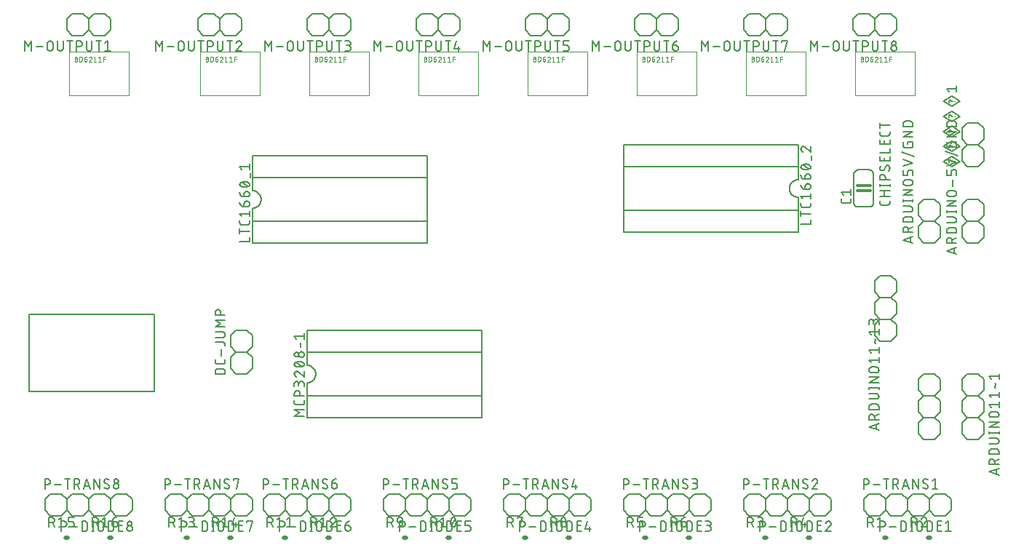
<source format=gbr>
G04 EAGLE Gerber RS-274X export*
G75*
%MOMM*%
%FSLAX34Y34*%
%LPD*%
%INSilkscreen Top*%
%IPPOS*%
%AMOC8*
5,1,8,0,0,1.08239X$1,22.5*%
G01*
%ADD10C,0.152400*%
%ADD11C,0.127000*%
%ADD12C,0.304800*%
%ADD13C,0.508000*%
%ADD14C,0.076200*%
%ADD15C,0.050800*%


D10*
X1117600Y412750D02*
X1117600Y425450D01*
X1123950Y431800D01*
X1136650Y431800D01*
X1143000Y425450D01*
X1136650Y406400D02*
X1123950Y406400D01*
X1117600Y412750D01*
X1136650Y406400D02*
X1143000Y412750D01*
X1143000Y425450D01*
X1123950Y431800D02*
X1117600Y438150D01*
X1117600Y450850D01*
X1123950Y457200D01*
X1136650Y457200D01*
X1143000Y450850D01*
X1143000Y438150D01*
X1136650Y431800D01*
D11*
X1111377Y393573D02*
X1099947Y397383D01*
X1111377Y401193D01*
X1108520Y400241D02*
X1108520Y394526D01*
X1111377Y406102D02*
X1099947Y406102D01*
X1099947Y409277D01*
X1099949Y409388D01*
X1099955Y409498D01*
X1099964Y409609D01*
X1099978Y409719D01*
X1099995Y409828D01*
X1100016Y409937D01*
X1100041Y410045D01*
X1100070Y410152D01*
X1100102Y410258D01*
X1100138Y410363D01*
X1100178Y410466D01*
X1100221Y410568D01*
X1100268Y410669D01*
X1100319Y410768D01*
X1100372Y410865D01*
X1100429Y410959D01*
X1100490Y411052D01*
X1100553Y411143D01*
X1100620Y411232D01*
X1100690Y411318D01*
X1100763Y411401D01*
X1100838Y411483D01*
X1100916Y411561D01*
X1100998Y411636D01*
X1101081Y411709D01*
X1101167Y411779D01*
X1101256Y411846D01*
X1101347Y411909D01*
X1101440Y411970D01*
X1101535Y412027D01*
X1101631Y412080D01*
X1101730Y412131D01*
X1101831Y412178D01*
X1101933Y412221D01*
X1102036Y412261D01*
X1102141Y412297D01*
X1102247Y412329D01*
X1102354Y412358D01*
X1102462Y412383D01*
X1102571Y412404D01*
X1102680Y412421D01*
X1102790Y412435D01*
X1102901Y412444D01*
X1103011Y412450D01*
X1103122Y412452D01*
X1103233Y412450D01*
X1103343Y412444D01*
X1103454Y412435D01*
X1103564Y412421D01*
X1103673Y412404D01*
X1103782Y412383D01*
X1103890Y412358D01*
X1103997Y412329D01*
X1104103Y412297D01*
X1104208Y412261D01*
X1104311Y412221D01*
X1104413Y412178D01*
X1104514Y412131D01*
X1104613Y412080D01*
X1104710Y412027D01*
X1104804Y411970D01*
X1104897Y411909D01*
X1104988Y411846D01*
X1105077Y411779D01*
X1105163Y411709D01*
X1105246Y411636D01*
X1105328Y411561D01*
X1105406Y411483D01*
X1105481Y411401D01*
X1105554Y411318D01*
X1105624Y411232D01*
X1105691Y411143D01*
X1105754Y411052D01*
X1105815Y410959D01*
X1105872Y410865D01*
X1105925Y410768D01*
X1105976Y410669D01*
X1106023Y410568D01*
X1106066Y410466D01*
X1106106Y410363D01*
X1106142Y410258D01*
X1106174Y410152D01*
X1106203Y410045D01*
X1106228Y409937D01*
X1106249Y409828D01*
X1106266Y409719D01*
X1106280Y409609D01*
X1106289Y409498D01*
X1106295Y409388D01*
X1106297Y409277D01*
X1106297Y406102D01*
X1106297Y409912D02*
X1111377Y412452D01*
X1111377Y417830D02*
X1099947Y417830D01*
X1099947Y421005D01*
X1099949Y421116D01*
X1099955Y421226D01*
X1099964Y421337D01*
X1099978Y421447D01*
X1099995Y421556D01*
X1100016Y421665D01*
X1100041Y421773D01*
X1100070Y421880D01*
X1100102Y421986D01*
X1100138Y422091D01*
X1100178Y422194D01*
X1100221Y422296D01*
X1100268Y422397D01*
X1100319Y422496D01*
X1100372Y422593D01*
X1100429Y422687D01*
X1100490Y422780D01*
X1100553Y422871D01*
X1100620Y422960D01*
X1100690Y423046D01*
X1100763Y423129D01*
X1100838Y423211D01*
X1100916Y423289D01*
X1100998Y423364D01*
X1101081Y423437D01*
X1101167Y423507D01*
X1101256Y423574D01*
X1101347Y423637D01*
X1101440Y423698D01*
X1101535Y423755D01*
X1101631Y423808D01*
X1101730Y423859D01*
X1101831Y423906D01*
X1101933Y423949D01*
X1102036Y423989D01*
X1102141Y424025D01*
X1102247Y424057D01*
X1102354Y424086D01*
X1102462Y424111D01*
X1102571Y424132D01*
X1102680Y424149D01*
X1102790Y424163D01*
X1102901Y424172D01*
X1103011Y424178D01*
X1103122Y424180D01*
X1108202Y424180D01*
X1108313Y424178D01*
X1108423Y424172D01*
X1108534Y424163D01*
X1108644Y424149D01*
X1108753Y424132D01*
X1108862Y424111D01*
X1108970Y424086D01*
X1109077Y424057D01*
X1109183Y424025D01*
X1109288Y423989D01*
X1109391Y423949D01*
X1109493Y423906D01*
X1109594Y423859D01*
X1109693Y423808D01*
X1109790Y423755D01*
X1109884Y423698D01*
X1109977Y423637D01*
X1110068Y423574D01*
X1110157Y423507D01*
X1110243Y423437D01*
X1110326Y423364D01*
X1110408Y423289D01*
X1110486Y423211D01*
X1110561Y423129D01*
X1110634Y423046D01*
X1110704Y422960D01*
X1110771Y422871D01*
X1110834Y422780D01*
X1110895Y422687D01*
X1110952Y422593D01*
X1111005Y422496D01*
X1111056Y422397D01*
X1111103Y422296D01*
X1111146Y422194D01*
X1111186Y422091D01*
X1111222Y421986D01*
X1111254Y421880D01*
X1111283Y421773D01*
X1111308Y421665D01*
X1111329Y421556D01*
X1111346Y421447D01*
X1111360Y421337D01*
X1111369Y421226D01*
X1111375Y421116D01*
X1111377Y421005D01*
X1111377Y417830D01*
X1108202Y430022D02*
X1099947Y430022D01*
X1108202Y430022D02*
X1108313Y430024D01*
X1108423Y430030D01*
X1108534Y430039D01*
X1108644Y430053D01*
X1108753Y430070D01*
X1108862Y430091D01*
X1108970Y430116D01*
X1109077Y430145D01*
X1109183Y430177D01*
X1109288Y430213D01*
X1109391Y430253D01*
X1109493Y430296D01*
X1109594Y430343D01*
X1109693Y430394D01*
X1109790Y430447D01*
X1109884Y430504D01*
X1109977Y430565D01*
X1110068Y430628D01*
X1110157Y430695D01*
X1110243Y430765D01*
X1110326Y430838D01*
X1110408Y430913D01*
X1110486Y430991D01*
X1110561Y431073D01*
X1110634Y431156D01*
X1110704Y431242D01*
X1110771Y431331D01*
X1110834Y431422D01*
X1110895Y431515D01*
X1110952Y431609D01*
X1111005Y431706D01*
X1111056Y431805D01*
X1111103Y431906D01*
X1111146Y432008D01*
X1111186Y432111D01*
X1111222Y432216D01*
X1111254Y432322D01*
X1111283Y432429D01*
X1111308Y432537D01*
X1111329Y432646D01*
X1111346Y432755D01*
X1111360Y432865D01*
X1111369Y432976D01*
X1111375Y433086D01*
X1111377Y433197D01*
X1111375Y433308D01*
X1111369Y433418D01*
X1111360Y433529D01*
X1111346Y433639D01*
X1111329Y433748D01*
X1111308Y433857D01*
X1111283Y433965D01*
X1111254Y434072D01*
X1111222Y434178D01*
X1111186Y434283D01*
X1111146Y434386D01*
X1111103Y434488D01*
X1111056Y434589D01*
X1111005Y434688D01*
X1110952Y434784D01*
X1110895Y434879D01*
X1110834Y434972D01*
X1110771Y435063D01*
X1110704Y435152D01*
X1110634Y435238D01*
X1110561Y435321D01*
X1110486Y435403D01*
X1110408Y435481D01*
X1110326Y435556D01*
X1110243Y435629D01*
X1110157Y435699D01*
X1110068Y435766D01*
X1109977Y435829D01*
X1109884Y435890D01*
X1109790Y435947D01*
X1109693Y436000D01*
X1109594Y436051D01*
X1109493Y436098D01*
X1109391Y436141D01*
X1109288Y436181D01*
X1109183Y436217D01*
X1109077Y436249D01*
X1108970Y436278D01*
X1108862Y436303D01*
X1108753Y436324D01*
X1108644Y436341D01*
X1108534Y436355D01*
X1108423Y436364D01*
X1108313Y436370D01*
X1108202Y436372D01*
X1099947Y436372D01*
X1099947Y442722D02*
X1111377Y442722D01*
X1111377Y441452D02*
X1111377Y443992D01*
X1099947Y443992D02*
X1099947Y441452D01*
X1099947Y449072D02*
X1111377Y449072D01*
X1111377Y455422D02*
X1099947Y449072D01*
X1099947Y455422D02*
X1111377Y455422D01*
X1108202Y460883D02*
X1103122Y460883D01*
X1103011Y460885D01*
X1102901Y460891D01*
X1102790Y460900D01*
X1102680Y460914D01*
X1102571Y460931D01*
X1102462Y460952D01*
X1102354Y460977D01*
X1102247Y461006D01*
X1102141Y461038D01*
X1102036Y461074D01*
X1101933Y461114D01*
X1101831Y461157D01*
X1101730Y461204D01*
X1101631Y461255D01*
X1101535Y461308D01*
X1101440Y461365D01*
X1101347Y461426D01*
X1101256Y461489D01*
X1101167Y461556D01*
X1101081Y461626D01*
X1100998Y461699D01*
X1100916Y461774D01*
X1100838Y461852D01*
X1100763Y461934D01*
X1100690Y462017D01*
X1100620Y462103D01*
X1100553Y462192D01*
X1100490Y462283D01*
X1100429Y462376D01*
X1100372Y462471D01*
X1100319Y462567D01*
X1100268Y462666D01*
X1100221Y462767D01*
X1100178Y462869D01*
X1100138Y462972D01*
X1100102Y463077D01*
X1100070Y463183D01*
X1100041Y463290D01*
X1100016Y463398D01*
X1099995Y463507D01*
X1099978Y463616D01*
X1099964Y463726D01*
X1099955Y463837D01*
X1099949Y463947D01*
X1099947Y464058D01*
X1099949Y464169D01*
X1099955Y464279D01*
X1099964Y464390D01*
X1099978Y464500D01*
X1099995Y464609D01*
X1100016Y464718D01*
X1100041Y464826D01*
X1100070Y464933D01*
X1100102Y465039D01*
X1100138Y465144D01*
X1100178Y465247D01*
X1100221Y465349D01*
X1100268Y465450D01*
X1100319Y465549D01*
X1100372Y465646D01*
X1100429Y465740D01*
X1100490Y465833D01*
X1100553Y465924D01*
X1100620Y466013D01*
X1100690Y466099D01*
X1100763Y466182D01*
X1100838Y466264D01*
X1100916Y466342D01*
X1100998Y466417D01*
X1101081Y466490D01*
X1101167Y466560D01*
X1101256Y466627D01*
X1101347Y466690D01*
X1101440Y466751D01*
X1101535Y466808D01*
X1101631Y466861D01*
X1101730Y466912D01*
X1101831Y466959D01*
X1101933Y467002D01*
X1102036Y467042D01*
X1102141Y467078D01*
X1102247Y467110D01*
X1102354Y467139D01*
X1102462Y467164D01*
X1102571Y467185D01*
X1102680Y467202D01*
X1102790Y467216D01*
X1102901Y467225D01*
X1103011Y467231D01*
X1103122Y467233D01*
X1108202Y467233D01*
X1108313Y467231D01*
X1108423Y467225D01*
X1108534Y467216D01*
X1108644Y467202D01*
X1108753Y467185D01*
X1108862Y467164D01*
X1108970Y467139D01*
X1109077Y467110D01*
X1109183Y467078D01*
X1109288Y467042D01*
X1109391Y467002D01*
X1109493Y466959D01*
X1109594Y466912D01*
X1109693Y466861D01*
X1109790Y466808D01*
X1109884Y466751D01*
X1109977Y466690D01*
X1110068Y466627D01*
X1110157Y466560D01*
X1110243Y466490D01*
X1110326Y466417D01*
X1110408Y466342D01*
X1110486Y466264D01*
X1110561Y466182D01*
X1110634Y466099D01*
X1110704Y466013D01*
X1110771Y465924D01*
X1110834Y465833D01*
X1110895Y465740D01*
X1110952Y465645D01*
X1111005Y465549D01*
X1111056Y465450D01*
X1111103Y465349D01*
X1111146Y465247D01*
X1111186Y465144D01*
X1111222Y465039D01*
X1111254Y464933D01*
X1111283Y464826D01*
X1111308Y464718D01*
X1111329Y464609D01*
X1111346Y464500D01*
X1111360Y464390D01*
X1111369Y464279D01*
X1111375Y464169D01*
X1111377Y464058D01*
X1111375Y463947D01*
X1111369Y463837D01*
X1111360Y463726D01*
X1111346Y463616D01*
X1111329Y463507D01*
X1111308Y463398D01*
X1111283Y463290D01*
X1111254Y463183D01*
X1111222Y463077D01*
X1111186Y462972D01*
X1111146Y462869D01*
X1111103Y462767D01*
X1111056Y462666D01*
X1111005Y462567D01*
X1110952Y462470D01*
X1110895Y462376D01*
X1110834Y462283D01*
X1110771Y462192D01*
X1110704Y462103D01*
X1110634Y462017D01*
X1110561Y461934D01*
X1110486Y461852D01*
X1110408Y461774D01*
X1110326Y461699D01*
X1110243Y461626D01*
X1110157Y461556D01*
X1110068Y461489D01*
X1109977Y461426D01*
X1109884Y461365D01*
X1109790Y461308D01*
X1109693Y461255D01*
X1109594Y461204D01*
X1109493Y461157D01*
X1109391Y461114D01*
X1109288Y461074D01*
X1109183Y461038D01*
X1109077Y461006D01*
X1108970Y460977D01*
X1108862Y460952D01*
X1108753Y460931D01*
X1108644Y460914D01*
X1108534Y460900D01*
X1108423Y460891D01*
X1108313Y460885D01*
X1108202Y460883D01*
X1106932Y472440D02*
X1106932Y480060D01*
X1111377Y485267D02*
X1111377Y489077D01*
X1111375Y489177D01*
X1111369Y489276D01*
X1111359Y489376D01*
X1111346Y489474D01*
X1111328Y489573D01*
X1111307Y489670D01*
X1111282Y489766D01*
X1111253Y489862D01*
X1111220Y489956D01*
X1111184Y490049D01*
X1111144Y490140D01*
X1111100Y490230D01*
X1111053Y490318D01*
X1111003Y490404D01*
X1110949Y490488D01*
X1110892Y490570D01*
X1110832Y490649D01*
X1110768Y490727D01*
X1110702Y490801D01*
X1110633Y490873D01*
X1110561Y490942D01*
X1110487Y491008D01*
X1110409Y491072D01*
X1110330Y491132D01*
X1110248Y491189D01*
X1110164Y491243D01*
X1110078Y491293D01*
X1109990Y491340D01*
X1109900Y491384D01*
X1109809Y491424D01*
X1109716Y491460D01*
X1109622Y491493D01*
X1109526Y491522D01*
X1109430Y491547D01*
X1109333Y491568D01*
X1109234Y491586D01*
X1109136Y491599D01*
X1109036Y491609D01*
X1108937Y491615D01*
X1108837Y491617D01*
X1107567Y491617D01*
X1107467Y491615D01*
X1107368Y491609D01*
X1107268Y491599D01*
X1107170Y491586D01*
X1107071Y491568D01*
X1106974Y491547D01*
X1106878Y491522D01*
X1106782Y491493D01*
X1106688Y491460D01*
X1106595Y491424D01*
X1106504Y491384D01*
X1106414Y491340D01*
X1106326Y491293D01*
X1106240Y491243D01*
X1106156Y491189D01*
X1106074Y491132D01*
X1105995Y491072D01*
X1105917Y491008D01*
X1105843Y490942D01*
X1105771Y490873D01*
X1105702Y490801D01*
X1105636Y490727D01*
X1105572Y490649D01*
X1105512Y490570D01*
X1105455Y490488D01*
X1105401Y490404D01*
X1105351Y490318D01*
X1105304Y490230D01*
X1105260Y490140D01*
X1105220Y490049D01*
X1105184Y489956D01*
X1105151Y489862D01*
X1105122Y489766D01*
X1105097Y489670D01*
X1105076Y489573D01*
X1105058Y489474D01*
X1105045Y489376D01*
X1105035Y489276D01*
X1105029Y489177D01*
X1105027Y489077D01*
X1105027Y485267D01*
X1099947Y485267D01*
X1099947Y491617D01*
X1099947Y496062D02*
X1111377Y499872D01*
X1099947Y503682D01*
X1098677Y512699D02*
X1112647Y507619D01*
X1105027Y522097D02*
X1105027Y524002D01*
X1111377Y524002D01*
X1111377Y520192D01*
X1111375Y520092D01*
X1111369Y519993D01*
X1111359Y519893D01*
X1111346Y519795D01*
X1111328Y519696D01*
X1111307Y519599D01*
X1111282Y519503D01*
X1111253Y519407D01*
X1111220Y519313D01*
X1111184Y519220D01*
X1111144Y519129D01*
X1111100Y519039D01*
X1111053Y518951D01*
X1111003Y518865D01*
X1110949Y518781D01*
X1110892Y518699D01*
X1110832Y518620D01*
X1110768Y518542D01*
X1110702Y518468D01*
X1110633Y518396D01*
X1110561Y518327D01*
X1110487Y518261D01*
X1110409Y518197D01*
X1110330Y518137D01*
X1110248Y518080D01*
X1110164Y518026D01*
X1110078Y517976D01*
X1109990Y517929D01*
X1109900Y517885D01*
X1109809Y517845D01*
X1109716Y517809D01*
X1109622Y517776D01*
X1109526Y517747D01*
X1109430Y517722D01*
X1109333Y517701D01*
X1109234Y517683D01*
X1109136Y517670D01*
X1109036Y517660D01*
X1108937Y517654D01*
X1108837Y517652D01*
X1102487Y517652D01*
X1102387Y517654D01*
X1102288Y517660D01*
X1102188Y517670D01*
X1102090Y517683D01*
X1101991Y517701D01*
X1101894Y517722D01*
X1101798Y517747D01*
X1101702Y517776D01*
X1101608Y517809D01*
X1101515Y517845D01*
X1101424Y517885D01*
X1101334Y517929D01*
X1101246Y517976D01*
X1101160Y518026D01*
X1101076Y518080D01*
X1100994Y518137D01*
X1100915Y518197D01*
X1100837Y518261D01*
X1100763Y518327D01*
X1100691Y518396D01*
X1100622Y518468D01*
X1100556Y518542D01*
X1100492Y518620D01*
X1100432Y518699D01*
X1100375Y518781D01*
X1100321Y518865D01*
X1100271Y518951D01*
X1100224Y519039D01*
X1100180Y519129D01*
X1100140Y519220D01*
X1100104Y519313D01*
X1100071Y519407D01*
X1100042Y519503D01*
X1100017Y519599D01*
X1099996Y519696D01*
X1099978Y519795D01*
X1099965Y519893D01*
X1099955Y519993D01*
X1099949Y520092D01*
X1099947Y520192D01*
X1099947Y524002D01*
X1099947Y529844D02*
X1111377Y529844D01*
X1111377Y536194D02*
X1099947Y529844D01*
X1099947Y536194D02*
X1111377Y536194D01*
X1111377Y542036D02*
X1099947Y542036D01*
X1099947Y545211D01*
X1099949Y545322D01*
X1099955Y545432D01*
X1099964Y545543D01*
X1099978Y545653D01*
X1099995Y545762D01*
X1100016Y545871D01*
X1100041Y545979D01*
X1100070Y546086D01*
X1100102Y546192D01*
X1100138Y546297D01*
X1100178Y546400D01*
X1100221Y546502D01*
X1100268Y546603D01*
X1100319Y546702D01*
X1100372Y546799D01*
X1100429Y546893D01*
X1100490Y546986D01*
X1100553Y547077D01*
X1100620Y547166D01*
X1100690Y547252D01*
X1100763Y547335D01*
X1100838Y547417D01*
X1100916Y547495D01*
X1100998Y547570D01*
X1101081Y547643D01*
X1101167Y547713D01*
X1101256Y547780D01*
X1101347Y547843D01*
X1101440Y547904D01*
X1101535Y547961D01*
X1101631Y548014D01*
X1101730Y548065D01*
X1101831Y548112D01*
X1101933Y548155D01*
X1102036Y548195D01*
X1102141Y548231D01*
X1102247Y548263D01*
X1102354Y548292D01*
X1102462Y548317D01*
X1102571Y548338D01*
X1102680Y548355D01*
X1102790Y548369D01*
X1102901Y548378D01*
X1103011Y548384D01*
X1103122Y548386D01*
X1108202Y548386D01*
X1108313Y548384D01*
X1108423Y548378D01*
X1108534Y548369D01*
X1108644Y548355D01*
X1108753Y548338D01*
X1108862Y548317D01*
X1108970Y548292D01*
X1109077Y548263D01*
X1109183Y548231D01*
X1109288Y548195D01*
X1109391Y548155D01*
X1109493Y548112D01*
X1109594Y548065D01*
X1109693Y548014D01*
X1109790Y547961D01*
X1109884Y547904D01*
X1109977Y547843D01*
X1110068Y547780D01*
X1110157Y547713D01*
X1110243Y547643D01*
X1110326Y547570D01*
X1110408Y547495D01*
X1110486Y547417D01*
X1110561Y547335D01*
X1110634Y547252D01*
X1110704Y547166D01*
X1110771Y547077D01*
X1110834Y546986D01*
X1110895Y546893D01*
X1110952Y546799D01*
X1111005Y546702D01*
X1111056Y546603D01*
X1111103Y546502D01*
X1111146Y546400D01*
X1111186Y546297D01*
X1111222Y546192D01*
X1111254Y546086D01*
X1111283Y545979D01*
X1111308Y545871D01*
X1111329Y545762D01*
X1111346Y545653D01*
X1111360Y545543D01*
X1111369Y545432D01*
X1111375Y545322D01*
X1111377Y545211D01*
X1111377Y542036D01*
D10*
X1143000Y247650D02*
X1143000Y234950D01*
X1136650Y228600D01*
X1123950Y228600D01*
X1117600Y234950D01*
X1136650Y228600D02*
X1143000Y222250D01*
X1143000Y209550D01*
X1136650Y203200D01*
X1123950Y203200D01*
X1117600Y209550D01*
X1117600Y222250D01*
X1123950Y228600D01*
X1123950Y254000D02*
X1136650Y254000D01*
X1143000Y247650D01*
X1123950Y254000D02*
X1117600Y247650D01*
X1117600Y234950D01*
X1136650Y203200D02*
X1143000Y196850D01*
X1143000Y184150D01*
X1136650Y177800D01*
X1123950Y177800D01*
X1117600Y184150D01*
X1117600Y196850D01*
X1123950Y203200D01*
D11*
X1149223Y140081D02*
X1160653Y136271D01*
X1160653Y143891D02*
X1149223Y140081D01*
X1157796Y142939D02*
X1157796Y137224D01*
X1160653Y148800D02*
X1149223Y148800D01*
X1149223Y151975D01*
X1149225Y152086D01*
X1149231Y152196D01*
X1149240Y152307D01*
X1149254Y152417D01*
X1149271Y152526D01*
X1149292Y152635D01*
X1149317Y152743D01*
X1149346Y152850D01*
X1149378Y152956D01*
X1149414Y153061D01*
X1149454Y153164D01*
X1149497Y153266D01*
X1149544Y153367D01*
X1149595Y153466D01*
X1149648Y153563D01*
X1149705Y153657D01*
X1149766Y153750D01*
X1149829Y153841D01*
X1149896Y153930D01*
X1149966Y154016D01*
X1150039Y154099D01*
X1150114Y154181D01*
X1150192Y154259D01*
X1150274Y154334D01*
X1150357Y154407D01*
X1150443Y154477D01*
X1150532Y154544D01*
X1150623Y154607D01*
X1150716Y154668D01*
X1150811Y154725D01*
X1150907Y154778D01*
X1151006Y154829D01*
X1151107Y154876D01*
X1151209Y154919D01*
X1151312Y154959D01*
X1151417Y154995D01*
X1151523Y155027D01*
X1151630Y155056D01*
X1151738Y155081D01*
X1151847Y155102D01*
X1151956Y155119D01*
X1152066Y155133D01*
X1152177Y155142D01*
X1152287Y155148D01*
X1152398Y155150D01*
X1152509Y155148D01*
X1152619Y155142D01*
X1152730Y155133D01*
X1152840Y155119D01*
X1152949Y155102D01*
X1153058Y155081D01*
X1153166Y155056D01*
X1153273Y155027D01*
X1153379Y154995D01*
X1153484Y154959D01*
X1153587Y154919D01*
X1153689Y154876D01*
X1153790Y154829D01*
X1153889Y154778D01*
X1153986Y154725D01*
X1154080Y154668D01*
X1154173Y154607D01*
X1154264Y154544D01*
X1154353Y154477D01*
X1154439Y154407D01*
X1154522Y154334D01*
X1154604Y154259D01*
X1154682Y154181D01*
X1154757Y154099D01*
X1154830Y154016D01*
X1154900Y153930D01*
X1154967Y153841D01*
X1155030Y153750D01*
X1155091Y153657D01*
X1155148Y153563D01*
X1155201Y153466D01*
X1155252Y153367D01*
X1155299Y153266D01*
X1155342Y153164D01*
X1155382Y153061D01*
X1155418Y152956D01*
X1155450Y152850D01*
X1155479Y152743D01*
X1155504Y152635D01*
X1155525Y152526D01*
X1155542Y152417D01*
X1155556Y152307D01*
X1155565Y152196D01*
X1155571Y152086D01*
X1155573Y151975D01*
X1155573Y148800D01*
X1155573Y152610D02*
X1160653Y155150D01*
X1160653Y160528D02*
X1149223Y160528D01*
X1149223Y163703D01*
X1149225Y163814D01*
X1149231Y163924D01*
X1149240Y164035D01*
X1149254Y164145D01*
X1149271Y164254D01*
X1149292Y164363D01*
X1149317Y164471D01*
X1149346Y164578D01*
X1149378Y164684D01*
X1149414Y164789D01*
X1149454Y164892D01*
X1149497Y164994D01*
X1149544Y165095D01*
X1149595Y165194D01*
X1149648Y165291D01*
X1149705Y165385D01*
X1149766Y165478D01*
X1149829Y165569D01*
X1149896Y165658D01*
X1149966Y165744D01*
X1150039Y165827D01*
X1150114Y165909D01*
X1150192Y165987D01*
X1150274Y166062D01*
X1150357Y166135D01*
X1150443Y166205D01*
X1150532Y166272D01*
X1150623Y166335D01*
X1150716Y166396D01*
X1150811Y166453D01*
X1150907Y166506D01*
X1151006Y166557D01*
X1151107Y166604D01*
X1151209Y166647D01*
X1151312Y166687D01*
X1151417Y166723D01*
X1151523Y166755D01*
X1151630Y166784D01*
X1151738Y166809D01*
X1151847Y166830D01*
X1151956Y166847D01*
X1152066Y166861D01*
X1152177Y166870D01*
X1152287Y166876D01*
X1152398Y166878D01*
X1157478Y166878D01*
X1157589Y166876D01*
X1157699Y166870D01*
X1157810Y166861D01*
X1157920Y166847D01*
X1158029Y166830D01*
X1158138Y166809D01*
X1158246Y166784D01*
X1158353Y166755D01*
X1158459Y166723D01*
X1158564Y166687D01*
X1158667Y166647D01*
X1158769Y166604D01*
X1158870Y166557D01*
X1158969Y166506D01*
X1159066Y166453D01*
X1159160Y166396D01*
X1159253Y166335D01*
X1159344Y166272D01*
X1159433Y166205D01*
X1159519Y166135D01*
X1159602Y166062D01*
X1159684Y165987D01*
X1159762Y165909D01*
X1159837Y165827D01*
X1159910Y165744D01*
X1159980Y165658D01*
X1160047Y165569D01*
X1160110Y165478D01*
X1160171Y165385D01*
X1160228Y165291D01*
X1160281Y165194D01*
X1160332Y165095D01*
X1160379Y164994D01*
X1160422Y164892D01*
X1160462Y164789D01*
X1160498Y164684D01*
X1160530Y164578D01*
X1160559Y164471D01*
X1160584Y164363D01*
X1160605Y164254D01*
X1160622Y164145D01*
X1160636Y164035D01*
X1160645Y163924D01*
X1160651Y163814D01*
X1160653Y163703D01*
X1160653Y160528D01*
X1157478Y172720D02*
X1149223Y172720D01*
X1157478Y172720D02*
X1157589Y172722D01*
X1157699Y172728D01*
X1157810Y172737D01*
X1157920Y172751D01*
X1158029Y172768D01*
X1158138Y172789D01*
X1158246Y172814D01*
X1158353Y172843D01*
X1158459Y172875D01*
X1158564Y172911D01*
X1158667Y172951D01*
X1158769Y172994D01*
X1158870Y173041D01*
X1158969Y173092D01*
X1159066Y173145D01*
X1159160Y173202D01*
X1159253Y173263D01*
X1159344Y173326D01*
X1159433Y173393D01*
X1159519Y173463D01*
X1159602Y173536D01*
X1159684Y173611D01*
X1159762Y173689D01*
X1159837Y173771D01*
X1159910Y173854D01*
X1159980Y173940D01*
X1160047Y174029D01*
X1160110Y174120D01*
X1160171Y174213D01*
X1160228Y174307D01*
X1160281Y174404D01*
X1160332Y174503D01*
X1160379Y174604D01*
X1160422Y174706D01*
X1160462Y174809D01*
X1160498Y174914D01*
X1160530Y175020D01*
X1160559Y175127D01*
X1160584Y175235D01*
X1160605Y175344D01*
X1160622Y175453D01*
X1160636Y175563D01*
X1160645Y175674D01*
X1160651Y175784D01*
X1160653Y175895D01*
X1160651Y176006D01*
X1160645Y176116D01*
X1160636Y176227D01*
X1160622Y176337D01*
X1160605Y176446D01*
X1160584Y176555D01*
X1160559Y176663D01*
X1160530Y176770D01*
X1160498Y176876D01*
X1160462Y176981D01*
X1160422Y177084D01*
X1160379Y177186D01*
X1160332Y177287D01*
X1160281Y177386D01*
X1160228Y177482D01*
X1160171Y177577D01*
X1160110Y177670D01*
X1160047Y177761D01*
X1159980Y177850D01*
X1159910Y177936D01*
X1159837Y178019D01*
X1159762Y178101D01*
X1159684Y178179D01*
X1159602Y178254D01*
X1159519Y178327D01*
X1159433Y178397D01*
X1159344Y178464D01*
X1159253Y178527D01*
X1159160Y178588D01*
X1159066Y178645D01*
X1158969Y178698D01*
X1158870Y178749D01*
X1158769Y178796D01*
X1158667Y178839D01*
X1158564Y178879D01*
X1158459Y178915D01*
X1158353Y178947D01*
X1158246Y178976D01*
X1158138Y179001D01*
X1158029Y179022D01*
X1157920Y179039D01*
X1157810Y179053D01*
X1157699Y179062D01*
X1157589Y179068D01*
X1157478Y179070D01*
X1149223Y179070D01*
X1149223Y185420D02*
X1160653Y185420D01*
X1160653Y184150D02*
X1160653Y186690D01*
X1149223Y186690D02*
X1149223Y184150D01*
X1149223Y191770D02*
X1160653Y191770D01*
X1160653Y198120D02*
X1149223Y191770D01*
X1149223Y198120D02*
X1160653Y198120D01*
X1157478Y203581D02*
X1152398Y203581D01*
X1152287Y203583D01*
X1152177Y203589D01*
X1152066Y203598D01*
X1151956Y203612D01*
X1151847Y203629D01*
X1151738Y203650D01*
X1151630Y203675D01*
X1151523Y203704D01*
X1151417Y203736D01*
X1151312Y203772D01*
X1151209Y203812D01*
X1151107Y203855D01*
X1151006Y203902D01*
X1150907Y203953D01*
X1150811Y204006D01*
X1150716Y204063D01*
X1150623Y204124D01*
X1150532Y204187D01*
X1150443Y204254D01*
X1150357Y204324D01*
X1150274Y204397D01*
X1150192Y204472D01*
X1150114Y204550D01*
X1150039Y204632D01*
X1149966Y204715D01*
X1149896Y204801D01*
X1149829Y204890D01*
X1149766Y204981D01*
X1149705Y205074D01*
X1149648Y205169D01*
X1149595Y205265D01*
X1149544Y205364D01*
X1149497Y205465D01*
X1149454Y205567D01*
X1149414Y205670D01*
X1149378Y205775D01*
X1149346Y205881D01*
X1149317Y205988D01*
X1149292Y206096D01*
X1149271Y206205D01*
X1149254Y206314D01*
X1149240Y206424D01*
X1149231Y206535D01*
X1149225Y206645D01*
X1149223Y206756D01*
X1149225Y206867D01*
X1149231Y206977D01*
X1149240Y207088D01*
X1149254Y207198D01*
X1149271Y207307D01*
X1149292Y207416D01*
X1149317Y207524D01*
X1149346Y207631D01*
X1149378Y207737D01*
X1149414Y207842D01*
X1149454Y207945D01*
X1149497Y208047D01*
X1149544Y208148D01*
X1149595Y208247D01*
X1149648Y208344D01*
X1149705Y208438D01*
X1149766Y208531D01*
X1149829Y208622D01*
X1149896Y208711D01*
X1149966Y208797D01*
X1150039Y208880D01*
X1150114Y208962D01*
X1150192Y209040D01*
X1150274Y209115D01*
X1150357Y209188D01*
X1150443Y209258D01*
X1150532Y209325D01*
X1150623Y209388D01*
X1150716Y209449D01*
X1150811Y209506D01*
X1150907Y209559D01*
X1151006Y209610D01*
X1151107Y209657D01*
X1151209Y209700D01*
X1151312Y209740D01*
X1151417Y209776D01*
X1151523Y209808D01*
X1151630Y209837D01*
X1151738Y209862D01*
X1151847Y209883D01*
X1151956Y209900D01*
X1152066Y209914D01*
X1152177Y209923D01*
X1152287Y209929D01*
X1152398Y209931D01*
X1157478Y209931D01*
X1157589Y209929D01*
X1157699Y209923D01*
X1157810Y209914D01*
X1157920Y209900D01*
X1158029Y209883D01*
X1158138Y209862D01*
X1158246Y209837D01*
X1158353Y209808D01*
X1158459Y209776D01*
X1158564Y209740D01*
X1158667Y209700D01*
X1158769Y209657D01*
X1158870Y209610D01*
X1158969Y209559D01*
X1159066Y209506D01*
X1159160Y209449D01*
X1159253Y209388D01*
X1159344Y209325D01*
X1159433Y209258D01*
X1159519Y209188D01*
X1159602Y209115D01*
X1159684Y209040D01*
X1159762Y208962D01*
X1159837Y208880D01*
X1159910Y208797D01*
X1159980Y208711D01*
X1160047Y208622D01*
X1160110Y208531D01*
X1160171Y208438D01*
X1160228Y208343D01*
X1160281Y208247D01*
X1160332Y208148D01*
X1160379Y208047D01*
X1160422Y207945D01*
X1160462Y207842D01*
X1160498Y207737D01*
X1160530Y207631D01*
X1160559Y207524D01*
X1160584Y207416D01*
X1160605Y207307D01*
X1160622Y207198D01*
X1160636Y207088D01*
X1160645Y206977D01*
X1160651Y206867D01*
X1160653Y206756D01*
X1160651Y206645D01*
X1160645Y206535D01*
X1160636Y206424D01*
X1160622Y206314D01*
X1160605Y206205D01*
X1160584Y206096D01*
X1160559Y205988D01*
X1160530Y205881D01*
X1160498Y205775D01*
X1160462Y205670D01*
X1160422Y205567D01*
X1160379Y205465D01*
X1160332Y205364D01*
X1160281Y205265D01*
X1160228Y205168D01*
X1160171Y205074D01*
X1160110Y204981D01*
X1160047Y204890D01*
X1159980Y204801D01*
X1159910Y204715D01*
X1159837Y204632D01*
X1159762Y204550D01*
X1159684Y204472D01*
X1159602Y204397D01*
X1159519Y204324D01*
X1159433Y204254D01*
X1159344Y204187D01*
X1159253Y204124D01*
X1159160Y204063D01*
X1159066Y204006D01*
X1158969Y203953D01*
X1158870Y203902D01*
X1158769Y203855D01*
X1158667Y203812D01*
X1158564Y203772D01*
X1158459Y203736D01*
X1158353Y203704D01*
X1158246Y203675D01*
X1158138Y203650D01*
X1158029Y203629D01*
X1157920Y203612D01*
X1157810Y203598D01*
X1157699Y203589D01*
X1157589Y203583D01*
X1157478Y203581D01*
X1151763Y215011D02*
X1149223Y218186D01*
X1160653Y218186D01*
X1160653Y215011D02*
X1160653Y221361D01*
X1151763Y226441D02*
X1149223Y229616D01*
X1160653Y229616D01*
X1160653Y226441D02*
X1160653Y232791D01*
X1156843Y237744D02*
X1156774Y237746D01*
X1156706Y237751D01*
X1156638Y237761D01*
X1156570Y237774D01*
X1156503Y237790D01*
X1156437Y237810D01*
X1156373Y237834D01*
X1156310Y237861D01*
X1156248Y237892D01*
X1156188Y237926D01*
X1156130Y237963D01*
X1156074Y238003D01*
X1156021Y238046D01*
X1155970Y238092D01*
X1155921Y238141D01*
X1155875Y238192D01*
X1155832Y238245D01*
X1155792Y238301D01*
X1155755Y238359D01*
X1155721Y238419D01*
X1155690Y238481D01*
X1155663Y238544D01*
X1155639Y238608D01*
X1155619Y238674D01*
X1155603Y238741D01*
X1155590Y238809D01*
X1155580Y238877D01*
X1155575Y238945D01*
X1155573Y239014D01*
X1155575Y239091D01*
X1155581Y239169D01*
X1155590Y239246D01*
X1155603Y239322D01*
X1155620Y239398D01*
X1155641Y239472D01*
X1155665Y239546D01*
X1155693Y239618D01*
X1155724Y239689D01*
X1155758Y239759D01*
X1155796Y239826D01*
X1155838Y239892D01*
X1155882Y239955D01*
X1155929Y240017D01*
X1155980Y240075D01*
X1156033Y240132D01*
X1156089Y240185D01*
X1156147Y240236D01*
X1156208Y240284D01*
X1156209Y240284D02*
X1156270Y240332D01*
X1156328Y240383D01*
X1156384Y240436D01*
X1156437Y240493D01*
X1156488Y240551D01*
X1156535Y240613D01*
X1156579Y240676D01*
X1156621Y240742D01*
X1156659Y240809D01*
X1156693Y240879D01*
X1156724Y240950D01*
X1156752Y241022D01*
X1156776Y241096D01*
X1156797Y241170D01*
X1156814Y241246D01*
X1156827Y241322D01*
X1156836Y241399D01*
X1156842Y241477D01*
X1156844Y241554D01*
X1156843Y241554D02*
X1156841Y241623D01*
X1156836Y241691D01*
X1156826Y241759D01*
X1156813Y241827D01*
X1156797Y241894D01*
X1156777Y241960D01*
X1156753Y242024D01*
X1156726Y242087D01*
X1156695Y242149D01*
X1156661Y242209D01*
X1156624Y242267D01*
X1156584Y242323D01*
X1156541Y242376D01*
X1156495Y242427D01*
X1156446Y242476D01*
X1156395Y242522D01*
X1156342Y242565D01*
X1156286Y242605D01*
X1156228Y242642D01*
X1156168Y242676D01*
X1156106Y242707D01*
X1156043Y242734D01*
X1155979Y242758D01*
X1155913Y242778D01*
X1155846Y242794D01*
X1155778Y242807D01*
X1155710Y242817D01*
X1155642Y242822D01*
X1155573Y242824D01*
X1151763Y247777D02*
X1149223Y250952D01*
X1160653Y250952D01*
X1160653Y247777D02*
X1160653Y254127D01*
D10*
X1092200Y247650D02*
X1092200Y234950D01*
X1085850Y228600D01*
X1073150Y228600D01*
X1066800Y234950D01*
X1085850Y228600D02*
X1092200Y222250D01*
X1092200Y209550D01*
X1085850Y203200D01*
X1073150Y203200D01*
X1066800Y209550D01*
X1066800Y222250D01*
X1073150Y228600D01*
X1073150Y254000D02*
X1085850Y254000D01*
X1092200Y247650D01*
X1073150Y254000D02*
X1066800Y247650D01*
X1066800Y234950D01*
X1085850Y203200D02*
X1092200Y196850D01*
X1092200Y184150D01*
X1085850Y177800D01*
X1073150Y177800D01*
X1066800Y184150D01*
X1066800Y196850D01*
X1073150Y203200D01*
D11*
X1020953Y188341D02*
X1009523Y192151D01*
X1020953Y195961D01*
X1018096Y195009D02*
X1018096Y189294D01*
X1020953Y200870D02*
X1009523Y200870D01*
X1009523Y204045D01*
X1009525Y204156D01*
X1009531Y204266D01*
X1009540Y204377D01*
X1009554Y204487D01*
X1009571Y204596D01*
X1009592Y204705D01*
X1009617Y204813D01*
X1009646Y204920D01*
X1009678Y205026D01*
X1009714Y205131D01*
X1009754Y205234D01*
X1009797Y205336D01*
X1009844Y205437D01*
X1009895Y205536D01*
X1009948Y205633D01*
X1010005Y205727D01*
X1010066Y205820D01*
X1010129Y205911D01*
X1010196Y206000D01*
X1010266Y206086D01*
X1010339Y206169D01*
X1010414Y206251D01*
X1010492Y206329D01*
X1010574Y206404D01*
X1010657Y206477D01*
X1010743Y206547D01*
X1010832Y206614D01*
X1010923Y206677D01*
X1011016Y206738D01*
X1011111Y206795D01*
X1011207Y206848D01*
X1011306Y206899D01*
X1011407Y206946D01*
X1011509Y206989D01*
X1011612Y207029D01*
X1011717Y207065D01*
X1011823Y207097D01*
X1011930Y207126D01*
X1012038Y207151D01*
X1012147Y207172D01*
X1012256Y207189D01*
X1012366Y207203D01*
X1012477Y207212D01*
X1012587Y207218D01*
X1012698Y207220D01*
X1012809Y207218D01*
X1012919Y207212D01*
X1013030Y207203D01*
X1013140Y207189D01*
X1013249Y207172D01*
X1013358Y207151D01*
X1013466Y207126D01*
X1013573Y207097D01*
X1013679Y207065D01*
X1013784Y207029D01*
X1013887Y206989D01*
X1013989Y206946D01*
X1014090Y206899D01*
X1014189Y206848D01*
X1014286Y206795D01*
X1014380Y206738D01*
X1014473Y206677D01*
X1014564Y206614D01*
X1014653Y206547D01*
X1014739Y206477D01*
X1014822Y206404D01*
X1014904Y206329D01*
X1014982Y206251D01*
X1015057Y206169D01*
X1015130Y206086D01*
X1015200Y206000D01*
X1015267Y205911D01*
X1015330Y205820D01*
X1015391Y205727D01*
X1015448Y205633D01*
X1015501Y205536D01*
X1015552Y205437D01*
X1015599Y205336D01*
X1015642Y205234D01*
X1015682Y205131D01*
X1015718Y205026D01*
X1015750Y204920D01*
X1015779Y204813D01*
X1015804Y204705D01*
X1015825Y204596D01*
X1015842Y204487D01*
X1015856Y204377D01*
X1015865Y204266D01*
X1015871Y204156D01*
X1015873Y204045D01*
X1015873Y200870D01*
X1015873Y204680D02*
X1020953Y207220D01*
X1020953Y212598D02*
X1009523Y212598D01*
X1009523Y215773D01*
X1009525Y215884D01*
X1009531Y215994D01*
X1009540Y216105D01*
X1009554Y216215D01*
X1009571Y216324D01*
X1009592Y216433D01*
X1009617Y216541D01*
X1009646Y216648D01*
X1009678Y216754D01*
X1009714Y216859D01*
X1009754Y216962D01*
X1009797Y217064D01*
X1009844Y217165D01*
X1009895Y217264D01*
X1009948Y217361D01*
X1010005Y217455D01*
X1010066Y217548D01*
X1010129Y217639D01*
X1010196Y217728D01*
X1010266Y217814D01*
X1010339Y217897D01*
X1010414Y217979D01*
X1010492Y218057D01*
X1010574Y218132D01*
X1010657Y218205D01*
X1010743Y218275D01*
X1010832Y218342D01*
X1010923Y218405D01*
X1011016Y218466D01*
X1011111Y218523D01*
X1011207Y218576D01*
X1011306Y218627D01*
X1011407Y218674D01*
X1011509Y218717D01*
X1011612Y218757D01*
X1011717Y218793D01*
X1011823Y218825D01*
X1011930Y218854D01*
X1012038Y218879D01*
X1012147Y218900D01*
X1012256Y218917D01*
X1012366Y218931D01*
X1012477Y218940D01*
X1012587Y218946D01*
X1012698Y218948D01*
X1017778Y218948D01*
X1017889Y218946D01*
X1017999Y218940D01*
X1018110Y218931D01*
X1018220Y218917D01*
X1018329Y218900D01*
X1018438Y218879D01*
X1018546Y218854D01*
X1018653Y218825D01*
X1018759Y218793D01*
X1018864Y218757D01*
X1018967Y218717D01*
X1019069Y218674D01*
X1019170Y218627D01*
X1019269Y218576D01*
X1019366Y218523D01*
X1019460Y218466D01*
X1019553Y218405D01*
X1019644Y218342D01*
X1019733Y218275D01*
X1019819Y218205D01*
X1019902Y218132D01*
X1019984Y218057D01*
X1020062Y217979D01*
X1020137Y217897D01*
X1020210Y217814D01*
X1020280Y217728D01*
X1020347Y217639D01*
X1020410Y217548D01*
X1020471Y217455D01*
X1020528Y217361D01*
X1020581Y217264D01*
X1020632Y217165D01*
X1020679Y217064D01*
X1020722Y216962D01*
X1020762Y216859D01*
X1020798Y216754D01*
X1020830Y216648D01*
X1020859Y216541D01*
X1020884Y216433D01*
X1020905Y216324D01*
X1020922Y216215D01*
X1020936Y216105D01*
X1020945Y215994D01*
X1020951Y215884D01*
X1020953Y215773D01*
X1020953Y212598D01*
X1017778Y224790D02*
X1009523Y224790D01*
X1017778Y224790D02*
X1017889Y224792D01*
X1017999Y224798D01*
X1018110Y224807D01*
X1018220Y224821D01*
X1018329Y224838D01*
X1018438Y224859D01*
X1018546Y224884D01*
X1018653Y224913D01*
X1018759Y224945D01*
X1018864Y224981D01*
X1018967Y225021D01*
X1019069Y225064D01*
X1019170Y225111D01*
X1019269Y225162D01*
X1019366Y225215D01*
X1019460Y225272D01*
X1019553Y225333D01*
X1019644Y225396D01*
X1019733Y225463D01*
X1019819Y225533D01*
X1019902Y225606D01*
X1019984Y225681D01*
X1020062Y225759D01*
X1020137Y225841D01*
X1020210Y225924D01*
X1020280Y226010D01*
X1020347Y226099D01*
X1020410Y226190D01*
X1020471Y226283D01*
X1020528Y226377D01*
X1020581Y226474D01*
X1020632Y226573D01*
X1020679Y226674D01*
X1020722Y226776D01*
X1020762Y226879D01*
X1020798Y226984D01*
X1020830Y227090D01*
X1020859Y227197D01*
X1020884Y227305D01*
X1020905Y227414D01*
X1020922Y227523D01*
X1020936Y227633D01*
X1020945Y227744D01*
X1020951Y227854D01*
X1020953Y227965D01*
X1020951Y228076D01*
X1020945Y228186D01*
X1020936Y228297D01*
X1020922Y228407D01*
X1020905Y228516D01*
X1020884Y228625D01*
X1020859Y228733D01*
X1020830Y228840D01*
X1020798Y228946D01*
X1020762Y229051D01*
X1020722Y229154D01*
X1020679Y229256D01*
X1020632Y229357D01*
X1020581Y229456D01*
X1020528Y229552D01*
X1020471Y229647D01*
X1020410Y229740D01*
X1020347Y229831D01*
X1020280Y229920D01*
X1020210Y230006D01*
X1020137Y230089D01*
X1020062Y230171D01*
X1019984Y230249D01*
X1019902Y230324D01*
X1019819Y230397D01*
X1019733Y230467D01*
X1019644Y230534D01*
X1019553Y230597D01*
X1019460Y230658D01*
X1019366Y230715D01*
X1019269Y230768D01*
X1019170Y230819D01*
X1019069Y230866D01*
X1018967Y230909D01*
X1018864Y230949D01*
X1018759Y230985D01*
X1018653Y231017D01*
X1018546Y231046D01*
X1018438Y231071D01*
X1018329Y231092D01*
X1018220Y231109D01*
X1018110Y231123D01*
X1017999Y231132D01*
X1017889Y231138D01*
X1017778Y231140D01*
X1009523Y231140D01*
X1009523Y237490D02*
X1020953Y237490D01*
X1020953Y236220D02*
X1020953Y238760D01*
X1009523Y238760D02*
X1009523Y236220D01*
X1009523Y243840D02*
X1020953Y243840D01*
X1020953Y250190D02*
X1009523Y243840D01*
X1009523Y250190D02*
X1020953Y250190D01*
X1017778Y255651D02*
X1012698Y255651D01*
X1012587Y255653D01*
X1012477Y255659D01*
X1012366Y255668D01*
X1012256Y255682D01*
X1012147Y255699D01*
X1012038Y255720D01*
X1011930Y255745D01*
X1011823Y255774D01*
X1011717Y255806D01*
X1011612Y255842D01*
X1011509Y255882D01*
X1011407Y255925D01*
X1011306Y255972D01*
X1011207Y256023D01*
X1011111Y256076D01*
X1011016Y256133D01*
X1010923Y256194D01*
X1010832Y256257D01*
X1010743Y256324D01*
X1010657Y256394D01*
X1010574Y256467D01*
X1010492Y256542D01*
X1010414Y256620D01*
X1010339Y256702D01*
X1010266Y256785D01*
X1010196Y256871D01*
X1010129Y256960D01*
X1010066Y257051D01*
X1010005Y257144D01*
X1009948Y257239D01*
X1009895Y257335D01*
X1009844Y257434D01*
X1009797Y257535D01*
X1009754Y257637D01*
X1009714Y257740D01*
X1009678Y257845D01*
X1009646Y257951D01*
X1009617Y258058D01*
X1009592Y258166D01*
X1009571Y258275D01*
X1009554Y258384D01*
X1009540Y258494D01*
X1009531Y258605D01*
X1009525Y258715D01*
X1009523Y258826D01*
X1009525Y258937D01*
X1009531Y259047D01*
X1009540Y259158D01*
X1009554Y259268D01*
X1009571Y259377D01*
X1009592Y259486D01*
X1009617Y259594D01*
X1009646Y259701D01*
X1009678Y259807D01*
X1009714Y259912D01*
X1009754Y260015D01*
X1009797Y260117D01*
X1009844Y260218D01*
X1009895Y260317D01*
X1009948Y260414D01*
X1010005Y260508D01*
X1010066Y260601D01*
X1010129Y260692D01*
X1010196Y260781D01*
X1010266Y260867D01*
X1010339Y260950D01*
X1010414Y261032D01*
X1010492Y261110D01*
X1010574Y261185D01*
X1010657Y261258D01*
X1010743Y261328D01*
X1010832Y261395D01*
X1010923Y261458D01*
X1011016Y261519D01*
X1011111Y261576D01*
X1011207Y261629D01*
X1011306Y261680D01*
X1011407Y261727D01*
X1011509Y261770D01*
X1011612Y261810D01*
X1011717Y261846D01*
X1011823Y261878D01*
X1011930Y261907D01*
X1012038Y261932D01*
X1012147Y261953D01*
X1012256Y261970D01*
X1012366Y261984D01*
X1012477Y261993D01*
X1012587Y261999D01*
X1012698Y262001D01*
X1017778Y262001D01*
X1017889Y261999D01*
X1017999Y261993D01*
X1018110Y261984D01*
X1018220Y261970D01*
X1018329Y261953D01*
X1018438Y261932D01*
X1018546Y261907D01*
X1018653Y261878D01*
X1018759Y261846D01*
X1018864Y261810D01*
X1018967Y261770D01*
X1019069Y261727D01*
X1019170Y261680D01*
X1019269Y261629D01*
X1019366Y261576D01*
X1019460Y261519D01*
X1019553Y261458D01*
X1019644Y261395D01*
X1019733Y261328D01*
X1019819Y261258D01*
X1019902Y261185D01*
X1019984Y261110D01*
X1020062Y261032D01*
X1020137Y260950D01*
X1020210Y260867D01*
X1020280Y260781D01*
X1020347Y260692D01*
X1020410Y260601D01*
X1020471Y260508D01*
X1020528Y260413D01*
X1020581Y260317D01*
X1020632Y260218D01*
X1020679Y260117D01*
X1020722Y260015D01*
X1020762Y259912D01*
X1020798Y259807D01*
X1020830Y259701D01*
X1020859Y259594D01*
X1020884Y259486D01*
X1020905Y259377D01*
X1020922Y259268D01*
X1020936Y259158D01*
X1020945Y259047D01*
X1020951Y258937D01*
X1020953Y258826D01*
X1020951Y258715D01*
X1020945Y258605D01*
X1020936Y258494D01*
X1020922Y258384D01*
X1020905Y258275D01*
X1020884Y258166D01*
X1020859Y258058D01*
X1020830Y257951D01*
X1020798Y257845D01*
X1020762Y257740D01*
X1020722Y257637D01*
X1020679Y257535D01*
X1020632Y257434D01*
X1020581Y257335D01*
X1020528Y257238D01*
X1020471Y257144D01*
X1020410Y257051D01*
X1020347Y256960D01*
X1020280Y256871D01*
X1020210Y256785D01*
X1020137Y256702D01*
X1020062Y256620D01*
X1019984Y256542D01*
X1019902Y256467D01*
X1019819Y256394D01*
X1019733Y256324D01*
X1019644Y256257D01*
X1019553Y256194D01*
X1019460Y256133D01*
X1019366Y256076D01*
X1019269Y256023D01*
X1019170Y255972D01*
X1019069Y255925D01*
X1018967Y255882D01*
X1018864Y255842D01*
X1018759Y255806D01*
X1018653Y255774D01*
X1018546Y255745D01*
X1018438Y255720D01*
X1018329Y255699D01*
X1018220Y255682D01*
X1018110Y255668D01*
X1017999Y255659D01*
X1017889Y255653D01*
X1017778Y255651D01*
X1012063Y267081D02*
X1009523Y270256D01*
X1020953Y270256D01*
X1020953Y267081D02*
X1020953Y273431D01*
X1012063Y278511D02*
X1009523Y281686D01*
X1020953Y281686D01*
X1020953Y278511D02*
X1020953Y284861D01*
X1017143Y289814D02*
X1017074Y289816D01*
X1017006Y289821D01*
X1016938Y289831D01*
X1016870Y289844D01*
X1016803Y289860D01*
X1016737Y289880D01*
X1016673Y289904D01*
X1016610Y289931D01*
X1016548Y289962D01*
X1016488Y289996D01*
X1016430Y290033D01*
X1016374Y290073D01*
X1016321Y290116D01*
X1016270Y290162D01*
X1016221Y290211D01*
X1016175Y290262D01*
X1016132Y290315D01*
X1016092Y290371D01*
X1016055Y290429D01*
X1016021Y290489D01*
X1015990Y290551D01*
X1015963Y290614D01*
X1015939Y290678D01*
X1015919Y290744D01*
X1015903Y290811D01*
X1015890Y290879D01*
X1015880Y290947D01*
X1015875Y291015D01*
X1015873Y291084D01*
X1015875Y291161D01*
X1015881Y291239D01*
X1015890Y291316D01*
X1015903Y291392D01*
X1015920Y291468D01*
X1015941Y291542D01*
X1015965Y291616D01*
X1015993Y291688D01*
X1016024Y291759D01*
X1016058Y291829D01*
X1016096Y291896D01*
X1016138Y291962D01*
X1016182Y292025D01*
X1016229Y292087D01*
X1016280Y292145D01*
X1016333Y292202D01*
X1016389Y292255D01*
X1016447Y292306D01*
X1016508Y292354D01*
X1016509Y292354D02*
X1016570Y292402D01*
X1016628Y292453D01*
X1016684Y292506D01*
X1016737Y292563D01*
X1016788Y292621D01*
X1016835Y292683D01*
X1016879Y292746D01*
X1016921Y292812D01*
X1016959Y292879D01*
X1016993Y292949D01*
X1017024Y293020D01*
X1017052Y293092D01*
X1017076Y293166D01*
X1017097Y293240D01*
X1017114Y293316D01*
X1017127Y293392D01*
X1017136Y293469D01*
X1017142Y293547D01*
X1017144Y293624D01*
X1017143Y293624D02*
X1017141Y293693D01*
X1017136Y293761D01*
X1017126Y293829D01*
X1017113Y293897D01*
X1017097Y293964D01*
X1017077Y294030D01*
X1017053Y294094D01*
X1017026Y294157D01*
X1016995Y294219D01*
X1016961Y294279D01*
X1016924Y294337D01*
X1016884Y294393D01*
X1016841Y294446D01*
X1016795Y294497D01*
X1016746Y294546D01*
X1016695Y294592D01*
X1016642Y294635D01*
X1016586Y294675D01*
X1016528Y294712D01*
X1016468Y294746D01*
X1016406Y294777D01*
X1016343Y294804D01*
X1016279Y294828D01*
X1016213Y294848D01*
X1016146Y294864D01*
X1016078Y294877D01*
X1016010Y294887D01*
X1015942Y294892D01*
X1015873Y294894D01*
X1012063Y299847D02*
X1009523Y303022D01*
X1020953Y303022D01*
X1020953Y299847D02*
X1020953Y306197D01*
X1020953Y311277D02*
X1020953Y314452D01*
X1020951Y314563D01*
X1020945Y314673D01*
X1020936Y314784D01*
X1020922Y314894D01*
X1020905Y315003D01*
X1020884Y315112D01*
X1020859Y315220D01*
X1020830Y315327D01*
X1020798Y315433D01*
X1020762Y315538D01*
X1020722Y315641D01*
X1020679Y315743D01*
X1020632Y315844D01*
X1020581Y315943D01*
X1020528Y316040D01*
X1020471Y316134D01*
X1020410Y316227D01*
X1020347Y316318D01*
X1020280Y316407D01*
X1020210Y316493D01*
X1020137Y316576D01*
X1020062Y316658D01*
X1019984Y316736D01*
X1019902Y316811D01*
X1019819Y316884D01*
X1019733Y316954D01*
X1019644Y317021D01*
X1019553Y317084D01*
X1019460Y317145D01*
X1019366Y317202D01*
X1019269Y317255D01*
X1019170Y317306D01*
X1019069Y317353D01*
X1018967Y317396D01*
X1018864Y317436D01*
X1018759Y317472D01*
X1018653Y317504D01*
X1018546Y317533D01*
X1018438Y317558D01*
X1018329Y317579D01*
X1018220Y317596D01*
X1018110Y317610D01*
X1017999Y317619D01*
X1017889Y317625D01*
X1017778Y317627D01*
X1017667Y317625D01*
X1017557Y317619D01*
X1017446Y317610D01*
X1017336Y317596D01*
X1017227Y317579D01*
X1017118Y317558D01*
X1017010Y317533D01*
X1016903Y317504D01*
X1016797Y317472D01*
X1016692Y317436D01*
X1016589Y317396D01*
X1016487Y317353D01*
X1016386Y317306D01*
X1016287Y317255D01*
X1016191Y317202D01*
X1016096Y317145D01*
X1016003Y317084D01*
X1015912Y317021D01*
X1015823Y316954D01*
X1015737Y316884D01*
X1015654Y316811D01*
X1015572Y316736D01*
X1015494Y316658D01*
X1015419Y316576D01*
X1015346Y316493D01*
X1015276Y316407D01*
X1015209Y316318D01*
X1015146Y316227D01*
X1015085Y316134D01*
X1015028Y316040D01*
X1014975Y315943D01*
X1014924Y315844D01*
X1014877Y315743D01*
X1014834Y315641D01*
X1014794Y315538D01*
X1014758Y315433D01*
X1014726Y315327D01*
X1014697Y315220D01*
X1014672Y315112D01*
X1014651Y315003D01*
X1014634Y314894D01*
X1014620Y314784D01*
X1014611Y314673D01*
X1014605Y314563D01*
X1014603Y314452D01*
X1009523Y315087D02*
X1009523Y311277D01*
X1009523Y315087D02*
X1009525Y315187D01*
X1009531Y315286D01*
X1009541Y315386D01*
X1009554Y315484D01*
X1009572Y315583D01*
X1009593Y315680D01*
X1009618Y315776D01*
X1009647Y315872D01*
X1009680Y315966D01*
X1009716Y316059D01*
X1009756Y316150D01*
X1009800Y316240D01*
X1009847Y316328D01*
X1009897Y316414D01*
X1009951Y316498D01*
X1010008Y316580D01*
X1010068Y316659D01*
X1010132Y316737D01*
X1010198Y316811D01*
X1010267Y316883D01*
X1010339Y316952D01*
X1010413Y317018D01*
X1010491Y317082D01*
X1010570Y317142D01*
X1010652Y317199D01*
X1010736Y317253D01*
X1010822Y317303D01*
X1010910Y317350D01*
X1011000Y317394D01*
X1011091Y317434D01*
X1011184Y317470D01*
X1011278Y317503D01*
X1011374Y317532D01*
X1011470Y317557D01*
X1011567Y317578D01*
X1011666Y317596D01*
X1011764Y317609D01*
X1011864Y317619D01*
X1011963Y317625D01*
X1012063Y317627D01*
X1012163Y317625D01*
X1012262Y317619D01*
X1012362Y317609D01*
X1012460Y317596D01*
X1012559Y317578D01*
X1012656Y317557D01*
X1012752Y317532D01*
X1012848Y317503D01*
X1012942Y317470D01*
X1013035Y317434D01*
X1013126Y317394D01*
X1013216Y317350D01*
X1013304Y317303D01*
X1013390Y317253D01*
X1013474Y317199D01*
X1013556Y317142D01*
X1013635Y317082D01*
X1013713Y317018D01*
X1013787Y316952D01*
X1013859Y316883D01*
X1013928Y316811D01*
X1013994Y316737D01*
X1014058Y316659D01*
X1014118Y316580D01*
X1014175Y316498D01*
X1014229Y316414D01*
X1014279Y316328D01*
X1014326Y316240D01*
X1014370Y316150D01*
X1014410Y316059D01*
X1014446Y315966D01*
X1014479Y315872D01*
X1014508Y315776D01*
X1014533Y315680D01*
X1014554Y315583D01*
X1014572Y315484D01*
X1014585Y315386D01*
X1014595Y315286D01*
X1014601Y315187D01*
X1014603Y315087D01*
X1014603Y312547D01*
D10*
X1009650Y448310D02*
X996950Y448310D01*
X996810Y448312D01*
X996670Y448318D01*
X996530Y448327D01*
X996391Y448341D01*
X996252Y448358D01*
X996114Y448379D01*
X995976Y448404D01*
X995839Y448433D01*
X995703Y448465D01*
X995568Y448502D01*
X995434Y448542D01*
X995301Y448585D01*
X995169Y448633D01*
X995038Y448683D01*
X994909Y448738D01*
X994782Y448796D01*
X994656Y448857D01*
X994532Y448922D01*
X994410Y448991D01*
X994290Y449062D01*
X994172Y449137D01*
X994055Y449215D01*
X993941Y449297D01*
X993830Y449381D01*
X993721Y449469D01*
X993614Y449559D01*
X993509Y449653D01*
X993408Y449749D01*
X993309Y449848D01*
X993213Y449949D01*
X993119Y450054D01*
X993029Y450161D01*
X992941Y450270D01*
X992857Y450381D01*
X992775Y450495D01*
X992697Y450612D01*
X992622Y450730D01*
X992551Y450850D01*
X992482Y450972D01*
X992417Y451096D01*
X992356Y451222D01*
X992298Y451349D01*
X992243Y451478D01*
X992193Y451609D01*
X992145Y451741D01*
X992102Y451874D01*
X992062Y452008D01*
X992025Y452143D01*
X991993Y452279D01*
X991964Y452416D01*
X991939Y452554D01*
X991918Y452692D01*
X991901Y452831D01*
X991887Y452970D01*
X991878Y453110D01*
X991872Y453250D01*
X991870Y453390D01*
X1009650Y448310D02*
X1009790Y448312D01*
X1009930Y448318D01*
X1010070Y448327D01*
X1010209Y448341D01*
X1010348Y448358D01*
X1010486Y448379D01*
X1010624Y448404D01*
X1010761Y448433D01*
X1010897Y448465D01*
X1011032Y448502D01*
X1011166Y448542D01*
X1011299Y448585D01*
X1011431Y448633D01*
X1011562Y448683D01*
X1011691Y448738D01*
X1011818Y448796D01*
X1011944Y448857D01*
X1012068Y448922D01*
X1012190Y448991D01*
X1012310Y449062D01*
X1012428Y449137D01*
X1012545Y449215D01*
X1012659Y449297D01*
X1012770Y449381D01*
X1012879Y449469D01*
X1012986Y449559D01*
X1013091Y449653D01*
X1013192Y449749D01*
X1013291Y449848D01*
X1013387Y449949D01*
X1013481Y450054D01*
X1013571Y450161D01*
X1013659Y450270D01*
X1013743Y450381D01*
X1013825Y450495D01*
X1013903Y450612D01*
X1013978Y450730D01*
X1014049Y450850D01*
X1014118Y450972D01*
X1014183Y451096D01*
X1014244Y451222D01*
X1014302Y451349D01*
X1014357Y451478D01*
X1014407Y451609D01*
X1014455Y451741D01*
X1014498Y451874D01*
X1014538Y452008D01*
X1014575Y452143D01*
X1014607Y452279D01*
X1014636Y452416D01*
X1014661Y452554D01*
X1014682Y452692D01*
X1014699Y452831D01*
X1014713Y452970D01*
X1014722Y453110D01*
X1014728Y453250D01*
X1014730Y453390D01*
X991870Y453390D02*
X991870Y486410D01*
X996950Y491490D02*
X1009650Y491490D01*
X1014730Y486410D02*
X1014730Y453390D01*
X991870Y486410D02*
X991872Y486550D01*
X991878Y486690D01*
X991887Y486830D01*
X991901Y486969D01*
X991918Y487108D01*
X991939Y487246D01*
X991964Y487384D01*
X991993Y487521D01*
X992025Y487657D01*
X992062Y487792D01*
X992102Y487926D01*
X992145Y488059D01*
X992193Y488191D01*
X992243Y488322D01*
X992298Y488451D01*
X992356Y488578D01*
X992417Y488704D01*
X992482Y488828D01*
X992551Y488950D01*
X992622Y489070D01*
X992697Y489188D01*
X992775Y489305D01*
X992857Y489419D01*
X992941Y489530D01*
X993029Y489639D01*
X993119Y489746D01*
X993213Y489851D01*
X993309Y489952D01*
X993408Y490051D01*
X993509Y490147D01*
X993614Y490241D01*
X993721Y490331D01*
X993830Y490419D01*
X993941Y490503D01*
X994055Y490585D01*
X994172Y490663D01*
X994290Y490738D01*
X994410Y490809D01*
X994532Y490878D01*
X994656Y490943D01*
X994782Y491004D01*
X994909Y491062D01*
X995038Y491117D01*
X995169Y491167D01*
X995301Y491215D01*
X995434Y491258D01*
X995568Y491298D01*
X995703Y491335D01*
X995839Y491367D01*
X995976Y491396D01*
X996114Y491421D01*
X996252Y491442D01*
X996391Y491459D01*
X996530Y491473D01*
X996670Y491482D01*
X996810Y491488D01*
X996950Y491490D01*
X1009650Y491490D02*
X1009790Y491488D01*
X1009930Y491482D01*
X1010070Y491473D01*
X1010209Y491459D01*
X1010348Y491442D01*
X1010486Y491421D01*
X1010624Y491396D01*
X1010761Y491367D01*
X1010897Y491335D01*
X1011032Y491298D01*
X1011166Y491258D01*
X1011299Y491215D01*
X1011431Y491167D01*
X1011562Y491117D01*
X1011691Y491062D01*
X1011818Y491004D01*
X1011944Y490943D01*
X1012068Y490878D01*
X1012190Y490809D01*
X1012310Y490738D01*
X1012428Y490663D01*
X1012545Y490585D01*
X1012659Y490503D01*
X1012770Y490419D01*
X1012879Y490331D01*
X1012986Y490241D01*
X1013091Y490147D01*
X1013192Y490051D01*
X1013291Y489952D01*
X1013387Y489851D01*
X1013481Y489746D01*
X1013571Y489639D01*
X1013659Y489530D01*
X1013743Y489419D01*
X1013825Y489305D01*
X1013903Y489188D01*
X1013978Y489070D01*
X1014049Y488950D01*
X1014118Y488828D01*
X1014183Y488704D01*
X1014244Y488578D01*
X1014302Y488451D01*
X1014357Y488322D01*
X1014407Y488191D01*
X1014455Y488059D01*
X1014498Y487926D01*
X1014538Y487792D01*
X1014575Y487657D01*
X1014607Y487521D01*
X1014636Y487384D01*
X1014661Y487246D01*
X1014682Y487108D01*
X1014699Y486969D01*
X1014713Y486830D01*
X1014722Y486690D01*
X1014728Y486550D01*
X1014730Y486410D01*
D12*
X1010920Y466852D02*
X995680Y466852D01*
X995680Y473202D02*
X1010920Y473202D01*
D11*
X988695Y457835D02*
X988695Y455295D01*
X988693Y455195D01*
X988687Y455096D01*
X988677Y454996D01*
X988664Y454898D01*
X988646Y454799D01*
X988625Y454702D01*
X988600Y454606D01*
X988571Y454510D01*
X988538Y454416D01*
X988502Y454323D01*
X988462Y454232D01*
X988418Y454142D01*
X988371Y454054D01*
X988321Y453968D01*
X988267Y453884D01*
X988210Y453802D01*
X988150Y453723D01*
X988086Y453645D01*
X988020Y453571D01*
X987951Y453499D01*
X987879Y453430D01*
X987805Y453364D01*
X987727Y453300D01*
X987648Y453240D01*
X987566Y453183D01*
X987482Y453129D01*
X987396Y453079D01*
X987308Y453032D01*
X987218Y452988D01*
X987127Y452948D01*
X987034Y452912D01*
X986940Y452879D01*
X986844Y452850D01*
X986748Y452825D01*
X986651Y452804D01*
X986552Y452786D01*
X986454Y452773D01*
X986354Y452763D01*
X986255Y452757D01*
X986155Y452755D01*
X979805Y452755D01*
X979705Y452757D01*
X979606Y452763D01*
X979506Y452773D01*
X979408Y452786D01*
X979309Y452804D01*
X979212Y452825D01*
X979116Y452850D01*
X979020Y452879D01*
X978926Y452912D01*
X978833Y452948D01*
X978742Y452988D01*
X978652Y453032D01*
X978564Y453079D01*
X978478Y453129D01*
X978394Y453183D01*
X978312Y453240D01*
X978233Y453300D01*
X978155Y453364D01*
X978081Y453430D01*
X978009Y453499D01*
X977940Y453571D01*
X977874Y453645D01*
X977810Y453723D01*
X977750Y453802D01*
X977693Y453884D01*
X977639Y453968D01*
X977589Y454054D01*
X977542Y454142D01*
X977498Y454232D01*
X977458Y454323D01*
X977422Y454416D01*
X977389Y454510D01*
X977360Y454606D01*
X977335Y454702D01*
X977314Y454799D01*
X977296Y454898D01*
X977283Y454996D01*
X977273Y455096D01*
X977267Y455195D01*
X977265Y455295D01*
X977265Y457835D01*
X979805Y462317D02*
X977265Y465492D01*
X988695Y465492D01*
X988695Y462317D02*
X988695Y468667D01*
D10*
X1041400Y361950D02*
X1041400Y349250D01*
X1035050Y342900D01*
X1022350Y342900D01*
X1016000Y349250D01*
X1035050Y342900D02*
X1041400Y336550D01*
X1041400Y323850D01*
X1035050Y317500D01*
X1022350Y317500D01*
X1016000Y323850D01*
X1016000Y336550D01*
X1022350Y342900D01*
X1022350Y368300D02*
X1035050Y368300D01*
X1041400Y361950D01*
X1022350Y368300D02*
X1016000Y361950D01*
X1016000Y349250D01*
X1035050Y317500D02*
X1041400Y311150D01*
X1041400Y298450D01*
X1035050Y292100D01*
X1022350Y292100D01*
X1016000Y298450D01*
X1016000Y311150D01*
X1022350Y317500D01*
D11*
X1033653Y453226D02*
X1033653Y455766D01*
X1033653Y453226D02*
X1033651Y453126D01*
X1033645Y453027D01*
X1033635Y452927D01*
X1033622Y452829D01*
X1033604Y452730D01*
X1033583Y452633D01*
X1033558Y452537D01*
X1033529Y452441D01*
X1033496Y452347D01*
X1033460Y452254D01*
X1033420Y452163D01*
X1033376Y452073D01*
X1033329Y451985D01*
X1033279Y451899D01*
X1033225Y451815D01*
X1033168Y451733D01*
X1033108Y451654D01*
X1033044Y451576D01*
X1032978Y451502D01*
X1032909Y451430D01*
X1032837Y451361D01*
X1032763Y451295D01*
X1032685Y451231D01*
X1032606Y451171D01*
X1032524Y451114D01*
X1032440Y451060D01*
X1032354Y451010D01*
X1032266Y450963D01*
X1032176Y450919D01*
X1032085Y450879D01*
X1031992Y450843D01*
X1031898Y450810D01*
X1031802Y450781D01*
X1031706Y450756D01*
X1031609Y450735D01*
X1031510Y450717D01*
X1031412Y450704D01*
X1031312Y450694D01*
X1031213Y450688D01*
X1031113Y450686D01*
X1024763Y450686D01*
X1024663Y450688D01*
X1024564Y450694D01*
X1024464Y450704D01*
X1024366Y450717D01*
X1024267Y450735D01*
X1024170Y450756D01*
X1024074Y450781D01*
X1023978Y450810D01*
X1023884Y450843D01*
X1023791Y450879D01*
X1023700Y450919D01*
X1023610Y450963D01*
X1023522Y451010D01*
X1023436Y451060D01*
X1023352Y451114D01*
X1023270Y451171D01*
X1023191Y451231D01*
X1023113Y451295D01*
X1023039Y451361D01*
X1022967Y451430D01*
X1022898Y451502D01*
X1022832Y451576D01*
X1022768Y451654D01*
X1022708Y451733D01*
X1022651Y451815D01*
X1022597Y451899D01*
X1022547Y451985D01*
X1022500Y452073D01*
X1022456Y452163D01*
X1022416Y452254D01*
X1022380Y452347D01*
X1022347Y452441D01*
X1022318Y452537D01*
X1022293Y452633D01*
X1022272Y452730D01*
X1022254Y452829D01*
X1022241Y452927D01*
X1022231Y453027D01*
X1022225Y453126D01*
X1022223Y453226D01*
X1022223Y455766D01*
X1022223Y460629D02*
X1033653Y460629D01*
X1027303Y460629D02*
X1027303Y466979D01*
X1022223Y466979D02*
X1033653Y466979D01*
X1033653Y473329D02*
X1022223Y473329D01*
X1033653Y472059D02*
X1033653Y474599D01*
X1022223Y474599D02*
X1022223Y472059D01*
X1022223Y479870D02*
X1033653Y479870D01*
X1022223Y479870D02*
X1022223Y483045D01*
X1022225Y483156D01*
X1022231Y483266D01*
X1022240Y483377D01*
X1022254Y483487D01*
X1022271Y483596D01*
X1022292Y483705D01*
X1022317Y483813D01*
X1022346Y483920D01*
X1022378Y484026D01*
X1022414Y484131D01*
X1022454Y484234D01*
X1022497Y484336D01*
X1022544Y484437D01*
X1022595Y484536D01*
X1022648Y484633D01*
X1022705Y484727D01*
X1022766Y484820D01*
X1022829Y484911D01*
X1022896Y485000D01*
X1022966Y485086D01*
X1023039Y485169D01*
X1023114Y485251D01*
X1023192Y485329D01*
X1023274Y485404D01*
X1023357Y485477D01*
X1023443Y485547D01*
X1023532Y485614D01*
X1023623Y485677D01*
X1023716Y485738D01*
X1023811Y485795D01*
X1023907Y485848D01*
X1024006Y485899D01*
X1024107Y485946D01*
X1024209Y485989D01*
X1024312Y486029D01*
X1024417Y486065D01*
X1024523Y486097D01*
X1024630Y486126D01*
X1024738Y486151D01*
X1024847Y486172D01*
X1024956Y486189D01*
X1025066Y486203D01*
X1025177Y486212D01*
X1025287Y486218D01*
X1025398Y486220D01*
X1025509Y486218D01*
X1025619Y486212D01*
X1025730Y486203D01*
X1025840Y486189D01*
X1025949Y486172D01*
X1026058Y486151D01*
X1026166Y486126D01*
X1026273Y486097D01*
X1026379Y486065D01*
X1026484Y486029D01*
X1026587Y485989D01*
X1026689Y485946D01*
X1026790Y485899D01*
X1026889Y485848D01*
X1026986Y485795D01*
X1027080Y485738D01*
X1027173Y485677D01*
X1027264Y485614D01*
X1027353Y485547D01*
X1027439Y485477D01*
X1027522Y485404D01*
X1027604Y485329D01*
X1027682Y485251D01*
X1027757Y485169D01*
X1027830Y485086D01*
X1027900Y485000D01*
X1027967Y484911D01*
X1028030Y484820D01*
X1028091Y484727D01*
X1028148Y484633D01*
X1028201Y484536D01*
X1028252Y484437D01*
X1028299Y484336D01*
X1028342Y484234D01*
X1028382Y484131D01*
X1028418Y484026D01*
X1028450Y483920D01*
X1028479Y483813D01*
X1028504Y483705D01*
X1028525Y483596D01*
X1028542Y483487D01*
X1028556Y483377D01*
X1028565Y483266D01*
X1028571Y483156D01*
X1028573Y483045D01*
X1028573Y479870D01*
X1033653Y494157D02*
X1033651Y494257D01*
X1033645Y494356D01*
X1033635Y494456D01*
X1033622Y494554D01*
X1033604Y494653D01*
X1033583Y494750D01*
X1033558Y494846D01*
X1033529Y494942D01*
X1033496Y495036D01*
X1033460Y495129D01*
X1033420Y495220D01*
X1033376Y495310D01*
X1033329Y495398D01*
X1033279Y495484D01*
X1033225Y495568D01*
X1033168Y495650D01*
X1033108Y495729D01*
X1033044Y495807D01*
X1032978Y495881D01*
X1032909Y495953D01*
X1032837Y496022D01*
X1032763Y496088D01*
X1032685Y496152D01*
X1032606Y496212D01*
X1032524Y496269D01*
X1032440Y496323D01*
X1032354Y496373D01*
X1032266Y496420D01*
X1032176Y496464D01*
X1032085Y496504D01*
X1031992Y496540D01*
X1031898Y496573D01*
X1031802Y496602D01*
X1031706Y496627D01*
X1031609Y496648D01*
X1031510Y496666D01*
X1031412Y496679D01*
X1031312Y496689D01*
X1031213Y496695D01*
X1031113Y496697D01*
X1033653Y494157D02*
X1033651Y494016D01*
X1033646Y493875D01*
X1033636Y493734D01*
X1033623Y493593D01*
X1033607Y493453D01*
X1033586Y493313D01*
X1033562Y493174D01*
X1033534Y493035D01*
X1033503Y492898D01*
X1033468Y492761D01*
X1033430Y492625D01*
X1033388Y492490D01*
X1033342Y492357D01*
X1033293Y492224D01*
X1033240Y492093D01*
X1033184Y491964D01*
X1033125Y491835D01*
X1033062Y491709D01*
X1032996Y491584D01*
X1032927Y491461D01*
X1032854Y491340D01*
X1032778Y491221D01*
X1032699Y491103D01*
X1032618Y490988D01*
X1032533Y490876D01*
X1032445Y490765D01*
X1032354Y490657D01*
X1032261Y490551D01*
X1032164Y490448D01*
X1032065Y490347D01*
X1024763Y490665D02*
X1024663Y490667D01*
X1024564Y490673D01*
X1024464Y490683D01*
X1024366Y490696D01*
X1024267Y490714D01*
X1024170Y490735D01*
X1024074Y490760D01*
X1023978Y490789D01*
X1023884Y490822D01*
X1023791Y490858D01*
X1023700Y490898D01*
X1023610Y490942D01*
X1023522Y490989D01*
X1023436Y491039D01*
X1023352Y491093D01*
X1023270Y491150D01*
X1023191Y491210D01*
X1023113Y491274D01*
X1023039Y491340D01*
X1022967Y491409D01*
X1022898Y491481D01*
X1022832Y491555D01*
X1022768Y491633D01*
X1022708Y491712D01*
X1022651Y491794D01*
X1022597Y491878D01*
X1022547Y491964D01*
X1022500Y492052D01*
X1022456Y492142D01*
X1022416Y492233D01*
X1022380Y492326D01*
X1022347Y492420D01*
X1022318Y492516D01*
X1022293Y492612D01*
X1022272Y492709D01*
X1022254Y492808D01*
X1022241Y492906D01*
X1022231Y493006D01*
X1022225Y493105D01*
X1022223Y493205D01*
X1022225Y493338D01*
X1022230Y493471D01*
X1022240Y493604D01*
X1022253Y493737D01*
X1022270Y493869D01*
X1022290Y494001D01*
X1022314Y494132D01*
X1022342Y494262D01*
X1022373Y494392D01*
X1022408Y494520D01*
X1022447Y494648D01*
X1022489Y494774D01*
X1022535Y494899D01*
X1022584Y495023D01*
X1022636Y495146D01*
X1022692Y495267D01*
X1022752Y495386D01*
X1022814Y495504D01*
X1022880Y495619D01*
X1022949Y495733D01*
X1023022Y495845D01*
X1023097Y495955D01*
X1023176Y496063D01*
X1026986Y491934D02*
X1026934Y491850D01*
X1026879Y491767D01*
X1026820Y491687D01*
X1026759Y491609D01*
X1026695Y491534D01*
X1026627Y491461D01*
X1026557Y491390D01*
X1026485Y491323D01*
X1026410Y491258D01*
X1026332Y491196D01*
X1026252Y491137D01*
X1026170Y491081D01*
X1026086Y491029D01*
X1026000Y490980D01*
X1025912Y490934D01*
X1025822Y490891D01*
X1025731Y490852D01*
X1025638Y490817D01*
X1025544Y490785D01*
X1025449Y490757D01*
X1025353Y490732D01*
X1025256Y490712D01*
X1025158Y490694D01*
X1025060Y490681D01*
X1024961Y490672D01*
X1024862Y490666D01*
X1024763Y490664D01*
X1028890Y495427D02*
X1028942Y495511D01*
X1028997Y495594D01*
X1029056Y495674D01*
X1029117Y495752D01*
X1029181Y495827D01*
X1029249Y495900D01*
X1029319Y495971D01*
X1029391Y496038D01*
X1029466Y496103D01*
X1029544Y496165D01*
X1029624Y496224D01*
X1029706Y496280D01*
X1029790Y496332D01*
X1029876Y496381D01*
X1029964Y496427D01*
X1030054Y496470D01*
X1030145Y496509D01*
X1030238Y496544D01*
X1030332Y496576D01*
X1030427Y496604D01*
X1030523Y496629D01*
X1030620Y496649D01*
X1030718Y496667D01*
X1030816Y496680D01*
X1030915Y496689D01*
X1031014Y496695D01*
X1031113Y496697D01*
X1028891Y495427D02*
X1026986Y491935D01*
X1033653Y501803D02*
X1033653Y506883D01*
X1033653Y501803D02*
X1022223Y501803D01*
X1022223Y506883D01*
X1027303Y505613D02*
X1027303Y501803D01*
X1022223Y511708D02*
X1033653Y511708D01*
X1033653Y516788D01*
X1033653Y521614D02*
X1033653Y526694D01*
X1033653Y521614D02*
X1022223Y521614D01*
X1022223Y526694D01*
X1027303Y525424D02*
X1027303Y521614D01*
X1033653Y533617D02*
X1033653Y536157D01*
X1033653Y533617D02*
X1033651Y533517D01*
X1033645Y533418D01*
X1033635Y533318D01*
X1033622Y533220D01*
X1033604Y533121D01*
X1033583Y533024D01*
X1033558Y532928D01*
X1033529Y532832D01*
X1033496Y532738D01*
X1033460Y532645D01*
X1033420Y532554D01*
X1033376Y532464D01*
X1033329Y532376D01*
X1033279Y532290D01*
X1033225Y532206D01*
X1033168Y532124D01*
X1033108Y532045D01*
X1033044Y531967D01*
X1032978Y531893D01*
X1032909Y531821D01*
X1032837Y531752D01*
X1032763Y531686D01*
X1032685Y531622D01*
X1032606Y531562D01*
X1032524Y531505D01*
X1032440Y531451D01*
X1032354Y531401D01*
X1032266Y531354D01*
X1032176Y531310D01*
X1032085Y531270D01*
X1031992Y531234D01*
X1031898Y531201D01*
X1031802Y531172D01*
X1031706Y531147D01*
X1031609Y531126D01*
X1031510Y531108D01*
X1031412Y531095D01*
X1031312Y531085D01*
X1031213Y531079D01*
X1031113Y531077D01*
X1024763Y531077D01*
X1024663Y531079D01*
X1024564Y531085D01*
X1024464Y531095D01*
X1024366Y531108D01*
X1024267Y531126D01*
X1024170Y531147D01*
X1024074Y531172D01*
X1023978Y531201D01*
X1023884Y531234D01*
X1023791Y531270D01*
X1023700Y531310D01*
X1023610Y531354D01*
X1023522Y531401D01*
X1023436Y531451D01*
X1023352Y531505D01*
X1023270Y531562D01*
X1023191Y531622D01*
X1023113Y531686D01*
X1023039Y531752D01*
X1022967Y531821D01*
X1022898Y531893D01*
X1022832Y531967D01*
X1022768Y532045D01*
X1022708Y532124D01*
X1022651Y532206D01*
X1022597Y532290D01*
X1022547Y532376D01*
X1022500Y532464D01*
X1022456Y532554D01*
X1022416Y532645D01*
X1022380Y532738D01*
X1022347Y532832D01*
X1022318Y532928D01*
X1022293Y533024D01*
X1022272Y533121D01*
X1022254Y533220D01*
X1022241Y533318D01*
X1022231Y533418D01*
X1022225Y533517D01*
X1022223Y533617D01*
X1022223Y536157D01*
X1022223Y543052D02*
X1033653Y543052D01*
X1022223Y539877D02*
X1022223Y546227D01*
D10*
X1066800Y425450D02*
X1066800Y412750D01*
X1066800Y425450D02*
X1073150Y431800D01*
X1085850Y431800D01*
X1092200Y425450D01*
X1085850Y406400D02*
X1073150Y406400D01*
X1066800Y412750D01*
X1085850Y406400D02*
X1092200Y412750D01*
X1092200Y425450D01*
X1073150Y431800D02*
X1066800Y438150D01*
X1066800Y450850D01*
X1073150Y457200D01*
X1085850Y457200D01*
X1092200Y450850D01*
X1092200Y438150D01*
X1085850Y431800D01*
D11*
X1060577Y406273D02*
X1049147Y410083D01*
X1060577Y413893D01*
X1057720Y412941D02*
X1057720Y407226D01*
X1060577Y418802D02*
X1049147Y418802D01*
X1049147Y421977D01*
X1049149Y422088D01*
X1049155Y422198D01*
X1049164Y422309D01*
X1049178Y422419D01*
X1049195Y422528D01*
X1049216Y422637D01*
X1049241Y422745D01*
X1049270Y422852D01*
X1049302Y422958D01*
X1049338Y423063D01*
X1049378Y423166D01*
X1049421Y423268D01*
X1049468Y423369D01*
X1049519Y423468D01*
X1049572Y423565D01*
X1049629Y423659D01*
X1049690Y423752D01*
X1049753Y423843D01*
X1049820Y423932D01*
X1049890Y424018D01*
X1049963Y424101D01*
X1050038Y424183D01*
X1050116Y424261D01*
X1050198Y424336D01*
X1050281Y424409D01*
X1050367Y424479D01*
X1050456Y424546D01*
X1050547Y424609D01*
X1050640Y424670D01*
X1050735Y424727D01*
X1050831Y424780D01*
X1050930Y424831D01*
X1051031Y424878D01*
X1051133Y424921D01*
X1051236Y424961D01*
X1051341Y424997D01*
X1051447Y425029D01*
X1051554Y425058D01*
X1051662Y425083D01*
X1051771Y425104D01*
X1051880Y425121D01*
X1051990Y425135D01*
X1052101Y425144D01*
X1052211Y425150D01*
X1052322Y425152D01*
X1052433Y425150D01*
X1052543Y425144D01*
X1052654Y425135D01*
X1052764Y425121D01*
X1052873Y425104D01*
X1052982Y425083D01*
X1053090Y425058D01*
X1053197Y425029D01*
X1053303Y424997D01*
X1053408Y424961D01*
X1053511Y424921D01*
X1053613Y424878D01*
X1053714Y424831D01*
X1053813Y424780D01*
X1053910Y424727D01*
X1054004Y424670D01*
X1054097Y424609D01*
X1054188Y424546D01*
X1054277Y424479D01*
X1054363Y424409D01*
X1054446Y424336D01*
X1054528Y424261D01*
X1054606Y424183D01*
X1054681Y424101D01*
X1054754Y424018D01*
X1054824Y423932D01*
X1054891Y423843D01*
X1054954Y423752D01*
X1055015Y423659D01*
X1055072Y423565D01*
X1055125Y423468D01*
X1055176Y423369D01*
X1055223Y423268D01*
X1055266Y423166D01*
X1055306Y423063D01*
X1055342Y422958D01*
X1055374Y422852D01*
X1055403Y422745D01*
X1055428Y422637D01*
X1055449Y422528D01*
X1055466Y422419D01*
X1055480Y422309D01*
X1055489Y422198D01*
X1055495Y422088D01*
X1055497Y421977D01*
X1055497Y418802D01*
X1055497Y422612D02*
X1060577Y425152D01*
X1060577Y430530D02*
X1049147Y430530D01*
X1049147Y433705D01*
X1049149Y433816D01*
X1049155Y433926D01*
X1049164Y434037D01*
X1049178Y434147D01*
X1049195Y434256D01*
X1049216Y434365D01*
X1049241Y434473D01*
X1049270Y434580D01*
X1049302Y434686D01*
X1049338Y434791D01*
X1049378Y434894D01*
X1049421Y434996D01*
X1049468Y435097D01*
X1049519Y435196D01*
X1049572Y435293D01*
X1049629Y435387D01*
X1049690Y435480D01*
X1049753Y435571D01*
X1049820Y435660D01*
X1049890Y435746D01*
X1049963Y435829D01*
X1050038Y435911D01*
X1050116Y435989D01*
X1050198Y436064D01*
X1050281Y436137D01*
X1050367Y436207D01*
X1050456Y436274D01*
X1050547Y436337D01*
X1050640Y436398D01*
X1050735Y436455D01*
X1050831Y436508D01*
X1050930Y436559D01*
X1051031Y436606D01*
X1051133Y436649D01*
X1051236Y436689D01*
X1051341Y436725D01*
X1051447Y436757D01*
X1051554Y436786D01*
X1051662Y436811D01*
X1051771Y436832D01*
X1051880Y436849D01*
X1051990Y436863D01*
X1052101Y436872D01*
X1052211Y436878D01*
X1052322Y436880D01*
X1057402Y436880D01*
X1057513Y436878D01*
X1057623Y436872D01*
X1057734Y436863D01*
X1057844Y436849D01*
X1057953Y436832D01*
X1058062Y436811D01*
X1058170Y436786D01*
X1058277Y436757D01*
X1058383Y436725D01*
X1058488Y436689D01*
X1058591Y436649D01*
X1058693Y436606D01*
X1058794Y436559D01*
X1058893Y436508D01*
X1058990Y436455D01*
X1059084Y436398D01*
X1059177Y436337D01*
X1059268Y436274D01*
X1059357Y436207D01*
X1059443Y436137D01*
X1059526Y436064D01*
X1059608Y435989D01*
X1059686Y435911D01*
X1059761Y435829D01*
X1059834Y435746D01*
X1059904Y435660D01*
X1059971Y435571D01*
X1060034Y435480D01*
X1060095Y435387D01*
X1060152Y435293D01*
X1060205Y435196D01*
X1060256Y435097D01*
X1060303Y434996D01*
X1060346Y434894D01*
X1060386Y434791D01*
X1060422Y434686D01*
X1060454Y434580D01*
X1060483Y434473D01*
X1060508Y434365D01*
X1060529Y434256D01*
X1060546Y434147D01*
X1060560Y434037D01*
X1060569Y433926D01*
X1060575Y433816D01*
X1060577Y433705D01*
X1060577Y430530D01*
X1057402Y442722D02*
X1049147Y442722D01*
X1057402Y442722D02*
X1057513Y442724D01*
X1057623Y442730D01*
X1057734Y442739D01*
X1057844Y442753D01*
X1057953Y442770D01*
X1058062Y442791D01*
X1058170Y442816D01*
X1058277Y442845D01*
X1058383Y442877D01*
X1058488Y442913D01*
X1058591Y442953D01*
X1058693Y442996D01*
X1058794Y443043D01*
X1058893Y443094D01*
X1058990Y443147D01*
X1059084Y443204D01*
X1059177Y443265D01*
X1059268Y443328D01*
X1059357Y443395D01*
X1059443Y443465D01*
X1059526Y443538D01*
X1059608Y443613D01*
X1059686Y443691D01*
X1059761Y443773D01*
X1059834Y443856D01*
X1059904Y443942D01*
X1059971Y444031D01*
X1060034Y444122D01*
X1060095Y444215D01*
X1060152Y444309D01*
X1060205Y444406D01*
X1060256Y444505D01*
X1060303Y444606D01*
X1060346Y444708D01*
X1060386Y444811D01*
X1060422Y444916D01*
X1060454Y445022D01*
X1060483Y445129D01*
X1060508Y445237D01*
X1060529Y445346D01*
X1060546Y445455D01*
X1060560Y445565D01*
X1060569Y445676D01*
X1060575Y445786D01*
X1060577Y445897D01*
X1060575Y446008D01*
X1060569Y446118D01*
X1060560Y446229D01*
X1060546Y446339D01*
X1060529Y446448D01*
X1060508Y446557D01*
X1060483Y446665D01*
X1060454Y446772D01*
X1060422Y446878D01*
X1060386Y446983D01*
X1060346Y447086D01*
X1060303Y447188D01*
X1060256Y447289D01*
X1060205Y447388D01*
X1060152Y447484D01*
X1060095Y447579D01*
X1060034Y447672D01*
X1059971Y447763D01*
X1059904Y447852D01*
X1059834Y447938D01*
X1059761Y448021D01*
X1059686Y448103D01*
X1059608Y448181D01*
X1059526Y448256D01*
X1059443Y448329D01*
X1059357Y448399D01*
X1059268Y448466D01*
X1059177Y448529D01*
X1059084Y448590D01*
X1058990Y448647D01*
X1058893Y448700D01*
X1058794Y448751D01*
X1058693Y448798D01*
X1058591Y448841D01*
X1058488Y448881D01*
X1058383Y448917D01*
X1058277Y448949D01*
X1058170Y448978D01*
X1058062Y449003D01*
X1057953Y449024D01*
X1057844Y449041D01*
X1057734Y449055D01*
X1057623Y449064D01*
X1057513Y449070D01*
X1057402Y449072D01*
X1049147Y449072D01*
X1049147Y455422D02*
X1060577Y455422D01*
X1060577Y454152D02*
X1060577Y456692D01*
X1049147Y456692D02*
X1049147Y454152D01*
X1049147Y461772D02*
X1060577Y461772D01*
X1060577Y468122D02*
X1049147Y461772D01*
X1049147Y468122D02*
X1060577Y468122D01*
X1057402Y473583D02*
X1052322Y473583D01*
X1052211Y473585D01*
X1052101Y473591D01*
X1051990Y473600D01*
X1051880Y473614D01*
X1051771Y473631D01*
X1051662Y473652D01*
X1051554Y473677D01*
X1051447Y473706D01*
X1051341Y473738D01*
X1051236Y473774D01*
X1051133Y473814D01*
X1051031Y473857D01*
X1050930Y473904D01*
X1050831Y473955D01*
X1050735Y474008D01*
X1050640Y474065D01*
X1050547Y474126D01*
X1050456Y474189D01*
X1050367Y474256D01*
X1050281Y474326D01*
X1050198Y474399D01*
X1050116Y474474D01*
X1050038Y474552D01*
X1049963Y474634D01*
X1049890Y474717D01*
X1049820Y474803D01*
X1049753Y474892D01*
X1049690Y474983D01*
X1049629Y475076D01*
X1049572Y475171D01*
X1049519Y475267D01*
X1049468Y475366D01*
X1049421Y475467D01*
X1049378Y475569D01*
X1049338Y475672D01*
X1049302Y475777D01*
X1049270Y475883D01*
X1049241Y475990D01*
X1049216Y476098D01*
X1049195Y476207D01*
X1049178Y476316D01*
X1049164Y476426D01*
X1049155Y476537D01*
X1049149Y476647D01*
X1049147Y476758D01*
X1049149Y476869D01*
X1049155Y476979D01*
X1049164Y477090D01*
X1049178Y477200D01*
X1049195Y477309D01*
X1049216Y477418D01*
X1049241Y477526D01*
X1049270Y477633D01*
X1049302Y477739D01*
X1049338Y477844D01*
X1049378Y477947D01*
X1049421Y478049D01*
X1049468Y478150D01*
X1049519Y478249D01*
X1049572Y478346D01*
X1049629Y478440D01*
X1049690Y478533D01*
X1049753Y478624D01*
X1049820Y478713D01*
X1049890Y478799D01*
X1049963Y478882D01*
X1050038Y478964D01*
X1050116Y479042D01*
X1050198Y479117D01*
X1050281Y479190D01*
X1050367Y479260D01*
X1050456Y479327D01*
X1050547Y479390D01*
X1050640Y479451D01*
X1050735Y479508D01*
X1050831Y479561D01*
X1050930Y479612D01*
X1051031Y479659D01*
X1051133Y479702D01*
X1051236Y479742D01*
X1051341Y479778D01*
X1051447Y479810D01*
X1051554Y479839D01*
X1051662Y479864D01*
X1051771Y479885D01*
X1051880Y479902D01*
X1051990Y479916D01*
X1052101Y479925D01*
X1052211Y479931D01*
X1052322Y479933D01*
X1057402Y479933D01*
X1057513Y479931D01*
X1057623Y479925D01*
X1057734Y479916D01*
X1057844Y479902D01*
X1057953Y479885D01*
X1058062Y479864D01*
X1058170Y479839D01*
X1058277Y479810D01*
X1058383Y479778D01*
X1058488Y479742D01*
X1058591Y479702D01*
X1058693Y479659D01*
X1058794Y479612D01*
X1058893Y479561D01*
X1058990Y479508D01*
X1059084Y479451D01*
X1059177Y479390D01*
X1059268Y479327D01*
X1059357Y479260D01*
X1059443Y479190D01*
X1059526Y479117D01*
X1059608Y479042D01*
X1059686Y478964D01*
X1059761Y478882D01*
X1059834Y478799D01*
X1059904Y478713D01*
X1059971Y478624D01*
X1060034Y478533D01*
X1060095Y478440D01*
X1060152Y478345D01*
X1060205Y478249D01*
X1060256Y478150D01*
X1060303Y478049D01*
X1060346Y477947D01*
X1060386Y477844D01*
X1060422Y477739D01*
X1060454Y477633D01*
X1060483Y477526D01*
X1060508Y477418D01*
X1060529Y477309D01*
X1060546Y477200D01*
X1060560Y477090D01*
X1060569Y476979D01*
X1060575Y476869D01*
X1060577Y476758D01*
X1060575Y476647D01*
X1060569Y476537D01*
X1060560Y476426D01*
X1060546Y476316D01*
X1060529Y476207D01*
X1060508Y476098D01*
X1060483Y475990D01*
X1060454Y475883D01*
X1060422Y475777D01*
X1060386Y475672D01*
X1060346Y475569D01*
X1060303Y475467D01*
X1060256Y475366D01*
X1060205Y475267D01*
X1060152Y475170D01*
X1060095Y475076D01*
X1060034Y474983D01*
X1059971Y474892D01*
X1059904Y474803D01*
X1059834Y474717D01*
X1059761Y474634D01*
X1059686Y474552D01*
X1059608Y474474D01*
X1059526Y474399D01*
X1059443Y474326D01*
X1059357Y474256D01*
X1059268Y474189D01*
X1059177Y474126D01*
X1059084Y474065D01*
X1058990Y474008D01*
X1058893Y473955D01*
X1058794Y473904D01*
X1058693Y473857D01*
X1058591Y473814D01*
X1058488Y473774D01*
X1058383Y473738D01*
X1058277Y473706D01*
X1058170Y473677D01*
X1058062Y473652D01*
X1057953Y473631D01*
X1057844Y473614D01*
X1057734Y473600D01*
X1057623Y473591D01*
X1057513Y473585D01*
X1057402Y473583D01*
X1060577Y485013D02*
X1060577Y488823D01*
X1060575Y488923D01*
X1060569Y489022D01*
X1060559Y489122D01*
X1060546Y489220D01*
X1060528Y489319D01*
X1060507Y489416D01*
X1060482Y489512D01*
X1060453Y489608D01*
X1060420Y489702D01*
X1060384Y489795D01*
X1060344Y489886D01*
X1060300Y489976D01*
X1060253Y490064D01*
X1060203Y490150D01*
X1060149Y490234D01*
X1060092Y490316D01*
X1060032Y490395D01*
X1059968Y490473D01*
X1059902Y490547D01*
X1059833Y490619D01*
X1059761Y490688D01*
X1059687Y490754D01*
X1059609Y490818D01*
X1059530Y490878D01*
X1059448Y490935D01*
X1059364Y490989D01*
X1059278Y491039D01*
X1059190Y491086D01*
X1059100Y491130D01*
X1059009Y491170D01*
X1058916Y491206D01*
X1058822Y491239D01*
X1058726Y491268D01*
X1058630Y491293D01*
X1058533Y491314D01*
X1058434Y491332D01*
X1058336Y491345D01*
X1058236Y491355D01*
X1058137Y491361D01*
X1058037Y491363D01*
X1056767Y491363D01*
X1056667Y491361D01*
X1056568Y491355D01*
X1056468Y491345D01*
X1056370Y491332D01*
X1056271Y491314D01*
X1056174Y491293D01*
X1056078Y491268D01*
X1055982Y491239D01*
X1055888Y491206D01*
X1055795Y491170D01*
X1055704Y491130D01*
X1055614Y491086D01*
X1055526Y491039D01*
X1055440Y490989D01*
X1055356Y490935D01*
X1055274Y490878D01*
X1055195Y490818D01*
X1055117Y490754D01*
X1055043Y490688D01*
X1054971Y490619D01*
X1054902Y490547D01*
X1054836Y490473D01*
X1054772Y490395D01*
X1054712Y490316D01*
X1054655Y490234D01*
X1054601Y490150D01*
X1054551Y490064D01*
X1054504Y489976D01*
X1054460Y489886D01*
X1054420Y489795D01*
X1054384Y489702D01*
X1054351Y489608D01*
X1054322Y489512D01*
X1054297Y489416D01*
X1054276Y489319D01*
X1054258Y489220D01*
X1054245Y489122D01*
X1054235Y489022D01*
X1054229Y488923D01*
X1054227Y488823D01*
X1054227Y485013D01*
X1049147Y485013D01*
X1049147Y491363D01*
X1049147Y495808D02*
X1060577Y499618D01*
X1049147Y503428D01*
X1047877Y512445D02*
X1061847Y507365D01*
X1054227Y521843D02*
X1054227Y523748D01*
X1060577Y523748D01*
X1060577Y519938D01*
X1060575Y519838D01*
X1060569Y519739D01*
X1060559Y519639D01*
X1060546Y519541D01*
X1060528Y519442D01*
X1060507Y519345D01*
X1060482Y519249D01*
X1060453Y519153D01*
X1060420Y519059D01*
X1060384Y518966D01*
X1060344Y518875D01*
X1060300Y518785D01*
X1060253Y518697D01*
X1060203Y518611D01*
X1060149Y518527D01*
X1060092Y518445D01*
X1060032Y518366D01*
X1059968Y518288D01*
X1059902Y518214D01*
X1059833Y518142D01*
X1059761Y518073D01*
X1059687Y518007D01*
X1059609Y517943D01*
X1059530Y517883D01*
X1059448Y517826D01*
X1059364Y517772D01*
X1059278Y517722D01*
X1059190Y517675D01*
X1059100Y517631D01*
X1059009Y517591D01*
X1058916Y517555D01*
X1058822Y517522D01*
X1058726Y517493D01*
X1058630Y517468D01*
X1058533Y517447D01*
X1058434Y517429D01*
X1058336Y517416D01*
X1058236Y517406D01*
X1058137Y517400D01*
X1058037Y517398D01*
X1051687Y517398D01*
X1051587Y517400D01*
X1051488Y517406D01*
X1051388Y517416D01*
X1051290Y517429D01*
X1051191Y517447D01*
X1051094Y517468D01*
X1050998Y517493D01*
X1050902Y517522D01*
X1050808Y517555D01*
X1050715Y517591D01*
X1050624Y517631D01*
X1050534Y517675D01*
X1050446Y517722D01*
X1050360Y517772D01*
X1050276Y517826D01*
X1050194Y517883D01*
X1050115Y517943D01*
X1050037Y518007D01*
X1049963Y518073D01*
X1049891Y518142D01*
X1049822Y518214D01*
X1049756Y518288D01*
X1049692Y518366D01*
X1049632Y518445D01*
X1049575Y518527D01*
X1049521Y518611D01*
X1049471Y518697D01*
X1049424Y518785D01*
X1049380Y518875D01*
X1049340Y518966D01*
X1049304Y519059D01*
X1049271Y519153D01*
X1049242Y519249D01*
X1049217Y519345D01*
X1049196Y519442D01*
X1049178Y519541D01*
X1049165Y519639D01*
X1049155Y519739D01*
X1049149Y519838D01*
X1049147Y519938D01*
X1049147Y523748D01*
X1049147Y529590D02*
X1060577Y529590D01*
X1060577Y535940D02*
X1049147Y529590D01*
X1049147Y535940D02*
X1060577Y535940D01*
X1060577Y541782D02*
X1049147Y541782D01*
X1049147Y544957D01*
X1049149Y545068D01*
X1049155Y545178D01*
X1049164Y545289D01*
X1049178Y545399D01*
X1049195Y545508D01*
X1049216Y545617D01*
X1049241Y545725D01*
X1049270Y545832D01*
X1049302Y545938D01*
X1049338Y546043D01*
X1049378Y546146D01*
X1049421Y546248D01*
X1049468Y546349D01*
X1049519Y546448D01*
X1049572Y546545D01*
X1049629Y546639D01*
X1049690Y546732D01*
X1049753Y546823D01*
X1049820Y546912D01*
X1049890Y546998D01*
X1049963Y547081D01*
X1050038Y547163D01*
X1050116Y547241D01*
X1050198Y547316D01*
X1050281Y547389D01*
X1050367Y547459D01*
X1050456Y547526D01*
X1050547Y547589D01*
X1050640Y547650D01*
X1050735Y547707D01*
X1050831Y547760D01*
X1050930Y547811D01*
X1051031Y547858D01*
X1051133Y547901D01*
X1051236Y547941D01*
X1051341Y547977D01*
X1051447Y548009D01*
X1051554Y548038D01*
X1051662Y548063D01*
X1051771Y548084D01*
X1051880Y548101D01*
X1051990Y548115D01*
X1052101Y548124D01*
X1052211Y548130D01*
X1052322Y548132D01*
X1057402Y548132D01*
X1057513Y548130D01*
X1057623Y548124D01*
X1057734Y548115D01*
X1057844Y548101D01*
X1057953Y548084D01*
X1058062Y548063D01*
X1058170Y548038D01*
X1058277Y548009D01*
X1058383Y547977D01*
X1058488Y547941D01*
X1058591Y547901D01*
X1058693Y547858D01*
X1058794Y547811D01*
X1058893Y547760D01*
X1058990Y547707D01*
X1059084Y547650D01*
X1059177Y547589D01*
X1059268Y547526D01*
X1059357Y547459D01*
X1059443Y547389D01*
X1059526Y547316D01*
X1059608Y547241D01*
X1059686Y547163D01*
X1059761Y547081D01*
X1059834Y546998D01*
X1059904Y546912D01*
X1059971Y546823D01*
X1060034Y546732D01*
X1060095Y546639D01*
X1060152Y546545D01*
X1060205Y546448D01*
X1060256Y546349D01*
X1060303Y546248D01*
X1060346Y546146D01*
X1060386Y546043D01*
X1060422Y545938D01*
X1060454Y545832D01*
X1060483Y545725D01*
X1060508Y545617D01*
X1060529Y545508D01*
X1060546Y545399D01*
X1060560Y545289D01*
X1060569Y545178D01*
X1060575Y545068D01*
X1060577Y544957D01*
X1060577Y541782D01*
D10*
X927100Y419100D02*
X723900Y419100D01*
X723900Y520700D02*
X927100Y520700D01*
X723900Y444500D02*
X723900Y419100D01*
X927100Y419100D02*
X927100Y444500D01*
X927100Y495300D02*
X927100Y520700D01*
X927100Y480060D02*
X926853Y480057D01*
X926605Y480048D01*
X926358Y480033D01*
X926112Y480012D01*
X925866Y479985D01*
X925621Y479952D01*
X925376Y479913D01*
X925133Y479868D01*
X924891Y479817D01*
X924650Y479760D01*
X924411Y479698D01*
X924173Y479629D01*
X923937Y479555D01*
X923703Y479475D01*
X923471Y479390D01*
X923241Y479298D01*
X923013Y479202D01*
X922788Y479099D01*
X922565Y478992D01*
X922345Y478878D01*
X922128Y478760D01*
X921913Y478636D01*
X921702Y478507D01*
X921494Y478373D01*
X921289Y478234D01*
X921088Y478090D01*
X920890Y477942D01*
X920696Y477788D01*
X920506Y477630D01*
X920320Y477467D01*
X920138Y477300D01*
X919960Y477128D01*
X919786Y476952D01*
X919616Y476772D01*
X919451Y476587D01*
X919291Y476399D01*
X919135Y476207D01*
X918983Y476011D01*
X918837Y475812D01*
X918695Y475609D01*
X918559Y475402D01*
X918427Y475193D01*
X918301Y474980D01*
X918180Y474764D01*
X918064Y474546D01*
X917954Y474324D01*
X917849Y474100D01*
X917749Y473874D01*
X917655Y473645D01*
X917567Y473414D01*
X917484Y473180D01*
X917407Y472945D01*
X917336Y472708D01*
X917270Y472470D01*
X917211Y472230D01*
X917157Y471988D01*
X917109Y471745D01*
X917067Y471502D01*
X917031Y471257D01*
X917001Y471011D01*
X916977Y470765D01*
X916959Y470518D01*
X916947Y470271D01*
X916941Y470024D01*
X916941Y469776D01*
X916947Y469529D01*
X916959Y469282D01*
X916977Y469035D01*
X917001Y468789D01*
X917031Y468543D01*
X917067Y468298D01*
X917109Y468055D01*
X917157Y467812D01*
X917211Y467570D01*
X917270Y467330D01*
X917336Y467092D01*
X917407Y466855D01*
X917484Y466620D01*
X917567Y466386D01*
X917655Y466155D01*
X917749Y465926D01*
X917849Y465700D01*
X917954Y465476D01*
X918064Y465254D01*
X918180Y465036D01*
X918301Y464820D01*
X918427Y464607D01*
X918559Y464398D01*
X918695Y464191D01*
X918837Y463988D01*
X918983Y463789D01*
X919135Y463593D01*
X919291Y463401D01*
X919451Y463213D01*
X919616Y463028D01*
X919786Y462848D01*
X919960Y462672D01*
X920138Y462500D01*
X920320Y462333D01*
X920506Y462170D01*
X920696Y462012D01*
X920890Y461858D01*
X921088Y461710D01*
X921289Y461566D01*
X921494Y461427D01*
X921702Y461293D01*
X921913Y461164D01*
X922128Y461040D01*
X922345Y460922D01*
X922565Y460808D01*
X922788Y460701D01*
X923013Y460598D01*
X923241Y460502D01*
X923471Y460410D01*
X923703Y460325D01*
X923937Y460245D01*
X924173Y460171D01*
X924411Y460102D01*
X924650Y460040D01*
X924891Y459983D01*
X925133Y459932D01*
X925376Y459887D01*
X925621Y459848D01*
X925866Y459815D01*
X926112Y459788D01*
X926358Y459767D01*
X926605Y459752D01*
X926853Y459743D01*
X927100Y459740D01*
X927100Y444500D02*
X723900Y444500D01*
X927100Y444500D02*
X927100Y459740D01*
X723900Y444500D02*
X723900Y495300D01*
X927100Y495300D01*
X927100Y480060D01*
X723900Y495300D02*
X723900Y520700D01*
D11*
X930275Y428650D02*
X941705Y428650D01*
X941705Y433730D01*
X941705Y440563D02*
X930275Y440563D01*
X930275Y437388D02*
X930275Y443738D01*
X941705Y450559D02*
X941705Y453099D01*
X941705Y450559D02*
X941703Y450459D01*
X941697Y450360D01*
X941687Y450260D01*
X941674Y450162D01*
X941656Y450063D01*
X941635Y449966D01*
X941610Y449870D01*
X941581Y449774D01*
X941548Y449680D01*
X941512Y449587D01*
X941472Y449496D01*
X941428Y449406D01*
X941381Y449318D01*
X941331Y449232D01*
X941277Y449148D01*
X941220Y449066D01*
X941160Y448987D01*
X941096Y448909D01*
X941030Y448835D01*
X940961Y448763D01*
X940889Y448694D01*
X940815Y448628D01*
X940737Y448564D01*
X940658Y448504D01*
X940576Y448447D01*
X940492Y448393D01*
X940406Y448343D01*
X940318Y448296D01*
X940228Y448252D01*
X940137Y448212D01*
X940044Y448176D01*
X939950Y448143D01*
X939854Y448114D01*
X939758Y448089D01*
X939661Y448068D01*
X939562Y448050D01*
X939464Y448037D01*
X939364Y448027D01*
X939265Y448021D01*
X939165Y448019D01*
X932815Y448019D01*
X932715Y448021D01*
X932616Y448027D01*
X932516Y448037D01*
X932418Y448050D01*
X932319Y448068D01*
X932222Y448089D01*
X932126Y448114D01*
X932030Y448143D01*
X931936Y448176D01*
X931843Y448212D01*
X931752Y448252D01*
X931662Y448296D01*
X931574Y448343D01*
X931488Y448393D01*
X931404Y448447D01*
X931322Y448504D01*
X931243Y448564D01*
X931165Y448628D01*
X931091Y448694D01*
X931019Y448763D01*
X930950Y448835D01*
X930884Y448909D01*
X930820Y448987D01*
X930760Y449066D01*
X930703Y449148D01*
X930649Y449232D01*
X930599Y449318D01*
X930552Y449406D01*
X930508Y449496D01*
X930468Y449587D01*
X930432Y449680D01*
X930399Y449774D01*
X930370Y449870D01*
X930345Y449966D01*
X930324Y450063D01*
X930306Y450162D01*
X930293Y450260D01*
X930283Y450360D01*
X930277Y450459D01*
X930275Y450559D01*
X930275Y453099D01*
X932815Y457581D02*
X930275Y460756D01*
X941705Y460756D01*
X941705Y457581D02*
X941705Y463931D01*
X935355Y469011D02*
X935355Y472821D01*
X935357Y472921D01*
X935363Y473020D01*
X935373Y473120D01*
X935386Y473218D01*
X935404Y473317D01*
X935425Y473414D01*
X935450Y473510D01*
X935479Y473606D01*
X935512Y473700D01*
X935548Y473793D01*
X935588Y473884D01*
X935632Y473974D01*
X935679Y474062D01*
X935729Y474148D01*
X935783Y474232D01*
X935840Y474314D01*
X935900Y474393D01*
X935964Y474471D01*
X936030Y474545D01*
X936099Y474617D01*
X936171Y474686D01*
X936245Y474752D01*
X936323Y474816D01*
X936402Y474876D01*
X936484Y474933D01*
X936568Y474987D01*
X936654Y475037D01*
X936742Y475084D01*
X936832Y475128D01*
X936923Y475168D01*
X937016Y475204D01*
X937110Y475237D01*
X937206Y475266D01*
X937302Y475291D01*
X937399Y475312D01*
X937498Y475330D01*
X937596Y475343D01*
X937696Y475353D01*
X937795Y475359D01*
X937895Y475361D01*
X938530Y475361D01*
X938641Y475359D01*
X938751Y475353D01*
X938862Y475344D01*
X938972Y475330D01*
X939081Y475313D01*
X939190Y475292D01*
X939298Y475267D01*
X939405Y475238D01*
X939511Y475206D01*
X939616Y475170D01*
X939719Y475130D01*
X939821Y475087D01*
X939922Y475040D01*
X940021Y474989D01*
X940118Y474936D01*
X940212Y474879D01*
X940305Y474818D01*
X940396Y474755D01*
X940485Y474688D01*
X940571Y474618D01*
X940654Y474545D01*
X940736Y474470D01*
X940814Y474392D01*
X940889Y474310D01*
X940962Y474227D01*
X941032Y474141D01*
X941099Y474052D01*
X941162Y473961D01*
X941223Y473868D01*
X941280Y473773D01*
X941333Y473677D01*
X941384Y473578D01*
X941431Y473477D01*
X941474Y473375D01*
X941514Y473272D01*
X941550Y473167D01*
X941582Y473061D01*
X941611Y472954D01*
X941636Y472846D01*
X941657Y472737D01*
X941674Y472628D01*
X941688Y472518D01*
X941697Y472407D01*
X941703Y472297D01*
X941705Y472186D01*
X941703Y472075D01*
X941697Y471965D01*
X941688Y471854D01*
X941674Y471744D01*
X941657Y471635D01*
X941636Y471526D01*
X941611Y471418D01*
X941582Y471311D01*
X941550Y471205D01*
X941514Y471100D01*
X941474Y470997D01*
X941431Y470895D01*
X941384Y470794D01*
X941333Y470695D01*
X941280Y470598D01*
X941223Y470504D01*
X941162Y470411D01*
X941099Y470320D01*
X941032Y470231D01*
X940962Y470145D01*
X940889Y470062D01*
X940814Y469980D01*
X940736Y469902D01*
X940654Y469827D01*
X940571Y469754D01*
X940485Y469684D01*
X940396Y469617D01*
X940305Y469554D01*
X940212Y469493D01*
X940118Y469436D01*
X940021Y469383D01*
X939922Y469332D01*
X939821Y469285D01*
X939719Y469242D01*
X939616Y469202D01*
X939511Y469166D01*
X939405Y469134D01*
X939298Y469105D01*
X939190Y469080D01*
X939081Y469059D01*
X938972Y469042D01*
X938862Y469028D01*
X938751Y469019D01*
X938641Y469013D01*
X938530Y469011D01*
X935355Y469011D01*
X935215Y469013D01*
X935075Y469019D01*
X934935Y469028D01*
X934796Y469042D01*
X934657Y469059D01*
X934519Y469080D01*
X934381Y469105D01*
X934244Y469134D01*
X934108Y469166D01*
X933973Y469203D01*
X933839Y469243D01*
X933706Y469286D01*
X933574Y469334D01*
X933443Y469384D01*
X933314Y469439D01*
X933187Y469497D01*
X933061Y469558D01*
X932937Y469623D01*
X932815Y469692D01*
X932695Y469763D01*
X932577Y469838D01*
X932460Y469916D01*
X932346Y469998D01*
X932235Y470082D01*
X932126Y470170D01*
X932019Y470260D01*
X931914Y470354D01*
X931813Y470450D01*
X931714Y470549D01*
X931618Y470650D01*
X931524Y470755D01*
X931434Y470862D01*
X931346Y470971D01*
X931262Y471082D01*
X931180Y471196D01*
X931102Y471313D01*
X931027Y471431D01*
X930956Y471551D01*
X930887Y471673D01*
X930822Y471797D01*
X930761Y471923D01*
X930703Y472050D01*
X930648Y472179D01*
X930598Y472310D01*
X930550Y472442D01*
X930507Y472575D01*
X930467Y472709D01*
X930430Y472844D01*
X930398Y472980D01*
X930369Y473117D01*
X930344Y473255D01*
X930323Y473393D01*
X930306Y473532D01*
X930292Y473671D01*
X930283Y473811D01*
X930277Y473951D01*
X930275Y474091D01*
X935355Y480441D02*
X935355Y484251D01*
X935357Y484351D01*
X935363Y484450D01*
X935373Y484550D01*
X935386Y484648D01*
X935404Y484747D01*
X935425Y484844D01*
X935450Y484940D01*
X935479Y485036D01*
X935512Y485130D01*
X935548Y485223D01*
X935588Y485314D01*
X935632Y485404D01*
X935679Y485492D01*
X935729Y485578D01*
X935783Y485662D01*
X935840Y485744D01*
X935900Y485823D01*
X935964Y485901D01*
X936030Y485975D01*
X936099Y486047D01*
X936171Y486116D01*
X936245Y486182D01*
X936323Y486246D01*
X936402Y486306D01*
X936484Y486363D01*
X936568Y486417D01*
X936654Y486467D01*
X936742Y486514D01*
X936832Y486558D01*
X936923Y486598D01*
X937016Y486634D01*
X937110Y486667D01*
X937206Y486696D01*
X937302Y486721D01*
X937399Y486742D01*
X937498Y486760D01*
X937596Y486773D01*
X937696Y486783D01*
X937795Y486789D01*
X937895Y486791D01*
X938530Y486791D01*
X938641Y486789D01*
X938751Y486783D01*
X938862Y486774D01*
X938972Y486760D01*
X939081Y486743D01*
X939190Y486722D01*
X939298Y486697D01*
X939405Y486668D01*
X939511Y486636D01*
X939616Y486600D01*
X939719Y486560D01*
X939821Y486517D01*
X939922Y486470D01*
X940021Y486419D01*
X940118Y486366D01*
X940212Y486309D01*
X940305Y486248D01*
X940396Y486185D01*
X940485Y486118D01*
X940571Y486048D01*
X940654Y485975D01*
X940736Y485900D01*
X940814Y485822D01*
X940889Y485740D01*
X940962Y485657D01*
X941032Y485571D01*
X941099Y485482D01*
X941162Y485391D01*
X941223Y485298D01*
X941280Y485203D01*
X941333Y485107D01*
X941384Y485008D01*
X941431Y484907D01*
X941474Y484805D01*
X941514Y484702D01*
X941550Y484597D01*
X941582Y484491D01*
X941611Y484384D01*
X941636Y484276D01*
X941657Y484167D01*
X941674Y484058D01*
X941688Y483948D01*
X941697Y483837D01*
X941703Y483727D01*
X941705Y483616D01*
X941703Y483505D01*
X941697Y483395D01*
X941688Y483284D01*
X941674Y483174D01*
X941657Y483065D01*
X941636Y482956D01*
X941611Y482848D01*
X941582Y482741D01*
X941550Y482635D01*
X941514Y482530D01*
X941474Y482427D01*
X941431Y482325D01*
X941384Y482224D01*
X941333Y482125D01*
X941280Y482028D01*
X941223Y481934D01*
X941162Y481841D01*
X941099Y481750D01*
X941032Y481661D01*
X940962Y481575D01*
X940889Y481492D01*
X940814Y481410D01*
X940736Y481332D01*
X940654Y481257D01*
X940571Y481184D01*
X940485Y481114D01*
X940396Y481047D01*
X940305Y480984D01*
X940212Y480923D01*
X940118Y480866D01*
X940021Y480813D01*
X939922Y480762D01*
X939821Y480715D01*
X939719Y480672D01*
X939616Y480632D01*
X939511Y480596D01*
X939405Y480564D01*
X939298Y480535D01*
X939190Y480510D01*
X939081Y480489D01*
X938972Y480472D01*
X938862Y480458D01*
X938751Y480449D01*
X938641Y480443D01*
X938530Y480441D01*
X935355Y480441D01*
X935215Y480443D01*
X935075Y480449D01*
X934935Y480458D01*
X934796Y480472D01*
X934657Y480489D01*
X934519Y480510D01*
X934381Y480535D01*
X934244Y480564D01*
X934108Y480596D01*
X933973Y480633D01*
X933839Y480673D01*
X933706Y480716D01*
X933574Y480764D01*
X933443Y480814D01*
X933314Y480869D01*
X933187Y480927D01*
X933061Y480988D01*
X932937Y481053D01*
X932815Y481122D01*
X932695Y481193D01*
X932577Y481268D01*
X932460Y481346D01*
X932346Y481428D01*
X932235Y481512D01*
X932126Y481600D01*
X932019Y481690D01*
X931914Y481784D01*
X931813Y481880D01*
X931714Y481979D01*
X931618Y482080D01*
X931524Y482185D01*
X931434Y482292D01*
X931346Y482401D01*
X931262Y482512D01*
X931180Y482626D01*
X931102Y482743D01*
X931027Y482861D01*
X930956Y482981D01*
X930887Y483103D01*
X930822Y483227D01*
X930761Y483353D01*
X930703Y483480D01*
X930648Y483609D01*
X930598Y483740D01*
X930550Y483872D01*
X930507Y484005D01*
X930467Y484139D01*
X930430Y484274D01*
X930398Y484410D01*
X930369Y484547D01*
X930344Y484685D01*
X930323Y484823D01*
X930306Y484962D01*
X930292Y485101D01*
X930283Y485241D01*
X930277Y485381D01*
X930275Y485521D01*
X931863Y492823D02*
X932066Y492727D01*
X932271Y492636D01*
X932479Y492550D01*
X932689Y492469D01*
X932900Y492392D01*
X933113Y492321D01*
X933328Y492255D01*
X933545Y492194D01*
X933763Y492138D01*
X933982Y492088D01*
X934202Y492042D01*
X934423Y492002D01*
X934645Y491967D01*
X934868Y491938D01*
X935092Y491914D01*
X935316Y491895D01*
X935540Y491882D01*
X935765Y491874D01*
X935990Y491871D01*
X931863Y492823D02*
X931775Y492855D01*
X931688Y492891D01*
X931602Y492930D01*
X931518Y492973D01*
X931436Y493019D01*
X931356Y493068D01*
X931278Y493120D01*
X931202Y493176D01*
X931128Y493234D01*
X931057Y493296D01*
X930988Y493360D01*
X930922Y493427D01*
X930859Y493496D01*
X930798Y493568D01*
X930740Y493642D01*
X930686Y493719D01*
X930634Y493797D01*
X930586Y493878D01*
X930541Y493960D01*
X930499Y494045D01*
X930461Y494131D01*
X930426Y494218D01*
X930394Y494306D01*
X930367Y494396D01*
X930342Y494487D01*
X930322Y494579D01*
X930305Y494671D01*
X930292Y494765D01*
X930283Y494858D01*
X930277Y494952D01*
X930275Y495046D01*
X930277Y495140D01*
X930283Y495234D01*
X930292Y495327D01*
X930305Y495421D01*
X930322Y495513D01*
X930342Y495605D01*
X930367Y495696D01*
X930394Y495786D01*
X930426Y495874D01*
X930461Y495961D01*
X930499Y496047D01*
X930541Y496132D01*
X930586Y496214D01*
X930634Y496295D01*
X930686Y496373D01*
X930740Y496450D01*
X930798Y496524D01*
X930859Y496596D01*
X930922Y496665D01*
X930988Y496732D01*
X931057Y496796D01*
X931128Y496858D01*
X931202Y496916D01*
X931278Y496972D01*
X931356Y497024D01*
X931436Y497073D01*
X931518Y497119D01*
X931602Y497162D01*
X931688Y497201D01*
X931775Y497237D01*
X931863Y497269D01*
X932066Y497365D01*
X932271Y497456D01*
X932479Y497542D01*
X932689Y497623D01*
X932900Y497700D01*
X933113Y497771D01*
X933328Y497837D01*
X933545Y497898D01*
X933763Y497954D01*
X933982Y498004D01*
X934202Y498050D01*
X934423Y498090D01*
X934645Y498125D01*
X934868Y498154D01*
X935092Y498178D01*
X935316Y498197D01*
X935540Y498210D01*
X935765Y498218D01*
X935990Y498221D01*
X935990Y491871D02*
X936215Y491874D01*
X936440Y491882D01*
X936664Y491895D01*
X936888Y491914D01*
X937112Y491938D01*
X937335Y491967D01*
X937557Y492002D01*
X937778Y492042D01*
X937998Y492088D01*
X938217Y492138D01*
X938435Y492194D01*
X938652Y492255D01*
X938867Y492321D01*
X939080Y492392D01*
X939291Y492469D01*
X939501Y492550D01*
X939709Y492636D01*
X939914Y492727D01*
X940117Y492823D01*
X940118Y492823D02*
X940206Y492855D01*
X940293Y492891D01*
X940379Y492930D01*
X940463Y492973D01*
X940545Y493019D01*
X940625Y493068D01*
X940703Y493120D01*
X940779Y493176D01*
X940853Y493234D01*
X940924Y493296D01*
X940993Y493360D01*
X941059Y493427D01*
X941122Y493496D01*
X941183Y493568D01*
X941241Y493642D01*
X941295Y493719D01*
X941347Y493797D01*
X941395Y493878D01*
X941440Y493960D01*
X941482Y494045D01*
X941520Y494131D01*
X941555Y494218D01*
X941587Y494306D01*
X941614Y494396D01*
X941639Y494487D01*
X941659Y494579D01*
X941676Y494671D01*
X941689Y494765D01*
X941698Y494858D01*
X941704Y494952D01*
X941706Y495046D01*
X940117Y497269D02*
X939914Y497365D01*
X939709Y497456D01*
X939501Y497542D01*
X939291Y497623D01*
X939080Y497700D01*
X938867Y497771D01*
X938652Y497837D01*
X938435Y497898D01*
X938217Y497954D01*
X937998Y498004D01*
X937778Y498050D01*
X937557Y498090D01*
X937335Y498125D01*
X937112Y498154D01*
X936888Y498178D01*
X936664Y498197D01*
X936440Y498210D01*
X936215Y498218D01*
X935990Y498221D01*
X940118Y497269D02*
X940206Y497237D01*
X940293Y497201D01*
X940379Y497162D01*
X940463Y497119D01*
X940545Y497073D01*
X940625Y497024D01*
X940703Y496972D01*
X940779Y496916D01*
X940853Y496858D01*
X940924Y496796D01*
X940993Y496732D01*
X941059Y496665D01*
X941122Y496596D01*
X941183Y496524D01*
X941241Y496450D01*
X941295Y496373D01*
X941347Y496295D01*
X941395Y496214D01*
X941440Y496132D01*
X941482Y496047D01*
X941520Y495961D01*
X941555Y495874D01*
X941587Y495786D01*
X941614Y495696D01*
X941639Y495605D01*
X941659Y495513D01*
X941676Y495421D01*
X941689Y495327D01*
X941698Y495234D01*
X941704Y495140D01*
X941706Y495046D01*
X939165Y492506D02*
X932815Y497586D01*
X942975Y502793D02*
X942975Y507873D01*
X933133Y518796D02*
X933029Y518794D01*
X932924Y518788D01*
X932820Y518779D01*
X932717Y518766D01*
X932614Y518748D01*
X932512Y518728D01*
X932410Y518703D01*
X932310Y518675D01*
X932210Y518643D01*
X932112Y518607D01*
X932015Y518568D01*
X931920Y518526D01*
X931826Y518480D01*
X931734Y518430D01*
X931644Y518378D01*
X931556Y518322D01*
X931470Y518262D01*
X931386Y518200D01*
X931305Y518135D01*
X931226Y518067D01*
X931149Y517995D01*
X931076Y517922D01*
X931004Y517845D01*
X930936Y517766D01*
X930871Y517685D01*
X930809Y517601D01*
X930749Y517515D01*
X930693Y517427D01*
X930641Y517337D01*
X930591Y517245D01*
X930545Y517151D01*
X930503Y517056D01*
X930464Y516959D01*
X930428Y516861D01*
X930396Y516761D01*
X930368Y516661D01*
X930343Y516559D01*
X930323Y516457D01*
X930305Y516354D01*
X930292Y516251D01*
X930283Y516147D01*
X930277Y516042D01*
X930275Y515938D01*
X930277Y515820D01*
X930283Y515701D01*
X930292Y515583D01*
X930305Y515466D01*
X930323Y515349D01*
X930343Y515232D01*
X930368Y515116D01*
X930396Y515001D01*
X930429Y514888D01*
X930464Y514775D01*
X930504Y514663D01*
X930546Y514553D01*
X930593Y514444D01*
X930643Y514336D01*
X930696Y514231D01*
X930753Y514127D01*
X930813Y514025D01*
X930876Y513925D01*
X930943Y513827D01*
X931012Y513731D01*
X931085Y513638D01*
X931161Y513547D01*
X931239Y513458D01*
X931321Y513372D01*
X931405Y513289D01*
X931491Y513208D01*
X931581Y513131D01*
X931672Y513056D01*
X931766Y512984D01*
X931863Y512915D01*
X931961Y512850D01*
X932062Y512787D01*
X932165Y512728D01*
X932269Y512672D01*
X932375Y512620D01*
X932483Y512571D01*
X932592Y512526D01*
X932703Y512484D01*
X932815Y512446D01*
X935355Y517843D02*
X935280Y517919D01*
X935201Y517994D01*
X935120Y518065D01*
X935036Y518134D01*
X934950Y518199D01*
X934862Y518261D01*
X934772Y518321D01*
X934680Y518377D01*
X934585Y518430D01*
X934489Y518479D01*
X934391Y518525D01*
X934292Y518568D01*
X934191Y518607D01*
X934089Y518642D01*
X933986Y518674D01*
X933882Y518702D01*
X933777Y518727D01*
X933670Y518748D01*
X933564Y518765D01*
X933457Y518778D01*
X933349Y518787D01*
X933241Y518793D01*
X933133Y518795D01*
X935355Y517843D02*
X941705Y512445D01*
X941705Y518795D01*
D10*
X495300Y508000D02*
X292100Y508000D01*
X292100Y406400D02*
X495300Y406400D01*
X495300Y482600D02*
X495300Y508000D01*
X292100Y508000D02*
X292100Y482600D01*
X292100Y431800D02*
X292100Y406400D01*
X292100Y447040D02*
X292347Y447043D01*
X292595Y447052D01*
X292842Y447067D01*
X293088Y447088D01*
X293334Y447115D01*
X293579Y447148D01*
X293824Y447187D01*
X294067Y447232D01*
X294309Y447283D01*
X294550Y447340D01*
X294789Y447402D01*
X295027Y447471D01*
X295263Y447545D01*
X295497Y447625D01*
X295729Y447710D01*
X295959Y447802D01*
X296187Y447898D01*
X296412Y448001D01*
X296635Y448108D01*
X296855Y448222D01*
X297072Y448340D01*
X297287Y448464D01*
X297498Y448593D01*
X297706Y448727D01*
X297911Y448866D01*
X298112Y449010D01*
X298310Y449158D01*
X298504Y449312D01*
X298694Y449470D01*
X298880Y449633D01*
X299062Y449800D01*
X299240Y449972D01*
X299414Y450148D01*
X299584Y450328D01*
X299749Y450513D01*
X299909Y450701D01*
X300065Y450893D01*
X300217Y451089D01*
X300363Y451288D01*
X300505Y451491D01*
X300641Y451698D01*
X300773Y451907D01*
X300899Y452120D01*
X301020Y452336D01*
X301136Y452554D01*
X301246Y452776D01*
X301351Y453000D01*
X301451Y453226D01*
X301545Y453455D01*
X301633Y453686D01*
X301716Y453920D01*
X301793Y454155D01*
X301864Y454392D01*
X301930Y454630D01*
X301989Y454870D01*
X302043Y455112D01*
X302091Y455355D01*
X302133Y455598D01*
X302169Y455843D01*
X302199Y456089D01*
X302223Y456335D01*
X302241Y456582D01*
X302253Y456829D01*
X302259Y457076D01*
X302259Y457324D01*
X302253Y457571D01*
X302241Y457818D01*
X302223Y458065D01*
X302199Y458311D01*
X302169Y458557D01*
X302133Y458802D01*
X302091Y459045D01*
X302043Y459288D01*
X301989Y459530D01*
X301930Y459770D01*
X301864Y460008D01*
X301793Y460245D01*
X301716Y460480D01*
X301633Y460714D01*
X301545Y460945D01*
X301451Y461174D01*
X301351Y461400D01*
X301246Y461624D01*
X301136Y461846D01*
X301020Y462064D01*
X300899Y462280D01*
X300773Y462493D01*
X300641Y462702D01*
X300505Y462909D01*
X300363Y463112D01*
X300217Y463311D01*
X300065Y463507D01*
X299909Y463699D01*
X299749Y463887D01*
X299584Y464072D01*
X299414Y464252D01*
X299240Y464428D01*
X299062Y464600D01*
X298880Y464767D01*
X298694Y464930D01*
X298504Y465088D01*
X298310Y465242D01*
X298112Y465390D01*
X297911Y465534D01*
X297706Y465673D01*
X297498Y465807D01*
X297287Y465936D01*
X297072Y466060D01*
X296855Y466178D01*
X296635Y466292D01*
X296412Y466399D01*
X296187Y466502D01*
X295959Y466598D01*
X295729Y466690D01*
X295497Y466775D01*
X295263Y466855D01*
X295027Y466929D01*
X294789Y466998D01*
X294550Y467060D01*
X294309Y467117D01*
X294067Y467168D01*
X293824Y467213D01*
X293579Y467252D01*
X293334Y467285D01*
X293088Y467312D01*
X292842Y467333D01*
X292595Y467348D01*
X292347Y467357D01*
X292100Y467360D01*
X292100Y482600D02*
X495300Y482600D01*
X292100Y482600D02*
X292100Y467360D01*
X495300Y482600D02*
X495300Y431800D01*
X292100Y431800D01*
X292100Y447040D01*
X495300Y431800D02*
X495300Y406400D01*
D11*
X288925Y408305D02*
X277495Y408305D01*
X288925Y408305D02*
X288925Y413385D01*
X288925Y420218D02*
X277495Y420218D01*
X277495Y417043D02*
X277495Y423393D01*
X288925Y430213D02*
X288925Y432753D01*
X288925Y430213D02*
X288923Y430113D01*
X288917Y430014D01*
X288907Y429914D01*
X288894Y429816D01*
X288876Y429717D01*
X288855Y429620D01*
X288830Y429524D01*
X288801Y429428D01*
X288768Y429334D01*
X288732Y429241D01*
X288692Y429150D01*
X288648Y429060D01*
X288601Y428972D01*
X288551Y428886D01*
X288497Y428802D01*
X288440Y428720D01*
X288380Y428641D01*
X288316Y428563D01*
X288250Y428489D01*
X288181Y428417D01*
X288109Y428348D01*
X288035Y428282D01*
X287957Y428218D01*
X287878Y428158D01*
X287796Y428101D01*
X287712Y428047D01*
X287626Y427997D01*
X287538Y427950D01*
X287448Y427906D01*
X287357Y427866D01*
X287264Y427830D01*
X287170Y427797D01*
X287074Y427768D01*
X286978Y427743D01*
X286881Y427722D01*
X286782Y427704D01*
X286684Y427691D01*
X286584Y427681D01*
X286485Y427675D01*
X286385Y427673D01*
X280035Y427673D01*
X279935Y427675D01*
X279836Y427681D01*
X279736Y427691D01*
X279638Y427704D01*
X279539Y427722D01*
X279442Y427743D01*
X279346Y427768D01*
X279250Y427797D01*
X279156Y427830D01*
X279063Y427866D01*
X278972Y427906D01*
X278882Y427950D01*
X278794Y427997D01*
X278708Y428047D01*
X278624Y428101D01*
X278542Y428158D01*
X278463Y428218D01*
X278385Y428282D01*
X278311Y428348D01*
X278239Y428417D01*
X278170Y428489D01*
X278104Y428563D01*
X278040Y428641D01*
X277980Y428720D01*
X277923Y428802D01*
X277869Y428886D01*
X277819Y428972D01*
X277772Y429060D01*
X277728Y429150D01*
X277688Y429241D01*
X277652Y429334D01*
X277619Y429428D01*
X277590Y429524D01*
X277565Y429620D01*
X277544Y429717D01*
X277526Y429816D01*
X277513Y429914D01*
X277503Y430014D01*
X277497Y430113D01*
X277495Y430213D01*
X277495Y432753D01*
X280035Y437236D02*
X277495Y440411D01*
X288925Y440411D01*
X288925Y437236D02*
X288925Y443586D01*
X282575Y448666D02*
X282575Y452476D01*
X282577Y452576D01*
X282583Y452675D01*
X282593Y452775D01*
X282606Y452873D01*
X282624Y452972D01*
X282645Y453069D01*
X282670Y453165D01*
X282699Y453261D01*
X282732Y453355D01*
X282768Y453448D01*
X282808Y453539D01*
X282852Y453629D01*
X282899Y453717D01*
X282949Y453803D01*
X283003Y453887D01*
X283060Y453969D01*
X283120Y454048D01*
X283184Y454126D01*
X283250Y454200D01*
X283319Y454272D01*
X283391Y454341D01*
X283465Y454407D01*
X283543Y454471D01*
X283622Y454531D01*
X283704Y454588D01*
X283788Y454642D01*
X283874Y454692D01*
X283962Y454739D01*
X284052Y454783D01*
X284143Y454823D01*
X284236Y454859D01*
X284330Y454892D01*
X284426Y454921D01*
X284522Y454946D01*
X284619Y454967D01*
X284718Y454985D01*
X284816Y454998D01*
X284916Y455008D01*
X285015Y455014D01*
X285115Y455016D01*
X285750Y455016D01*
X285861Y455014D01*
X285971Y455008D01*
X286082Y454999D01*
X286192Y454985D01*
X286301Y454968D01*
X286410Y454947D01*
X286518Y454922D01*
X286625Y454893D01*
X286731Y454861D01*
X286836Y454825D01*
X286939Y454785D01*
X287041Y454742D01*
X287142Y454695D01*
X287241Y454644D01*
X287338Y454591D01*
X287432Y454534D01*
X287525Y454473D01*
X287616Y454410D01*
X287705Y454343D01*
X287791Y454273D01*
X287874Y454200D01*
X287956Y454125D01*
X288034Y454047D01*
X288109Y453965D01*
X288182Y453882D01*
X288252Y453796D01*
X288319Y453707D01*
X288382Y453616D01*
X288443Y453523D01*
X288500Y453428D01*
X288553Y453332D01*
X288604Y453233D01*
X288651Y453132D01*
X288694Y453030D01*
X288734Y452927D01*
X288770Y452822D01*
X288802Y452716D01*
X288831Y452609D01*
X288856Y452501D01*
X288877Y452392D01*
X288894Y452283D01*
X288908Y452173D01*
X288917Y452062D01*
X288923Y451952D01*
X288925Y451841D01*
X288923Y451730D01*
X288917Y451620D01*
X288908Y451509D01*
X288894Y451399D01*
X288877Y451290D01*
X288856Y451181D01*
X288831Y451073D01*
X288802Y450966D01*
X288770Y450860D01*
X288734Y450755D01*
X288694Y450652D01*
X288651Y450550D01*
X288604Y450449D01*
X288553Y450350D01*
X288500Y450253D01*
X288443Y450159D01*
X288382Y450066D01*
X288319Y449975D01*
X288252Y449886D01*
X288182Y449800D01*
X288109Y449717D01*
X288034Y449635D01*
X287956Y449557D01*
X287874Y449482D01*
X287791Y449409D01*
X287705Y449339D01*
X287616Y449272D01*
X287525Y449209D01*
X287432Y449148D01*
X287338Y449091D01*
X287241Y449038D01*
X287142Y448987D01*
X287041Y448940D01*
X286939Y448897D01*
X286836Y448857D01*
X286731Y448821D01*
X286625Y448789D01*
X286518Y448760D01*
X286410Y448735D01*
X286301Y448714D01*
X286192Y448697D01*
X286082Y448683D01*
X285971Y448674D01*
X285861Y448668D01*
X285750Y448666D01*
X282575Y448666D01*
X282435Y448668D01*
X282295Y448674D01*
X282155Y448683D01*
X282016Y448697D01*
X281877Y448714D01*
X281739Y448735D01*
X281601Y448760D01*
X281464Y448789D01*
X281328Y448821D01*
X281193Y448858D01*
X281059Y448898D01*
X280926Y448941D01*
X280794Y448989D01*
X280663Y449039D01*
X280534Y449094D01*
X280407Y449152D01*
X280281Y449213D01*
X280157Y449278D01*
X280035Y449347D01*
X279915Y449418D01*
X279797Y449493D01*
X279680Y449571D01*
X279566Y449653D01*
X279455Y449737D01*
X279346Y449825D01*
X279239Y449915D01*
X279134Y450009D01*
X279033Y450105D01*
X278934Y450204D01*
X278838Y450305D01*
X278744Y450410D01*
X278654Y450517D01*
X278566Y450626D01*
X278482Y450737D01*
X278400Y450851D01*
X278322Y450968D01*
X278247Y451086D01*
X278176Y451206D01*
X278107Y451328D01*
X278042Y451452D01*
X277981Y451578D01*
X277923Y451705D01*
X277868Y451834D01*
X277818Y451965D01*
X277770Y452097D01*
X277727Y452230D01*
X277687Y452364D01*
X277650Y452499D01*
X277618Y452635D01*
X277589Y452772D01*
X277564Y452910D01*
X277543Y453048D01*
X277526Y453187D01*
X277512Y453326D01*
X277503Y453466D01*
X277497Y453606D01*
X277495Y453746D01*
X282575Y460096D02*
X282575Y463906D01*
X282577Y464006D01*
X282583Y464105D01*
X282593Y464205D01*
X282606Y464303D01*
X282624Y464402D01*
X282645Y464499D01*
X282670Y464595D01*
X282699Y464691D01*
X282732Y464785D01*
X282768Y464878D01*
X282808Y464969D01*
X282852Y465059D01*
X282899Y465147D01*
X282949Y465233D01*
X283003Y465317D01*
X283060Y465399D01*
X283120Y465478D01*
X283184Y465556D01*
X283250Y465630D01*
X283319Y465702D01*
X283391Y465771D01*
X283465Y465837D01*
X283543Y465901D01*
X283622Y465961D01*
X283704Y466018D01*
X283788Y466072D01*
X283874Y466122D01*
X283962Y466169D01*
X284052Y466213D01*
X284143Y466253D01*
X284236Y466289D01*
X284330Y466322D01*
X284426Y466351D01*
X284522Y466376D01*
X284619Y466397D01*
X284718Y466415D01*
X284816Y466428D01*
X284916Y466438D01*
X285015Y466444D01*
X285115Y466446D01*
X285750Y466446D01*
X285861Y466444D01*
X285971Y466438D01*
X286082Y466429D01*
X286192Y466415D01*
X286301Y466398D01*
X286410Y466377D01*
X286518Y466352D01*
X286625Y466323D01*
X286731Y466291D01*
X286836Y466255D01*
X286939Y466215D01*
X287041Y466172D01*
X287142Y466125D01*
X287241Y466074D01*
X287338Y466021D01*
X287432Y465964D01*
X287525Y465903D01*
X287616Y465840D01*
X287705Y465773D01*
X287791Y465703D01*
X287874Y465630D01*
X287956Y465555D01*
X288034Y465477D01*
X288109Y465395D01*
X288182Y465312D01*
X288252Y465226D01*
X288319Y465137D01*
X288382Y465046D01*
X288443Y464953D01*
X288500Y464858D01*
X288553Y464762D01*
X288604Y464663D01*
X288651Y464562D01*
X288694Y464460D01*
X288734Y464357D01*
X288770Y464252D01*
X288802Y464146D01*
X288831Y464039D01*
X288856Y463931D01*
X288877Y463822D01*
X288894Y463713D01*
X288908Y463603D01*
X288917Y463492D01*
X288923Y463382D01*
X288925Y463271D01*
X288923Y463160D01*
X288917Y463050D01*
X288908Y462939D01*
X288894Y462829D01*
X288877Y462720D01*
X288856Y462611D01*
X288831Y462503D01*
X288802Y462396D01*
X288770Y462290D01*
X288734Y462185D01*
X288694Y462082D01*
X288651Y461980D01*
X288604Y461879D01*
X288553Y461780D01*
X288500Y461683D01*
X288443Y461589D01*
X288382Y461496D01*
X288319Y461405D01*
X288252Y461316D01*
X288182Y461230D01*
X288109Y461147D01*
X288034Y461065D01*
X287956Y460987D01*
X287874Y460912D01*
X287791Y460839D01*
X287705Y460769D01*
X287616Y460702D01*
X287525Y460639D01*
X287432Y460578D01*
X287338Y460521D01*
X287241Y460468D01*
X287142Y460417D01*
X287041Y460370D01*
X286939Y460327D01*
X286836Y460287D01*
X286731Y460251D01*
X286625Y460219D01*
X286518Y460190D01*
X286410Y460165D01*
X286301Y460144D01*
X286192Y460127D01*
X286082Y460113D01*
X285971Y460104D01*
X285861Y460098D01*
X285750Y460096D01*
X282575Y460096D01*
X282435Y460098D01*
X282295Y460104D01*
X282155Y460113D01*
X282016Y460127D01*
X281877Y460144D01*
X281739Y460165D01*
X281601Y460190D01*
X281464Y460219D01*
X281328Y460251D01*
X281193Y460288D01*
X281059Y460328D01*
X280926Y460371D01*
X280794Y460419D01*
X280663Y460469D01*
X280534Y460524D01*
X280407Y460582D01*
X280281Y460643D01*
X280157Y460708D01*
X280035Y460777D01*
X279915Y460848D01*
X279797Y460923D01*
X279680Y461001D01*
X279566Y461083D01*
X279455Y461167D01*
X279346Y461255D01*
X279239Y461345D01*
X279134Y461439D01*
X279033Y461535D01*
X278934Y461634D01*
X278838Y461735D01*
X278744Y461840D01*
X278654Y461947D01*
X278566Y462056D01*
X278482Y462167D01*
X278400Y462281D01*
X278322Y462398D01*
X278247Y462516D01*
X278176Y462636D01*
X278107Y462758D01*
X278042Y462882D01*
X277981Y463008D01*
X277923Y463135D01*
X277868Y463264D01*
X277818Y463395D01*
X277770Y463527D01*
X277727Y463660D01*
X277687Y463794D01*
X277650Y463929D01*
X277618Y464065D01*
X277589Y464202D01*
X277564Y464340D01*
X277543Y464478D01*
X277526Y464617D01*
X277512Y464756D01*
X277503Y464896D01*
X277497Y465036D01*
X277495Y465176D01*
X279083Y472478D02*
X279286Y472382D01*
X279491Y472291D01*
X279699Y472205D01*
X279909Y472124D01*
X280120Y472047D01*
X280333Y471976D01*
X280548Y471910D01*
X280765Y471849D01*
X280983Y471793D01*
X281202Y471743D01*
X281422Y471697D01*
X281643Y471657D01*
X281865Y471622D01*
X282088Y471593D01*
X282312Y471569D01*
X282536Y471550D01*
X282760Y471537D01*
X282985Y471529D01*
X283210Y471526D01*
X279083Y472478D02*
X278995Y472510D01*
X278908Y472546D01*
X278822Y472585D01*
X278738Y472628D01*
X278656Y472674D01*
X278576Y472723D01*
X278498Y472775D01*
X278422Y472831D01*
X278348Y472889D01*
X278277Y472951D01*
X278208Y473015D01*
X278142Y473082D01*
X278079Y473151D01*
X278018Y473223D01*
X277960Y473297D01*
X277906Y473374D01*
X277854Y473452D01*
X277806Y473533D01*
X277761Y473615D01*
X277719Y473700D01*
X277681Y473786D01*
X277646Y473873D01*
X277614Y473961D01*
X277587Y474051D01*
X277562Y474142D01*
X277542Y474234D01*
X277525Y474326D01*
X277512Y474420D01*
X277503Y474513D01*
X277497Y474607D01*
X277495Y474701D01*
X277497Y474795D01*
X277503Y474889D01*
X277512Y474982D01*
X277525Y475076D01*
X277542Y475168D01*
X277562Y475260D01*
X277587Y475351D01*
X277614Y475441D01*
X277646Y475529D01*
X277681Y475616D01*
X277719Y475702D01*
X277761Y475787D01*
X277806Y475869D01*
X277854Y475950D01*
X277906Y476028D01*
X277960Y476105D01*
X278018Y476179D01*
X278079Y476251D01*
X278142Y476320D01*
X278208Y476387D01*
X278277Y476451D01*
X278348Y476513D01*
X278422Y476571D01*
X278498Y476627D01*
X278576Y476679D01*
X278656Y476728D01*
X278738Y476774D01*
X278822Y476817D01*
X278908Y476856D01*
X278995Y476892D01*
X279083Y476924D01*
X279083Y476923D02*
X279286Y477019D01*
X279491Y477110D01*
X279699Y477196D01*
X279909Y477277D01*
X280120Y477354D01*
X280333Y477425D01*
X280548Y477491D01*
X280765Y477552D01*
X280983Y477608D01*
X281202Y477658D01*
X281422Y477704D01*
X281643Y477744D01*
X281865Y477779D01*
X282088Y477808D01*
X282312Y477832D01*
X282536Y477851D01*
X282760Y477864D01*
X282985Y477872D01*
X283210Y477875D01*
X283210Y471526D02*
X283435Y471529D01*
X283660Y471537D01*
X283884Y471550D01*
X284108Y471569D01*
X284332Y471593D01*
X284555Y471622D01*
X284777Y471657D01*
X284998Y471697D01*
X285218Y471743D01*
X285437Y471793D01*
X285655Y471849D01*
X285872Y471910D01*
X286087Y471976D01*
X286300Y472047D01*
X286511Y472124D01*
X286721Y472205D01*
X286929Y472291D01*
X287134Y472382D01*
X287337Y472478D01*
X287338Y472478D02*
X287426Y472510D01*
X287513Y472546D01*
X287599Y472585D01*
X287683Y472628D01*
X287765Y472674D01*
X287845Y472723D01*
X287923Y472775D01*
X287999Y472831D01*
X288073Y472889D01*
X288144Y472951D01*
X288213Y473015D01*
X288279Y473082D01*
X288342Y473151D01*
X288403Y473223D01*
X288461Y473297D01*
X288515Y473374D01*
X288567Y473452D01*
X288615Y473533D01*
X288660Y473615D01*
X288702Y473700D01*
X288740Y473786D01*
X288775Y473873D01*
X288807Y473961D01*
X288834Y474051D01*
X288859Y474142D01*
X288879Y474234D01*
X288896Y474326D01*
X288909Y474420D01*
X288918Y474513D01*
X288924Y474607D01*
X288926Y474701D01*
X287337Y476923D02*
X287134Y477019D01*
X286929Y477110D01*
X286721Y477196D01*
X286511Y477277D01*
X286300Y477354D01*
X286087Y477425D01*
X285872Y477491D01*
X285655Y477552D01*
X285437Y477608D01*
X285218Y477658D01*
X284998Y477704D01*
X284777Y477744D01*
X284555Y477779D01*
X284332Y477808D01*
X284108Y477832D01*
X283884Y477851D01*
X283660Y477864D01*
X283435Y477872D01*
X283210Y477875D01*
X287338Y476924D02*
X287426Y476892D01*
X287513Y476856D01*
X287599Y476817D01*
X287683Y476774D01*
X287765Y476728D01*
X287845Y476679D01*
X287923Y476627D01*
X287999Y476571D01*
X288073Y476513D01*
X288144Y476451D01*
X288213Y476387D01*
X288279Y476320D01*
X288342Y476251D01*
X288403Y476179D01*
X288461Y476105D01*
X288515Y476028D01*
X288567Y475950D01*
X288615Y475869D01*
X288660Y475787D01*
X288702Y475702D01*
X288740Y475616D01*
X288775Y475529D01*
X288807Y475441D01*
X288834Y475351D01*
X288859Y475260D01*
X288879Y475168D01*
X288896Y475076D01*
X288909Y474982D01*
X288918Y474889D01*
X288924Y474795D01*
X288926Y474701D01*
X286385Y472161D02*
X280035Y477241D01*
X290195Y482448D02*
X290195Y487528D01*
X280035Y492100D02*
X277495Y495275D01*
X288925Y495275D01*
X288925Y492100D02*
X288925Y498450D01*
D10*
X514350Y647700D02*
X527050Y647700D01*
X514350Y647700D02*
X508000Y654050D01*
X508000Y666750D01*
X514350Y673100D01*
X533400Y666750D02*
X533400Y654050D01*
X527050Y647700D01*
X533400Y666750D02*
X527050Y673100D01*
X514350Y673100D01*
X508000Y654050D02*
X501650Y647700D01*
X488950Y647700D01*
X482600Y654050D01*
X482600Y666750D01*
X488950Y673100D01*
X501650Y673100D01*
X508000Y666750D01*
D11*
X433959Y641477D02*
X433959Y630047D01*
X437769Y635127D02*
X433959Y641477D01*
X437769Y635127D02*
X441579Y641477D01*
X441579Y630047D01*
X447294Y634492D02*
X454914Y634492D01*
X460121Y633222D02*
X460121Y638302D01*
X460123Y638413D01*
X460129Y638523D01*
X460138Y638634D01*
X460152Y638744D01*
X460169Y638853D01*
X460190Y638962D01*
X460215Y639070D01*
X460244Y639177D01*
X460276Y639283D01*
X460312Y639388D01*
X460352Y639491D01*
X460395Y639593D01*
X460442Y639694D01*
X460493Y639793D01*
X460546Y639890D01*
X460603Y639984D01*
X460664Y640077D01*
X460727Y640168D01*
X460794Y640257D01*
X460864Y640343D01*
X460937Y640426D01*
X461012Y640508D01*
X461090Y640586D01*
X461172Y640661D01*
X461255Y640734D01*
X461341Y640804D01*
X461430Y640871D01*
X461521Y640934D01*
X461614Y640995D01*
X461709Y641052D01*
X461805Y641105D01*
X461904Y641156D01*
X462005Y641203D01*
X462107Y641246D01*
X462210Y641286D01*
X462315Y641322D01*
X462421Y641354D01*
X462528Y641383D01*
X462636Y641408D01*
X462745Y641429D01*
X462854Y641446D01*
X462964Y641460D01*
X463075Y641469D01*
X463185Y641475D01*
X463296Y641477D01*
X463407Y641475D01*
X463517Y641469D01*
X463628Y641460D01*
X463738Y641446D01*
X463847Y641429D01*
X463956Y641408D01*
X464064Y641383D01*
X464171Y641354D01*
X464277Y641322D01*
X464382Y641286D01*
X464485Y641246D01*
X464587Y641203D01*
X464688Y641156D01*
X464787Y641105D01*
X464884Y641052D01*
X464978Y640995D01*
X465071Y640934D01*
X465162Y640871D01*
X465251Y640804D01*
X465337Y640734D01*
X465420Y640661D01*
X465502Y640586D01*
X465580Y640508D01*
X465655Y640426D01*
X465728Y640343D01*
X465798Y640257D01*
X465865Y640168D01*
X465928Y640077D01*
X465989Y639984D01*
X466046Y639890D01*
X466099Y639793D01*
X466150Y639694D01*
X466197Y639593D01*
X466240Y639491D01*
X466280Y639388D01*
X466316Y639283D01*
X466348Y639177D01*
X466377Y639070D01*
X466402Y638962D01*
X466423Y638853D01*
X466440Y638744D01*
X466454Y638634D01*
X466463Y638523D01*
X466469Y638413D01*
X466471Y638302D01*
X466471Y633222D01*
X466469Y633111D01*
X466463Y633001D01*
X466454Y632890D01*
X466440Y632780D01*
X466423Y632671D01*
X466402Y632562D01*
X466377Y632454D01*
X466348Y632347D01*
X466316Y632241D01*
X466280Y632136D01*
X466240Y632033D01*
X466197Y631931D01*
X466150Y631830D01*
X466099Y631731D01*
X466046Y631635D01*
X465989Y631540D01*
X465928Y631447D01*
X465865Y631356D01*
X465798Y631267D01*
X465728Y631181D01*
X465655Y631098D01*
X465580Y631016D01*
X465502Y630938D01*
X465420Y630863D01*
X465337Y630790D01*
X465251Y630720D01*
X465162Y630653D01*
X465071Y630590D01*
X464978Y630529D01*
X464883Y630472D01*
X464787Y630419D01*
X464688Y630368D01*
X464587Y630321D01*
X464485Y630278D01*
X464382Y630238D01*
X464277Y630202D01*
X464171Y630170D01*
X464064Y630141D01*
X463956Y630116D01*
X463847Y630095D01*
X463738Y630078D01*
X463628Y630064D01*
X463517Y630055D01*
X463407Y630049D01*
X463296Y630047D01*
X463185Y630049D01*
X463075Y630055D01*
X462964Y630064D01*
X462854Y630078D01*
X462745Y630095D01*
X462636Y630116D01*
X462528Y630141D01*
X462421Y630170D01*
X462315Y630202D01*
X462210Y630238D01*
X462107Y630278D01*
X462005Y630321D01*
X461904Y630368D01*
X461805Y630419D01*
X461709Y630472D01*
X461614Y630529D01*
X461521Y630590D01*
X461430Y630653D01*
X461341Y630720D01*
X461255Y630790D01*
X461172Y630863D01*
X461090Y630938D01*
X461012Y631016D01*
X460937Y631098D01*
X460864Y631181D01*
X460794Y631267D01*
X460727Y631356D01*
X460664Y631447D01*
X460603Y631540D01*
X460546Y631635D01*
X460493Y631731D01*
X460442Y631830D01*
X460395Y631931D01*
X460352Y632033D01*
X460312Y632136D01*
X460276Y632241D01*
X460244Y632347D01*
X460215Y632454D01*
X460190Y632562D01*
X460169Y632671D01*
X460152Y632780D01*
X460138Y632890D01*
X460129Y633001D01*
X460123Y633111D01*
X460121Y633222D01*
X471932Y633222D02*
X471932Y641477D01*
X471932Y633222D02*
X471934Y633111D01*
X471940Y633001D01*
X471949Y632890D01*
X471963Y632780D01*
X471980Y632671D01*
X472001Y632562D01*
X472026Y632454D01*
X472055Y632347D01*
X472087Y632241D01*
X472123Y632136D01*
X472163Y632033D01*
X472206Y631931D01*
X472253Y631830D01*
X472304Y631731D01*
X472357Y631635D01*
X472414Y631540D01*
X472475Y631447D01*
X472538Y631356D01*
X472605Y631267D01*
X472675Y631181D01*
X472748Y631098D01*
X472823Y631016D01*
X472901Y630938D01*
X472983Y630863D01*
X473066Y630790D01*
X473152Y630720D01*
X473241Y630653D01*
X473332Y630590D01*
X473425Y630529D01*
X473520Y630472D01*
X473616Y630419D01*
X473715Y630368D01*
X473816Y630321D01*
X473918Y630278D01*
X474021Y630238D01*
X474126Y630202D01*
X474232Y630170D01*
X474339Y630141D01*
X474447Y630116D01*
X474556Y630095D01*
X474665Y630078D01*
X474775Y630064D01*
X474886Y630055D01*
X474996Y630049D01*
X475107Y630047D01*
X475218Y630049D01*
X475328Y630055D01*
X475439Y630064D01*
X475549Y630078D01*
X475658Y630095D01*
X475767Y630116D01*
X475875Y630141D01*
X475982Y630170D01*
X476088Y630202D01*
X476193Y630238D01*
X476296Y630278D01*
X476398Y630321D01*
X476499Y630368D01*
X476598Y630419D01*
X476694Y630472D01*
X476789Y630529D01*
X476882Y630590D01*
X476973Y630653D01*
X477062Y630720D01*
X477148Y630790D01*
X477231Y630863D01*
X477313Y630938D01*
X477391Y631016D01*
X477466Y631098D01*
X477539Y631181D01*
X477609Y631267D01*
X477676Y631356D01*
X477739Y631447D01*
X477800Y631540D01*
X477857Y631635D01*
X477910Y631731D01*
X477961Y631830D01*
X478008Y631931D01*
X478051Y632033D01*
X478091Y632136D01*
X478127Y632241D01*
X478159Y632347D01*
X478188Y632454D01*
X478213Y632562D01*
X478234Y632671D01*
X478251Y632780D01*
X478265Y632890D01*
X478274Y633001D01*
X478280Y633111D01*
X478282Y633222D01*
X478282Y641477D01*
X486156Y641477D02*
X486156Y630047D01*
X482981Y641477D02*
X489331Y641477D01*
X494221Y641477D02*
X494221Y630047D01*
X494221Y641477D02*
X497396Y641477D01*
X497507Y641475D01*
X497617Y641469D01*
X497728Y641460D01*
X497838Y641446D01*
X497947Y641429D01*
X498056Y641408D01*
X498164Y641383D01*
X498271Y641354D01*
X498377Y641322D01*
X498482Y641286D01*
X498585Y641246D01*
X498687Y641203D01*
X498788Y641156D01*
X498887Y641105D01*
X498984Y641052D01*
X499078Y640995D01*
X499171Y640934D01*
X499262Y640871D01*
X499351Y640804D01*
X499437Y640734D01*
X499520Y640661D01*
X499602Y640586D01*
X499680Y640508D01*
X499755Y640426D01*
X499828Y640343D01*
X499898Y640257D01*
X499965Y640168D01*
X500028Y640077D01*
X500089Y639984D01*
X500146Y639889D01*
X500199Y639793D01*
X500250Y639694D01*
X500297Y639593D01*
X500340Y639491D01*
X500380Y639388D01*
X500416Y639283D01*
X500448Y639177D01*
X500477Y639070D01*
X500502Y638962D01*
X500523Y638853D01*
X500540Y638744D01*
X500554Y638634D01*
X500563Y638523D01*
X500569Y638413D01*
X500571Y638302D01*
X500569Y638191D01*
X500563Y638081D01*
X500554Y637970D01*
X500540Y637860D01*
X500523Y637751D01*
X500502Y637642D01*
X500477Y637534D01*
X500448Y637427D01*
X500416Y637321D01*
X500380Y637216D01*
X500340Y637113D01*
X500297Y637011D01*
X500250Y636910D01*
X500199Y636811D01*
X500146Y636715D01*
X500089Y636620D01*
X500028Y636527D01*
X499965Y636436D01*
X499898Y636347D01*
X499828Y636261D01*
X499755Y636178D01*
X499680Y636096D01*
X499602Y636018D01*
X499520Y635943D01*
X499437Y635870D01*
X499351Y635800D01*
X499262Y635733D01*
X499171Y635670D01*
X499078Y635609D01*
X498984Y635552D01*
X498887Y635499D01*
X498788Y635448D01*
X498687Y635401D01*
X498585Y635358D01*
X498482Y635318D01*
X498377Y635282D01*
X498271Y635250D01*
X498164Y635221D01*
X498056Y635196D01*
X497947Y635175D01*
X497838Y635158D01*
X497728Y635144D01*
X497617Y635135D01*
X497507Y635129D01*
X497396Y635127D01*
X494221Y635127D01*
X505460Y633222D02*
X505460Y641477D01*
X505460Y633222D02*
X505462Y633111D01*
X505468Y633001D01*
X505477Y632890D01*
X505491Y632780D01*
X505508Y632671D01*
X505529Y632562D01*
X505554Y632454D01*
X505583Y632347D01*
X505615Y632241D01*
X505651Y632136D01*
X505691Y632033D01*
X505734Y631931D01*
X505781Y631830D01*
X505832Y631731D01*
X505885Y631635D01*
X505942Y631540D01*
X506003Y631447D01*
X506066Y631356D01*
X506133Y631267D01*
X506203Y631181D01*
X506276Y631098D01*
X506351Y631016D01*
X506429Y630938D01*
X506511Y630863D01*
X506594Y630790D01*
X506680Y630720D01*
X506769Y630653D01*
X506860Y630590D01*
X506953Y630529D01*
X507048Y630472D01*
X507144Y630419D01*
X507243Y630368D01*
X507344Y630321D01*
X507446Y630278D01*
X507549Y630238D01*
X507654Y630202D01*
X507760Y630170D01*
X507867Y630141D01*
X507975Y630116D01*
X508084Y630095D01*
X508193Y630078D01*
X508303Y630064D01*
X508414Y630055D01*
X508524Y630049D01*
X508635Y630047D01*
X508746Y630049D01*
X508856Y630055D01*
X508967Y630064D01*
X509077Y630078D01*
X509186Y630095D01*
X509295Y630116D01*
X509403Y630141D01*
X509510Y630170D01*
X509616Y630202D01*
X509721Y630238D01*
X509824Y630278D01*
X509926Y630321D01*
X510027Y630368D01*
X510126Y630419D01*
X510222Y630472D01*
X510317Y630529D01*
X510410Y630590D01*
X510501Y630653D01*
X510590Y630720D01*
X510676Y630790D01*
X510759Y630863D01*
X510841Y630938D01*
X510919Y631016D01*
X510994Y631098D01*
X511067Y631181D01*
X511137Y631267D01*
X511204Y631356D01*
X511267Y631447D01*
X511328Y631540D01*
X511385Y631635D01*
X511438Y631731D01*
X511489Y631830D01*
X511536Y631931D01*
X511579Y632033D01*
X511619Y632136D01*
X511655Y632241D01*
X511687Y632347D01*
X511716Y632454D01*
X511741Y632562D01*
X511762Y632671D01*
X511779Y632780D01*
X511793Y632890D01*
X511802Y633001D01*
X511808Y633111D01*
X511810Y633222D01*
X511810Y641477D01*
X519684Y641477D02*
X519684Y630047D01*
X516509Y641477D02*
X522859Y641477D01*
X529717Y641477D02*
X527177Y632587D01*
X533527Y632587D01*
X531622Y635127D02*
X531622Y630047D01*
D10*
X400050Y647700D02*
X387350Y647700D01*
X381000Y654050D01*
X381000Y666750D01*
X387350Y673100D01*
X406400Y666750D02*
X406400Y654050D01*
X400050Y647700D01*
X406400Y666750D02*
X400050Y673100D01*
X387350Y673100D01*
X381000Y654050D02*
X374650Y647700D01*
X361950Y647700D01*
X355600Y654050D01*
X355600Y666750D01*
X361950Y673100D01*
X374650Y673100D01*
X381000Y666750D01*
D11*
X306959Y641477D02*
X306959Y630047D01*
X310769Y635127D02*
X306959Y641477D01*
X310769Y635127D02*
X314579Y641477D01*
X314579Y630047D01*
X320294Y634492D02*
X327914Y634492D01*
X333121Y633222D02*
X333121Y638302D01*
X333123Y638413D01*
X333129Y638523D01*
X333138Y638634D01*
X333152Y638744D01*
X333169Y638853D01*
X333190Y638962D01*
X333215Y639070D01*
X333244Y639177D01*
X333276Y639283D01*
X333312Y639388D01*
X333352Y639491D01*
X333395Y639593D01*
X333442Y639694D01*
X333493Y639793D01*
X333546Y639890D01*
X333603Y639984D01*
X333664Y640077D01*
X333727Y640168D01*
X333794Y640257D01*
X333864Y640343D01*
X333937Y640426D01*
X334012Y640508D01*
X334090Y640586D01*
X334172Y640661D01*
X334255Y640734D01*
X334341Y640804D01*
X334430Y640871D01*
X334521Y640934D01*
X334614Y640995D01*
X334709Y641052D01*
X334805Y641105D01*
X334904Y641156D01*
X335005Y641203D01*
X335107Y641246D01*
X335210Y641286D01*
X335315Y641322D01*
X335421Y641354D01*
X335528Y641383D01*
X335636Y641408D01*
X335745Y641429D01*
X335854Y641446D01*
X335964Y641460D01*
X336075Y641469D01*
X336185Y641475D01*
X336296Y641477D01*
X336407Y641475D01*
X336517Y641469D01*
X336628Y641460D01*
X336738Y641446D01*
X336847Y641429D01*
X336956Y641408D01*
X337064Y641383D01*
X337171Y641354D01*
X337277Y641322D01*
X337382Y641286D01*
X337485Y641246D01*
X337587Y641203D01*
X337688Y641156D01*
X337787Y641105D01*
X337884Y641052D01*
X337978Y640995D01*
X338071Y640934D01*
X338162Y640871D01*
X338251Y640804D01*
X338337Y640734D01*
X338420Y640661D01*
X338502Y640586D01*
X338580Y640508D01*
X338655Y640426D01*
X338728Y640343D01*
X338798Y640257D01*
X338865Y640168D01*
X338928Y640077D01*
X338989Y639984D01*
X339046Y639890D01*
X339099Y639793D01*
X339150Y639694D01*
X339197Y639593D01*
X339240Y639491D01*
X339280Y639388D01*
X339316Y639283D01*
X339348Y639177D01*
X339377Y639070D01*
X339402Y638962D01*
X339423Y638853D01*
X339440Y638744D01*
X339454Y638634D01*
X339463Y638523D01*
X339469Y638413D01*
X339471Y638302D01*
X339471Y633222D01*
X339469Y633111D01*
X339463Y633001D01*
X339454Y632890D01*
X339440Y632780D01*
X339423Y632671D01*
X339402Y632562D01*
X339377Y632454D01*
X339348Y632347D01*
X339316Y632241D01*
X339280Y632136D01*
X339240Y632033D01*
X339197Y631931D01*
X339150Y631830D01*
X339099Y631731D01*
X339046Y631635D01*
X338989Y631540D01*
X338928Y631447D01*
X338865Y631356D01*
X338798Y631267D01*
X338728Y631181D01*
X338655Y631098D01*
X338580Y631016D01*
X338502Y630938D01*
X338420Y630863D01*
X338337Y630790D01*
X338251Y630720D01*
X338162Y630653D01*
X338071Y630590D01*
X337978Y630529D01*
X337883Y630472D01*
X337787Y630419D01*
X337688Y630368D01*
X337587Y630321D01*
X337485Y630278D01*
X337382Y630238D01*
X337277Y630202D01*
X337171Y630170D01*
X337064Y630141D01*
X336956Y630116D01*
X336847Y630095D01*
X336738Y630078D01*
X336628Y630064D01*
X336517Y630055D01*
X336407Y630049D01*
X336296Y630047D01*
X336185Y630049D01*
X336075Y630055D01*
X335964Y630064D01*
X335854Y630078D01*
X335745Y630095D01*
X335636Y630116D01*
X335528Y630141D01*
X335421Y630170D01*
X335315Y630202D01*
X335210Y630238D01*
X335107Y630278D01*
X335005Y630321D01*
X334904Y630368D01*
X334805Y630419D01*
X334709Y630472D01*
X334614Y630529D01*
X334521Y630590D01*
X334430Y630653D01*
X334341Y630720D01*
X334255Y630790D01*
X334172Y630863D01*
X334090Y630938D01*
X334012Y631016D01*
X333937Y631098D01*
X333864Y631181D01*
X333794Y631267D01*
X333727Y631356D01*
X333664Y631447D01*
X333603Y631540D01*
X333546Y631635D01*
X333493Y631731D01*
X333442Y631830D01*
X333395Y631931D01*
X333352Y632033D01*
X333312Y632136D01*
X333276Y632241D01*
X333244Y632347D01*
X333215Y632454D01*
X333190Y632562D01*
X333169Y632671D01*
X333152Y632780D01*
X333138Y632890D01*
X333129Y633001D01*
X333123Y633111D01*
X333121Y633222D01*
X344932Y633222D02*
X344932Y641477D01*
X344932Y633222D02*
X344934Y633111D01*
X344940Y633001D01*
X344949Y632890D01*
X344963Y632780D01*
X344980Y632671D01*
X345001Y632562D01*
X345026Y632454D01*
X345055Y632347D01*
X345087Y632241D01*
X345123Y632136D01*
X345163Y632033D01*
X345206Y631931D01*
X345253Y631830D01*
X345304Y631731D01*
X345357Y631635D01*
X345414Y631540D01*
X345475Y631447D01*
X345538Y631356D01*
X345605Y631267D01*
X345675Y631181D01*
X345748Y631098D01*
X345823Y631016D01*
X345901Y630938D01*
X345983Y630863D01*
X346066Y630790D01*
X346152Y630720D01*
X346241Y630653D01*
X346332Y630590D01*
X346425Y630529D01*
X346520Y630472D01*
X346616Y630419D01*
X346715Y630368D01*
X346816Y630321D01*
X346918Y630278D01*
X347021Y630238D01*
X347126Y630202D01*
X347232Y630170D01*
X347339Y630141D01*
X347447Y630116D01*
X347556Y630095D01*
X347665Y630078D01*
X347775Y630064D01*
X347886Y630055D01*
X347996Y630049D01*
X348107Y630047D01*
X348218Y630049D01*
X348328Y630055D01*
X348439Y630064D01*
X348549Y630078D01*
X348658Y630095D01*
X348767Y630116D01*
X348875Y630141D01*
X348982Y630170D01*
X349088Y630202D01*
X349193Y630238D01*
X349296Y630278D01*
X349398Y630321D01*
X349499Y630368D01*
X349598Y630419D01*
X349694Y630472D01*
X349789Y630529D01*
X349882Y630590D01*
X349973Y630653D01*
X350062Y630720D01*
X350148Y630790D01*
X350231Y630863D01*
X350313Y630938D01*
X350391Y631016D01*
X350466Y631098D01*
X350539Y631181D01*
X350609Y631267D01*
X350676Y631356D01*
X350739Y631447D01*
X350800Y631540D01*
X350857Y631635D01*
X350910Y631731D01*
X350961Y631830D01*
X351008Y631931D01*
X351051Y632033D01*
X351091Y632136D01*
X351127Y632241D01*
X351159Y632347D01*
X351188Y632454D01*
X351213Y632562D01*
X351234Y632671D01*
X351251Y632780D01*
X351265Y632890D01*
X351274Y633001D01*
X351280Y633111D01*
X351282Y633222D01*
X351282Y641477D01*
X359156Y641477D02*
X359156Y630047D01*
X355981Y641477D02*
X362331Y641477D01*
X367221Y641477D02*
X367221Y630047D01*
X367221Y641477D02*
X370396Y641477D01*
X370507Y641475D01*
X370617Y641469D01*
X370728Y641460D01*
X370838Y641446D01*
X370947Y641429D01*
X371056Y641408D01*
X371164Y641383D01*
X371271Y641354D01*
X371377Y641322D01*
X371482Y641286D01*
X371585Y641246D01*
X371687Y641203D01*
X371788Y641156D01*
X371887Y641105D01*
X371984Y641052D01*
X372078Y640995D01*
X372171Y640934D01*
X372262Y640871D01*
X372351Y640804D01*
X372437Y640734D01*
X372520Y640661D01*
X372602Y640586D01*
X372680Y640508D01*
X372755Y640426D01*
X372828Y640343D01*
X372898Y640257D01*
X372965Y640168D01*
X373028Y640077D01*
X373089Y639984D01*
X373146Y639889D01*
X373199Y639793D01*
X373250Y639694D01*
X373297Y639593D01*
X373340Y639491D01*
X373380Y639388D01*
X373416Y639283D01*
X373448Y639177D01*
X373477Y639070D01*
X373502Y638962D01*
X373523Y638853D01*
X373540Y638744D01*
X373554Y638634D01*
X373563Y638523D01*
X373569Y638413D01*
X373571Y638302D01*
X373569Y638191D01*
X373563Y638081D01*
X373554Y637970D01*
X373540Y637860D01*
X373523Y637751D01*
X373502Y637642D01*
X373477Y637534D01*
X373448Y637427D01*
X373416Y637321D01*
X373380Y637216D01*
X373340Y637113D01*
X373297Y637011D01*
X373250Y636910D01*
X373199Y636811D01*
X373146Y636715D01*
X373089Y636620D01*
X373028Y636527D01*
X372965Y636436D01*
X372898Y636347D01*
X372828Y636261D01*
X372755Y636178D01*
X372680Y636096D01*
X372602Y636018D01*
X372520Y635943D01*
X372437Y635870D01*
X372351Y635800D01*
X372262Y635733D01*
X372171Y635670D01*
X372078Y635609D01*
X371984Y635552D01*
X371887Y635499D01*
X371788Y635448D01*
X371687Y635401D01*
X371585Y635358D01*
X371482Y635318D01*
X371377Y635282D01*
X371271Y635250D01*
X371164Y635221D01*
X371056Y635196D01*
X370947Y635175D01*
X370838Y635158D01*
X370728Y635144D01*
X370617Y635135D01*
X370507Y635129D01*
X370396Y635127D01*
X367221Y635127D01*
X378460Y633222D02*
X378460Y641477D01*
X378460Y633222D02*
X378462Y633111D01*
X378468Y633001D01*
X378477Y632890D01*
X378491Y632780D01*
X378508Y632671D01*
X378529Y632562D01*
X378554Y632454D01*
X378583Y632347D01*
X378615Y632241D01*
X378651Y632136D01*
X378691Y632033D01*
X378734Y631931D01*
X378781Y631830D01*
X378832Y631731D01*
X378885Y631635D01*
X378942Y631540D01*
X379003Y631447D01*
X379066Y631356D01*
X379133Y631267D01*
X379203Y631181D01*
X379276Y631098D01*
X379351Y631016D01*
X379429Y630938D01*
X379511Y630863D01*
X379594Y630790D01*
X379680Y630720D01*
X379769Y630653D01*
X379860Y630590D01*
X379953Y630529D01*
X380048Y630472D01*
X380144Y630419D01*
X380243Y630368D01*
X380344Y630321D01*
X380446Y630278D01*
X380549Y630238D01*
X380654Y630202D01*
X380760Y630170D01*
X380867Y630141D01*
X380975Y630116D01*
X381084Y630095D01*
X381193Y630078D01*
X381303Y630064D01*
X381414Y630055D01*
X381524Y630049D01*
X381635Y630047D01*
X381746Y630049D01*
X381856Y630055D01*
X381967Y630064D01*
X382077Y630078D01*
X382186Y630095D01*
X382295Y630116D01*
X382403Y630141D01*
X382510Y630170D01*
X382616Y630202D01*
X382721Y630238D01*
X382824Y630278D01*
X382926Y630321D01*
X383027Y630368D01*
X383126Y630419D01*
X383222Y630472D01*
X383317Y630529D01*
X383410Y630590D01*
X383501Y630653D01*
X383590Y630720D01*
X383676Y630790D01*
X383759Y630863D01*
X383841Y630938D01*
X383919Y631016D01*
X383994Y631098D01*
X384067Y631181D01*
X384137Y631267D01*
X384204Y631356D01*
X384267Y631447D01*
X384328Y631540D01*
X384385Y631635D01*
X384438Y631731D01*
X384489Y631830D01*
X384536Y631931D01*
X384579Y632033D01*
X384619Y632136D01*
X384655Y632241D01*
X384687Y632347D01*
X384716Y632454D01*
X384741Y632562D01*
X384762Y632671D01*
X384779Y632780D01*
X384793Y632890D01*
X384802Y633001D01*
X384808Y633111D01*
X384810Y633222D01*
X384810Y641477D01*
X392684Y641477D02*
X392684Y630047D01*
X389509Y641477D02*
X395859Y641477D01*
X400177Y630047D02*
X403352Y630047D01*
X403463Y630049D01*
X403573Y630055D01*
X403684Y630064D01*
X403794Y630078D01*
X403903Y630095D01*
X404012Y630116D01*
X404120Y630141D01*
X404227Y630170D01*
X404333Y630202D01*
X404438Y630238D01*
X404541Y630278D01*
X404643Y630321D01*
X404744Y630368D01*
X404843Y630419D01*
X404940Y630472D01*
X405034Y630529D01*
X405127Y630590D01*
X405218Y630653D01*
X405307Y630720D01*
X405393Y630790D01*
X405476Y630863D01*
X405558Y630938D01*
X405636Y631016D01*
X405711Y631098D01*
X405784Y631181D01*
X405854Y631267D01*
X405921Y631356D01*
X405984Y631447D01*
X406045Y631540D01*
X406102Y631635D01*
X406155Y631731D01*
X406206Y631830D01*
X406253Y631931D01*
X406296Y632033D01*
X406336Y632136D01*
X406372Y632241D01*
X406404Y632347D01*
X406433Y632454D01*
X406458Y632562D01*
X406479Y632671D01*
X406496Y632780D01*
X406510Y632890D01*
X406519Y633001D01*
X406525Y633111D01*
X406527Y633222D01*
X406525Y633333D01*
X406519Y633443D01*
X406510Y633554D01*
X406496Y633664D01*
X406479Y633773D01*
X406458Y633882D01*
X406433Y633990D01*
X406404Y634097D01*
X406372Y634203D01*
X406336Y634308D01*
X406296Y634411D01*
X406253Y634513D01*
X406206Y634614D01*
X406155Y634713D01*
X406102Y634809D01*
X406045Y634904D01*
X405984Y634997D01*
X405921Y635088D01*
X405854Y635177D01*
X405784Y635263D01*
X405711Y635346D01*
X405636Y635428D01*
X405558Y635506D01*
X405476Y635581D01*
X405393Y635654D01*
X405307Y635724D01*
X405218Y635791D01*
X405127Y635854D01*
X405034Y635915D01*
X404940Y635972D01*
X404843Y636025D01*
X404744Y636076D01*
X404643Y636123D01*
X404541Y636166D01*
X404438Y636206D01*
X404333Y636242D01*
X404227Y636274D01*
X404120Y636303D01*
X404012Y636328D01*
X403903Y636349D01*
X403794Y636366D01*
X403684Y636380D01*
X403573Y636389D01*
X403463Y636395D01*
X403352Y636397D01*
X403987Y641477D02*
X400177Y641477D01*
X403987Y641477D02*
X404087Y641475D01*
X404186Y641469D01*
X404286Y641459D01*
X404384Y641446D01*
X404483Y641428D01*
X404580Y641407D01*
X404676Y641382D01*
X404772Y641353D01*
X404866Y641320D01*
X404959Y641284D01*
X405050Y641244D01*
X405140Y641200D01*
X405228Y641153D01*
X405314Y641103D01*
X405398Y641049D01*
X405480Y640992D01*
X405559Y640932D01*
X405637Y640868D01*
X405711Y640802D01*
X405783Y640733D01*
X405852Y640661D01*
X405918Y640587D01*
X405982Y640509D01*
X406042Y640430D01*
X406099Y640348D01*
X406153Y640264D01*
X406203Y640178D01*
X406250Y640090D01*
X406294Y640000D01*
X406334Y639909D01*
X406370Y639816D01*
X406403Y639722D01*
X406432Y639626D01*
X406457Y639530D01*
X406478Y639433D01*
X406496Y639334D01*
X406509Y639236D01*
X406519Y639136D01*
X406525Y639037D01*
X406527Y638937D01*
X406525Y638837D01*
X406519Y638738D01*
X406509Y638638D01*
X406496Y638540D01*
X406478Y638441D01*
X406457Y638344D01*
X406432Y638248D01*
X406403Y638152D01*
X406370Y638058D01*
X406334Y637965D01*
X406294Y637874D01*
X406250Y637784D01*
X406203Y637696D01*
X406153Y637610D01*
X406099Y637526D01*
X406042Y637444D01*
X405982Y637365D01*
X405918Y637287D01*
X405852Y637213D01*
X405783Y637141D01*
X405711Y637072D01*
X405637Y637006D01*
X405559Y636942D01*
X405480Y636882D01*
X405398Y636825D01*
X405314Y636771D01*
X405228Y636721D01*
X405140Y636674D01*
X405050Y636630D01*
X404959Y636590D01*
X404866Y636554D01*
X404772Y636521D01*
X404676Y636492D01*
X404580Y636467D01*
X404483Y636446D01*
X404384Y636428D01*
X404286Y636415D01*
X404186Y636405D01*
X404087Y636399D01*
X403987Y636397D01*
X401447Y636397D01*
D10*
X1022350Y647700D02*
X1035050Y647700D01*
X1022350Y647700D02*
X1016000Y654050D01*
X1016000Y666750D01*
X1022350Y673100D01*
X1041400Y666750D02*
X1041400Y654050D01*
X1035050Y647700D01*
X1041400Y666750D02*
X1035050Y673100D01*
X1022350Y673100D01*
X1016000Y654050D02*
X1009650Y647700D01*
X996950Y647700D01*
X990600Y654050D01*
X990600Y666750D01*
X996950Y673100D01*
X1009650Y673100D01*
X1016000Y666750D01*
D11*
X941959Y641477D02*
X941959Y630047D01*
X945769Y635127D02*
X941959Y641477D01*
X945769Y635127D02*
X949579Y641477D01*
X949579Y630047D01*
X955294Y634492D02*
X962914Y634492D01*
X968121Y633222D02*
X968121Y638302D01*
X968123Y638413D01*
X968129Y638523D01*
X968138Y638634D01*
X968152Y638744D01*
X968169Y638853D01*
X968190Y638962D01*
X968215Y639070D01*
X968244Y639177D01*
X968276Y639283D01*
X968312Y639388D01*
X968352Y639491D01*
X968395Y639593D01*
X968442Y639694D01*
X968493Y639793D01*
X968546Y639890D01*
X968603Y639984D01*
X968664Y640077D01*
X968727Y640168D01*
X968794Y640257D01*
X968864Y640343D01*
X968937Y640426D01*
X969012Y640508D01*
X969090Y640586D01*
X969172Y640661D01*
X969255Y640734D01*
X969341Y640804D01*
X969430Y640871D01*
X969521Y640934D01*
X969614Y640995D01*
X969709Y641052D01*
X969805Y641105D01*
X969904Y641156D01*
X970005Y641203D01*
X970107Y641246D01*
X970210Y641286D01*
X970315Y641322D01*
X970421Y641354D01*
X970528Y641383D01*
X970636Y641408D01*
X970745Y641429D01*
X970854Y641446D01*
X970964Y641460D01*
X971075Y641469D01*
X971185Y641475D01*
X971296Y641477D01*
X971407Y641475D01*
X971517Y641469D01*
X971628Y641460D01*
X971738Y641446D01*
X971847Y641429D01*
X971956Y641408D01*
X972064Y641383D01*
X972171Y641354D01*
X972277Y641322D01*
X972382Y641286D01*
X972485Y641246D01*
X972587Y641203D01*
X972688Y641156D01*
X972787Y641105D01*
X972884Y641052D01*
X972978Y640995D01*
X973071Y640934D01*
X973162Y640871D01*
X973251Y640804D01*
X973337Y640734D01*
X973420Y640661D01*
X973502Y640586D01*
X973580Y640508D01*
X973655Y640426D01*
X973728Y640343D01*
X973798Y640257D01*
X973865Y640168D01*
X973928Y640077D01*
X973989Y639984D01*
X974046Y639890D01*
X974099Y639793D01*
X974150Y639694D01*
X974197Y639593D01*
X974240Y639491D01*
X974280Y639388D01*
X974316Y639283D01*
X974348Y639177D01*
X974377Y639070D01*
X974402Y638962D01*
X974423Y638853D01*
X974440Y638744D01*
X974454Y638634D01*
X974463Y638523D01*
X974469Y638413D01*
X974471Y638302D01*
X974471Y633222D01*
X974469Y633111D01*
X974463Y633001D01*
X974454Y632890D01*
X974440Y632780D01*
X974423Y632671D01*
X974402Y632562D01*
X974377Y632454D01*
X974348Y632347D01*
X974316Y632241D01*
X974280Y632136D01*
X974240Y632033D01*
X974197Y631931D01*
X974150Y631830D01*
X974099Y631731D01*
X974046Y631635D01*
X973989Y631540D01*
X973928Y631447D01*
X973865Y631356D01*
X973798Y631267D01*
X973728Y631181D01*
X973655Y631098D01*
X973580Y631016D01*
X973502Y630938D01*
X973420Y630863D01*
X973337Y630790D01*
X973251Y630720D01*
X973162Y630653D01*
X973071Y630590D01*
X972978Y630529D01*
X972884Y630472D01*
X972787Y630419D01*
X972688Y630368D01*
X972587Y630321D01*
X972485Y630278D01*
X972382Y630238D01*
X972277Y630202D01*
X972171Y630170D01*
X972064Y630141D01*
X971956Y630116D01*
X971847Y630095D01*
X971738Y630078D01*
X971628Y630064D01*
X971517Y630055D01*
X971407Y630049D01*
X971296Y630047D01*
X971185Y630049D01*
X971075Y630055D01*
X970964Y630064D01*
X970854Y630078D01*
X970745Y630095D01*
X970636Y630116D01*
X970528Y630141D01*
X970421Y630170D01*
X970315Y630202D01*
X970210Y630238D01*
X970107Y630278D01*
X970005Y630321D01*
X969904Y630368D01*
X969805Y630419D01*
X969709Y630472D01*
X969614Y630529D01*
X969521Y630590D01*
X969430Y630653D01*
X969341Y630720D01*
X969255Y630790D01*
X969172Y630863D01*
X969090Y630938D01*
X969012Y631016D01*
X968937Y631098D01*
X968864Y631181D01*
X968794Y631267D01*
X968727Y631356D01*
X968664Y631447D01*
X968603Y631540D01*
X968546Y631635D01*
X968493Y631731D01*
X968442Y631830D01*
X968395Y631931D01*
X968352Y632033D01*
X968312Y632136D01*
X968276Y632241D01*
X968244Y632347D01*
X968215Y632454D01*
X968190Y632562D01*
X968169Y632671D01*
X968152Y632780D01*
X968138Y632890D01*
X968129Y633001D01*
X968123Y633111D01*
X968121Y633222D01*
X979932Y633222D02*
X979932Y641477D01*
X979932Y633222D02*
X979934Y633111D01*
X979940Y633001D01*
X979949Y632890D01*
X979963Y632780D01*
X979980Y632671D01*
X980001Y632562D01*
X980026Y632454D01*
X980055Y632347D01*
X980087Y632241D01*
X980123Y632136D01*
X980163Y632033D01*
X980206Y631931D01*
X980253Y631830D01*
X980304Y631731D01*
X980357Y631635D01*
X980414Y631540D01*
X980475Y631447D01*
X980538Y631356D01*
X980605Y631267D01*
X980675Y631181D01*
X980748Y631098D01*
X980823Y631016D01*
X980901Y630938D01*
X980983Y630863D01*
X981066Y630790D01*
X981152Y630720D01*
X981241Y630653D01*
X981332Y630590D01*
X981425Y630529D01*
X981520Y630472D01*
X981616Y630419D01*
X981715Y630368D01*
X981816Y630321D01*
X981918Y630278D01*
X982021Y630238D01*
X982126Y630202D01*
X982232Y630170D01*
X982339Y630141D01*
X982447Y630116D01*
X982556Y630095D01*
X982665Y630078D01*
X982775Y630064D01*
X982886Y630055D01*
X982996Y630049D01*
X983107Y630047D01*
X983218Y630049D01*
X983328Y630055D01*
X983439Y630064D01*
X983549Y630078D01*
X983658Y630095D01*
X983767Y630116D01*
X983875Y630141D01*
X983982Y630170D01*
X984088Y630202D01*
X984193Y630238D01*
X984296Y630278D01*
X984398Y630321D01*
X984499Y630368D01*
X984598Y630419D01*
X984695Y630472D01*
X984789Y630529D01*
X984882Y630590D01*
X984973Y630653D01*
X985062Y630720D01*
X985148Y630790D01*
X985231Y630863D01*
X985313Y630938D01*
X985391Y631016D01*
X985466Y631098D01*
X985539Y631181D01*
X985609Y631267D01*
X985676Y631356D01*
X985739Y631447D01*
X985800Y631540D01*
X985857Y631635D01*
X985910Y631731D01*
X985961Y631830D01*
X986008Y631931D01*
X986051Y632033D01*
X986091Y632136D01*
X986127Y632241D01*
X986159Y632347D01*
X986188Y632454D01*
X986213Y632562D01*
X986234Y632671D01*
X986251Y632780D01*
X986265Y632890D01*
X986274Y633001D01*
X986280Y633111D01*
X986282Y633222D01*
X986282Y641477D01*
X994156Y641477D02*
X994156Y630047D01*
X990981Y641477D02*
X997331Y641477D01*
X1002221Y641477D02*
X1002221Y630047D01*
X1002221Y641477D02*
X1005396Y641477D01*
X1005507Y641475D01*
X1005617Y641469D01*
X1005728Y641460D01*
X1005838Y641446D01*
X1005947Y641429D01*
X1006056Y641408D01*
X1006164Y641383D01*
X1006271Y641354D01*
X1006377Y641322D01*
X1006482Y641286D01*
X1006585Y641246D01*
X1006687Y641203D01*
X1006788Y641156D01*
X1006887Y641105D01*
X1006984Y641052D01*
X1007078Y640995D01*
X1007171Y640934D01*
X1007262Y640871D01*
X1007351Y640804D01*
X1007437Y640734D01*
X1007520Y640661D01*
X1007602Y640586D01*
X1007680Y640508D01*
X1007755Y640426D01*
X1007828Y640343D01*
X1007898Y640257D01*
X1007965Y640168D01*
X1008028Y640077D01*
X1008089Y639984D01*
X1008146Y639889D01*
X1008199Y639793D01*
X1008250Y639694D01*
X1008297Y639593D01*
X1008340Y639491D01*
X1008380Y639388D01*
X1008416Y639283D01*
X1008448Y639177D01*
X1008477Y639070D01*
X1008502Y638962D01*
X1008523Y638853D01*
X1008540Y638744D01*
X1008554Y638634D01*
X1008563Y638523D01*
X1008569Y638413D01*
X1008571Y638302D01*
X1008569Y638191D01*
X1008563Y638081D01*
X1008554Y637970D01*
X1008540Y637860D01*
X1008523Y637751D01*
X1008502Y637642D01*
X1008477Y637534D01*
X1008448Y637427D01*
X1008416Y637321D01*
X1008380Y637216D01*
X1008340Y637113D01*
X1008297Y637011D01*
X1008250Y636910D01*
X1008199Y636811D01*
X1008146Y636715D01*
X1008089Y636620D01*
X1008028Y636527D01*
X1007965Y636436D01*
X1007898Y636347D01*
X1007828Y636261D01*
X1007755Y636178D01*
X1007680Y636096D01*
X1007602Y636018D01*
X1007520Y635943D01*
X1007437Y635870D01*
X1007351Y635800D01*
X1007262Y635733D01*
X1007171Y635670D01*
X1007078Y635609D01*
X1006984Y635552D01*
X1006887Y635499D01*
X1006788Y635448D01*
X1006687Y635401D01*
X1006585Y635358D01*
X1006482Y635318D01*
X1006377Y635282D01*
X1006271Y635250D01*
X1006164Y635221D01*
X1006056Y635196D01*
X1005947Y635175D01*
X1005838Y635158D01*
X1005728Y635144D01*
X1005617Y635135D01*
X1005507Y635129D01*
X1005396Y635127D01*
X1002221Y635127D01*
X1013460Y633222D02*
X1013460Y641477D01*
X1013460Y633222D02*
X1013462Y633111D01*
X1013468Y633001D01*
X1013477Y632890D01*
X1013491Y632780D01*
X1013508Y632671D01*
X1013529Y632562D01*
X1013554Y632454D01*
X1013583Y632347D01*
X1013615Y632241D01*
X1013651Y632136D01*
X1013691Y632033D01*
X1013734Y631931D01*
X1013781Y631830D01*
X1013832Y631731D01*
X1013885Y631635D01*
X1013942Y631540D01*
X1014003Y631447D01*
X1014066Y631356D01*
X1014133Y631267D01*
X1014203Y631181D01*
X1014276Y631098D01*
X1014351Y631016D01*
X1014429Y630938D01*
X1014511Y630863D01*
X1014594Y630790D01*
X1014680Y630720D01*
X1014769Y630653D01*
X1014860Y630590D01*
X1014953Y630529D01*
X1015048Y630472D01*
X1015144Y630419D01*
X1015243Y630368D01*
X1015344Y630321D01*
X1015446Y630278D01*
X1015549Y630238D01*
X1015654Y630202D01*
X1015760Y630170D01*
X1015867Y630141D01*
X1015975Y630116D01*
X1016084Y630095D01*
X1016193Y630078D01*
X1016303Y630064D01*
X1016414Y630055D01*
X1016524Y630049D01*
X1016635Y630047D01*
X1016746Y630049D01*
X1016856Y630055D01*
X1016967Y630064D01*
X1017077Y630078D01*
X1017186Y630095D01*
X1017295Y630116D01*
X1017403Y630141D01*
X1017510Y630170D01*
X1017616Y630202D01*
X1017721Y630238D01*
X1017824Y630278D01*
X1017926Y630321D01*
X1018027Y630368D01*
X1018126Y630419D01*
X1018223Y630472D01*
X1018317Y630529D01*
X1018410Y630590D01*
X1018501Y630653D01*
X1018590Y630720D01*
X1018676Y630790D01*
X1018759Y630863D01*
X1018841Y630938D01*
X1018919Y631016D01*
X1018994Y631098D01*
X1019067Y631181D01*
X1019137Y631267D01*
X1019204Y631356D01*
X1019267Y631447D01*
X1019328Y631540D01*
X1019385Y631635D01*
X1019438Y631731D01*
X1019489Y631830D01*
X1019536Y631931D01*
X1019579Y632033D01*
X1019619Y632136D01*
X1019655Y632241D01*
X1019687Y632347D01*
X1019716Y632454D01*
X1019741Y632562D01*
X1019762Y632671D01*
X1019779Y632780D01*
X1019793Y632890D01*
X1019802Y633001D01*
X1019808Y633111D01*
X1019810Y633222D01*
X1019810Y641477D01*
X1027684Y641477D02*
X1027684Y630047D01*
X1024509Y641477D02*
X1030859Y641477D01*
X1035177Y633222D02*
X1035179Y633333D01*
X1035185Y633443D01*
X1035194Y633554D01*
X1035208Y633664D01*
X1035225Y633773D01*
X1035246Y633882D01*
X1035271Y633990D01*
X1035300Y634097D01*
X1035332Y634203D01*
X1035368Y634308D01*
X1035408Y634411D01*
X1035451Y634513D01*
X1035498Y634614D01*
X1035549Y634713D01*
X1035602Y634810D01*
X1035659Y634904D01*
X1035720Y634997D01*
X1035783Y635088D01*
X1035850Y635177D01*
X1035920Y635263D01*
X1035993Y635346D01*
X1036068Y635428D01*
X1036146Y635506D01*
X1036228Y635581D01*
X1036311Y635654D01*
X1036397Y635724D01*
X1036486Y635791D01*
X1036577Y635854D01*
X1036670Y635915D01*
X1036765Y635972D01*
X1036861Y636025D01*
X1036960Y636076D01*
X1037061Y636123D01*
X1037163Y636166D01*
X1037266Y636206D01*
X1037371Y636242D01*
X1037477Y636274D01*
X1037584Y636303D01*
X1037692Y636328D01*
X1037801Y636349D01*
X1037910Y636366D01*
X1038020Y636380D01*
X1038131Y636389D01*
X1038241Y636395D01*
X1038352Y636397D01*
X1038463Y636395D01*
X1038573Y636389D01*
X1038684Y636380D01*
X1038794Y636366D01*
X1038903Y636349D01*
X1039012Y636328D01*
X1039120Y636303D01*
X1039227Y636274D01*
X1039333Y636242D01*
X1039438Y636206D01*
X1039541Y636166D01*
X1039643Y636123D01*
X1039744Y636076D01*
X1039843Y636025D01*
X1039940Y635972D01*
X1040034Y635915D01*
X1040127Y635854D01*
X1040218Y635791D01*
X1040307Y635724D01*
X1040393Y635654D01*
X1040476Y635581D01*
X1040558Y635506D01*
X1040636Y635428D01*
X1040711Y635346D01*
X1040784Y635263D01*
X1040854Y635177D01*
X1040921Y635088D01*
X1040984Y634997D01*
X1041045Y634904D01*
X1041102Y634810D01*
X1041155Y634713D01*
X1041206Y634614D01*
X1041253Y634513D01*
X1041296Y634411D01*
X1041336Y634308D01*
X1041372Y634203D01*
X1041404Y634097D01*
X1041433Y633990D01*
X1041458Y633882D01*
X1041479Y633773D01*
X1041496Y633664D01*
X1041510Y633554D01*
X1041519Y633443D01*
X1041525Y633333D01*
X1041527Y633222D01*
X1041525Y633111D01*
X1041519Y633001D01*
X1041510Y632890D01*
X1041496Y632780D01*
X1041479Y632671D01*
X1041458Y632562D01*
X1041433Y632454D01*
X1041404Y632347D01*
X1041372Y632241D01*
X1041336Y632136D01*
X1041296Y632033D01*
X1041253Y631931D01*
X1041206Y631830D01*
X1041155Y631731D01*
X1041102Y631635D01*
X1041045Y631540D01*
X1040984Y631447D01*
X1040921Y631356D01*
X1040854Y631267D01*
X1040784Y631181D01*
X1040711Y631098D01*
X1040636Y631016D01*
X1040558Y630938D01*
X1040476Y630863D01*
X1040393Y630790D01*
X1040307Y630720D01*
X1040218Y630653D01*
X1040127Y630590D01*
X1040034Y630529D01*
X1039940Y630472D01*
X1039843Y630419D01*
X1039744Y630368D01*
X1039643Y630321D01*
X1039541Y630278D01*
X1039438Y630238D01*
X1039333Y630202D01*
X1039227Y630170D01*
X1039120Y630141D01*
X1039012Y630116D01*
X1038903Y630095D01*
X1038794Y630078D01*
X1038684Y630064D01*
X1038573Y630055D01*
X1038463Y630049D01*
X1038352Y630047D01*
X1038241Y630049D01*
X1038131Y630055D01*
X1038020Y630064D01*
X1037910Y630078D01*
X1037801Y630095D01*
X1037692Y630116D01*
X1037584Y630141D01*
X1037477Y630170D01*
X1037371Y630202D01*
X1037266Y630238D01*
X1037163Y630278D01*
X1037061Y630321D01*
X1036960Y630368D01*
X1036861Y630419D01*
X1036765Y630472D01*
X1036670Y630529D01*
X1036577Y630590D01*
X1036486Y630653D01*
X1036397Y630720D01*
X1036311Y630790D01*
X1036228Y630863D01*
X1036146Y630938D01*
X1036068Y631016D01*
X1035993Y631098D01*
X1035920Y631181D01*
X1035850Y631267D01*
X1035783Y631356D01*
X1035720Y631447D01*
X1035659Y631540D01*
X1035602Y631635D01*
X1035549Y631731D01*
X1035498Y631830D01*
X1035451Y631931D01*
X1035408Y632033D01*
X1035368Y632136D01*
X1035332Y632241D01*
X1035300Y632347D01*
X1035271Y632454D01*
X1035246Y632562D01*
X1035225Y632671D01*
X1035208Y632780D01*
X1035194Y632890D01*
X1035185Y633001D01*
X1035179Y633111D01*
X1035177Y633222D01*
X1035812Y638937D02*
X1035814Y639037D01*
X1035820Y639136D01*
X1035830Y639236D01*
X1035843Y639334D01*
X1035861Y639433D01*
X1035882Y639530D01*
X1035907Y639626D01*
X1035936Y639722D01*
X1035969Y639816D01*
X1036005Y639909D01*
X1036045Y640000D01*
X1036089Y640090D01*
X1036136Y640178D01*
X1036186Y640264D01*
X1036240Y640348D01*
X1036297Y640430D01*
X1036357Y640509D01*
X1036421Y640587D01*
X1036487Y640661D01*
X1036556Y640733D01*
X1036628Y640802D01*
X1036702Y640868D01*
X1036780Y640932D01*
X1036859Y640992D01*
X1036941Y641049D01*
X1037025Y641103D01*
X1037111Y641153D01*
X1037199Y641200D01*
X1037289Y641244D01*
X1037380Y641284D01*
X1037473Y641320D01*
X1037567Y641353D01*
X1037663Y641382D01*
X1037759Y641407D01*
X1037856Y641428D01*
X1037955Y641446D01*
X1038053Y641459D01*
X1038153Y641469D01*
X1038252Y641475D01*
X1038352Y641477D01*
X1038452Y641475D01*
X1038551Y641469D01*
X1038651Y641459D01*
X1038749Y641446D01*
X1038848Y641428D01*
X1038945Y641407D01*
X1039041Y641382D01*
X1039137Y641353D01*
X1039231Y641320D01*
X1039324Y641284D01*
X1039415Y641244D01*
X1039505Y641200D01*
X1039593Y641153D01*
X1039679Y641103D01*
X1039763Y641049D01*
X1039845Y640992D01*
X1039924Y640932D01*
X1040002Y640868D01*
X1040076Y640802D01*
X1040148Y640733D01*
X1040217Y640661D01*
X1040283Y640587D01*
X1040347Y640509D01*
X1040407Y640430D01*
X1040464Y640348D01*
X1040518Y640264D01*
X1040568Y640178D01*
X1040615Y640090D01*
X1040659Y640000D01*
X1040699Y639909D01*
X1040735Y639816D01*
X1040768Y639722D01*
X1040797Y639626D01*
X1040822Y639530D01*
X1040843Y639433D01*
X1040861Y639334D01*
X1040874Y639236D01*
X1040884Y639136D01*
X1040890Y639037D01*
X1040892Y638937D01*
X1040890Y638837D01*
X1040884Y638738D01*
X1040874Y638638D01*
X1040861Y638540D01*
X1040843Y638441D01*
X1040822Y638344D01*
X1040797Y638248D01*
X1040768Y638152D01*
X1040735Y638058D01*
X1040699Y637965D01*
X1040659Y637874D01*
X1040615Y637784D01*
X1040568Y637696D01*
X1040518Y637610D01*
X1040464Y637526D01*
X1040407Y637444D01*
X1040347Y637365D01*
X1040283Y637287D01*
X1040217Y637213D01*
X1040148Y637141D01*
X1040076Y637072D01*
X1040002Y637006D01*
X1039924Y636942D01*
X1039845Y636882D01*
X1039763Y636825D01*
X1039679Y636771D01*
X1039593Y636721D01*
X1039505Y636674D01*
X1039415Y636630D01*
X1039324Y636590D01*
X1039231Y636554D01*
X1039137Y636521D01*
X1039041Y636492D01*
X1038945Y636467D01*
X1038848Y636446D01*
X1038749Y636428D01*
X1038651Y636415D01*
X1038551Y636405D01*
X1038452Y636399D01*
X1038352Y636397D01*
X1038252Y636399D01*
X1038153Y636405D01*
X1038053Y636415D01*
X1037955Y636428D01*
X1037856Y636446D01*
X1037759Y636467D01*
X1037663Y636492D01*
X1037567Y636521D01*
X1037473Y636554D01*
X1037380Y636590D01*
X1037289Y636630D01*
X1037199Y636674D01*
X1037111Y636721D01*
X1037025Y636771D01*
X1036941Y636825D01*
X1036859Y636882D01*
X1036780Y636942D01*
X1036702Y637006D01*
X1036628Y637072D01*
X1036556Y637141D01*
X1036487Y637213D01*
X1036421Y637287D01*
X1036357Y637365D01*
X1036297Y637444D01*
X1036240Y637526D01*
X1036186Y637610D01*
X1036136Y637696D01*
X1036089Y637784D01*
X1036045Y637874D01*
X1036005Y637965D01*
X1035969Y638058D01*
X1035936Y638152D01*
X1035907Y638248D01*
X1035882Y638344D01*
X1035861Y638441D01*
X1035843Y638540D01*
X1035830Y638638D01*
X1035820Y638738D01*
X1035814Y638837D01*
X1035812Y638937D01*
D10*
X908050Y647700D02*
X895350Y647700D01*
X889000Y654050D01*
X889000Y666750D01*
X895350Y673100D01*
X914400Y666750D02*
X914400Y654050D01*
X908050Y647700D01*
X914400Y666750D02*
X908050Y673100D01*
X895350Y673100D01*
X889000Y654050D02*
X882650Y647700D01*
X869950Y647700D01*
X863600Y654050D01*
X863600Y666750D01*
X869950Y673100D01*
X882650Y673100D01*
X889000Y666750D01*
D11*
X814959Y641477D02*
X814959Y630047D01*
X818769Y635127D02*
X814959Y641477D01*
X818769Y635127D02*
X822579Y641477D01*
X822579Y630047D01*
X828294Y634492D02*
X835914Y634492D01*
X841121Y633222D02*
X841121Y638302D01*
X841123Y638413D01*
X841129Y638523D01*
X841138Y638634D01*
X841152Y638744D01*
X841169Y638853D01*
X841190Y638962D01*
X841215Y639070D01*
X841244Y639177D01*
X841276Y639283D01*
X841312Y639388D01*
X841352Y639491D01*
X841395Y639593D01*
X841442Y639694D01*
X841493Y639793D01*
X841546Y639890D01*
X841603Y639984D01*
X841664Y640077D01*
X841727Y640168D01*
X841794Y640257D01*
X841864Y640343D01*
X841937Y640426D01*
X842012Y640508D01*
X842090Y640586D01*
X842172Y640661D01*
X842255Y640734D01*
X842341Y640804D01*
X842430Y640871D01*
X842521Y640934D01*
X842614Y640995D01*
X842709Y641052D01*
X842805Y641105D01*
X842904Y641156D01*
X843005Y641203D01*
X843107Y641246D01*
X843210Y641286D01*
X843315Y641322D01*
X843421Y641354D01*
X843528Y641383D01*
X843636Y641408D01*
X843745Y641429D01*
X843854Y641446D01*
X843964Y641460D01*
X844075Y641469D01*
X844185Y641475D01*
X844296Y641477D01*
X844407Y641475D01*
X844517Y641469D01*
X844628Y641460D01*
X844738Y641446D01*
X844847Y641429D01*
X844956Y641408D01*
X845064Y641383D01*
X845171Y641354D01*
X845277Y641322D01*
X845382Y641286D01*
X845485Y641246D01*
X845587Y641203D01*
X845688Y641156D01*
X845787Y641105D01*
X845884Y641052D01*
X845978Y640995D01*
X846071Y640934D01*
X846162Y640871D01*
X846251Y640804D01*
X846337Y640734D01*
X846420Y640661D01*
X846502Y640586D01*
X846580Y640508D01*
X846655Y640426D01*
X846728Y640343D01*
X846798Y640257D01*
X846865Y640168D01*
X846928Y640077D01*
X846989Y639984D01*
X847046Y639890D01*
X847099Y639793D01*
X847150Y639694D01*
X847197Y639593D01*
X847240Y639491D01*
X847280Y639388D01*
X847316Y639283D01*
X847348Y639177D01*
X847377Y639070D01*
X847402Y638962D01*
X847423Y638853D01*
X847440Y638744D01*
X847454Y638634D01*
X847463Y638523D01*
X847469Y638413D01*
X847471Y638302D01*
X847471Y633222D01*
X847469Y633111D01*
X847463Y633001D01*
X847454Y632890D01*
X847440Y632780D01*
X847423Y632671D01*
X847402Y632562D01*
X847377Y632454D01*
X847348Y632347D01*
X847316Y632241D01*
X847280Y632136D01*
X847240Y632033D01*
X847197Y631931D01*
X847150Y631830D01*
X847099Y631731D01*
X847046Y631635D01*
X846989Y631540D01*
X846928Y631447D01*
X846865Y631356D01*
X846798Y631267D01*
X846728Y631181D01*
X846655Y631098D01*
X846580Y631016D01*
X846502Y630938D01*
X846420Y630863D01*
X846337Y630790D01*
X846251Y630720D01*
X846162Y630653D01*
X846071Y630590D01*
X845978Y630529D01*
X845884Y630472D01*
X845787Y630419D01*
X845688Y630368D01*
X845587Y630321D01*
X845485Y630278D01*
X845382Y630238D01*
X845277Y630202D01*
X845171Y630170D01*
X845064Y630141D01*
X844956Y630116D01*
X844847Y630095D01*
X844738Y630078D01*
X844628Y630064D01*
X844517Y630055D01*
X844407Y630049D01*
X844296Y630047D01*
X844185Y630049D01*
X844075Y630055D01*
X843964Y630064D01*
X843854Y630078D01*
X843745Y630095D01*
X843636Y630116D01*
X843528Y630141D01*
X843421Y630170D01*
X843315Y630202D01*
X843210Y630238D01*
X843107Y630278D01*
X843005Y630321D01*
X842904Y630368D01*
X842805Y630419D01*
X842709Y630472D01*
X842614Y630529D01*
X842521Y630590D01*
X842430Y630653D01*
X842341Y630720D01*
X842255Y630790D01*
X842172Y630863D01*
X842090Y630938D01*
X842012Y631016D01*
X841937Y631098D01*
X841864Y631181D01*
X841794Y631267D01*
X841727Y631356D01*
X841664Y631447D01*
X841603Y631540D01*
X841546Y631635D01*
X841493Y631731D01*
X841442Y631830D01*
X841395Y631931D01*
X841352Y632033D01*
X841312Y632136D01*
X841276Y632241D01*
X841244Y632347D01*
X841215Y632454D01*
X841190Y632562D01*
X841169Y632671D01*
X841152Y632780D01*
X841138Y632890D01*
X841129Y633001D01*
X841123Y633111D01*
X841121Y633222D01*
X852932Y633222D02*
X852932Y641477D01*
X852932Y633222D02*
X852934Y633111D01*
X852940Y633001D01*
X852949Y632890D01*
X852963Y632780D01*
X852980Y632671D01*
X853001Y632562D01*
X853026Y632454D01*
X853055Y632347D01*
X853087Y632241D01*
X853123Y632136D01*
X853163Y632033D01*
X853206Y631931D01*
X853253Y631830D01*
X853304Y631731D01*
X853357Y631635D01*
X853414Y631540D01*
X853475Y631447D01*
X853538Y631356D01*
X853605Y631267D01*
X853675Y631181D01*
X853748Y631098D01*
X853823Y631016D01*
X853901Y630938D01*
X853983Y630863D01*
X854066Y630790D01*
X854152Y630720D01*
X854241Y630653D01*
X854332Y630590D01*
X854425Y630529D01*
X854520Y630472D01*
X854616Y630419D01*
X854715Y630368D01*
X854816Y630321D01*
X854918Y630278D01*
X855021Y630238D01*
X855126Y630202D01*
X855232Y630170D01*
X855339Y630141D01*
X855447Y630116D01*
X855556Y630095D01*
X855665Y630078D01*
X855775Y630064D01*
X855886Y630055D01*
X855996Y630049D01*
X856107Y630047D01*
X856218Y630049D01*
X856328Y630055D01*
X856439Y630064D01*
X856549Y630078D01*
X856658Y630095D01*
X856767Y630116D01*
X856875Y630141D01*
X856982Y630170D01*
X857088Y630202D01*
X857193Y630238D01*
X857296Y630278D01*
X857398Y630321D01*
X857499Y630368D01*
X857598Y630419D01*
X857695Y630472D01*
X857789Y630529D01*
X857882Y630590D01*
X857973Y630653D01*
X858062Y630720D01*
X858148Y630790D01*
X858231Y630863D01*
X858313Y630938D01*
X858391Y631016D01*
X858466Y631098D01*
X858539Y631181D01*
X858609Y631267D01*
X858676Y631356D01*
X858739Y631447D01*
X858800Y631540D01*
X858857Y631635D01*
X858910Y631731D01*
X858961Y631830D01*
X859008Y631931D01*
X859051Y632033D01*
X859091Y632136D01*
X859127Y632241D01*
X859159Y632347D01*
X859188Y632454D01*
X859213Y632562D01*
X859234Y632671D01*
X859251Y632780D01*
X859265Y632890D01*
X859274Y633001D01*
X859280Y633111D01*
X859282Y633222D01*
X859282Y641477D01*
X867156Y641477D02*
X867156Y630047D01*
X863981Y641477D02*
X870331Y641477D01*
X875221Y641477D02*
X875221Y630047D01*
X875221Y641477D02*
X878396Y641477D01*
X878507Y641475D01*
X878617Y641469D01*
X878728Y641460D01*
X878838Y641446D01*
X878947Y641429D01*
X879056Y641408D01*
X879164Y641383D01*
X879271Y641354D01*
X879377Y641322D01*
X879482Y641286D01*
X879585Y641246D01*
X879687Y641203D01*
X879788Y641156D01*
X879887Y641105D01*
X879984Y641052D01*
X880078Y640995D01*
X880171Y640934D01*
X880262Y640871D01*
X880351Y640804D01*
X880437Y640734D01*
X880520Y640661D01*
X880602Y640586D01*
X880680Y640508D01*
X880755Y640426D01*
X880828Y640343D01*
X880898Y640257D01*
X880965Y640168D01*
X881028Y640077D01*
X881089Y639984D01*
X881146Y639889D01*
X881199Y639793D01*
X881250Y639694D01*
X881297Y639593D01*
X881340Y639491D01*
X881380Y639388D01*
X881416Y639283D01*
X881448Y639177D01*
X881477Y639070D01*
X881502Y638962D01*
X881523Y638853D01*
X881540Y638744D01*
X881554Y638634D01*
X881563Y638523D01*
X881569Y638413D01*
X881571Y638302D01*
X881569Y638191D01*
X881563Y638081D01*
X881554Y637970D01*
X881540Y637860D01*
X881523Y637751D01*
X881502Y637642D01*
X881477Y637534D01*
X881448Y637427D01*
X881416Y637321D01*
X881380Y637216D01*
X881340Y637113D01*
X881297Y637011D01*
X881250Y636910D01*
X881199Y636811D01*
X881146Y636715D01*
X881089Y636620D01*
X881028Y636527D01*
X880965Y636436D01*
X880898Y636347D01*
X880828Y636261D01*
X880755Y636178D01*
X880680Y636096D01*
X880602Y636018D01*
X880520Y635943D01*
X880437Y635870D01*
X880351Y635800D01*
X880262Y635733D01*
X880171Y635670D01*
X880078Y635609D01*
X879984Y635552D01*
X879887Y635499D01*
X879788Y635448D01*
X879687Y635401D01*
X879585Y635358D01*
X879482Y635318D01*
X879377Y635282D01*
X879271Y635250D01*
X879164Y635221D01*
X879056Y635196D01*
X878947Y635175D01*
X878838Y635158D01*
X878728Y635144D01*
X878617Y635135D01*
X878507Y635129D01*
X878396Y635127D01*
X875221Y635127D01*
X886460Y633222D02*
X886460Y641477D01*
X886460Y633222D02*
X886462Y633111D01*
X886468Y633001D01*
X886477Y632890D01*
X886491Y632780D01*
X886508Y632671D01*
X886529Y632562D01*
X886554Y632454D01*
X886583Y632347D01*
X886615Y632241D01*
X886651Y632136D01*
X886691Y632033D01*
X886734Y631931D01*
X886781Y631830D01*
X886832Y631731D01*
X886885Y631635D01*
X886942Y631540D01*
X887003Y631447D01*
X887066Y631356D01*
X887133Y631267D01*
X887203Y631181D01*
X887276Y631098D01*
X887351Y631016D01*
X887429Y630938D01*
X887511Y630863D01*
X887594Y630790D01*
X887680Y630720D01*
X887769Y630653D01*
X887860Y630590D01*
X887953Y630529D01*
X888048Y630472D01*
X888144Y630419D01*
X888243Y630368D01*
X888344Y630321D01*
X888446Y630278D01*
X888549Y630238D01*
X888654Y630202D01*
X888760Y630170D01*
X888867Y630141D01*
X888975Y630116D01*
X889084Y630095D01*
X889193Y630078D01*
X889303Y630064D01*
X889414Y630055D01*
X889524Y630049D01*
X889635Y630047D01*
X889746Y630049D01*
X889856Y630055D01*
X889967Y630064D01*
X890077Y630078D01*
X890186Y630095D01*
X890295Y630116D01*
X890403Y630141D01*
X890510Y630170D01*
X890616Y630202D01*
X890721Y630238D01*
X890824Y630278D01*
X890926Y630321D01*
X891027Y630368D01*
X891126Y630419D01*
X891223Y630472D01*
X891317Y630529D01*
X891410Y630590D01*
X891501Y630653D01*
X891590Y630720D01*
X891676Y630790D01*
X891759Y630863D01*
X891841Y630938D01*
X891919Y631016D01*
X891994Y631098D01*
X892067Y631181D01*
X892137Y631267D01*
X892204Y631356D01*
X892267Y631447D01*
X892328Y631540D01*
X892385Y631635D01*
X892438Y631731D01*
X892489Y631830D01*
X892536Y631931D01*
X892579Y632033D01*
X892619Y632136D01*
X892655Y632241D01*
X892687Y632347D01*
X892716Y632454D01*
X892741Y632562D01*
X892762Y632671D01*
X892779Y632780D01*
X892793Y632890D01*
X892802Y633001D01*
X892808Y633111D01*
X892810Y633222D01*
X892810Y641477D01*
X900684Y641477D02*
X900684Y630047D01*
X897509Y641477D02*
X903859Y641477D01*
X908177Y641477D02*
X908177Y640207D01*
X908177Y641477D02*
X914527Y641477D01*
X911352Y630047D01*
D10*
X273050Y647700D02*
X260350Y647700D01*
X254000Y654050D01*
X254000Y666750D01*
X260350Y673100D01*
X279400Y666750D02*
X279400Y654050D01*
X273050Y647700D01*
X279400Y666750D02*
X273050Y673100D01*
X260350Y673100D01*
X254000Y654050D02*
X247650Y647700D01*
X234950Y647700D01*
X228600Y654050D01*
X228600Y666750D01*
X234950Y673100D01*
X247650Y673100D01*
X254000Y666750D01*
D11*
X179959Y641477D02*
X179959Y630047D01*
X183769Y635127D02*
X179959Y641477D01*
X183769Y635127D02*
X187579Y641477D01*
X187579Y630047D01*
X193294Y634492D02*
X200914Y634492D01*
X206121Y633222D02*
X206121Y638302D01*
X206123Y638413D01*
X206129Y638523D01*
X206138Y638634D01*
X206152Y638744D01*
X206169Y638853D01*
X206190Y638962D01*
X206215Y639070D01*
X206244Y639177D01*
X206276Y639283D01*
X206312Y639388D01*
X206352Y639491D01*
X206395Y639593D01*
X206442Y639694D01*
X206493Y639793D01*
X206546Y639890D01*
X206603Y639984D01*
X206664Y640077D01*
X206727Y640168D01*
X206794Y640257D01*
X206864Y640343D01*
X206937Y640426D01*
X207012Y640508D01*
X207090Y640586D01*
X207172Y640661D01*
X207255Y640734D01*
X207341Y640804D01*
X207430Y640871D01*
X207521Y640934D01*
X207614Y640995D01*
X207709Y641052D01*
X207805Y641105D01*
X207904Y641156D01*
X208005Y641203D01*
X208107Y641246D01*
X208210Y641286D01*
X208315Y641322D01*
X208421Y641354D01*
X208528Y641383D01*
X208636Y641408D01*
X208745Y641429D01*
X208854Y641446D01*
X208964Y641460D01*
X209075Y641469D01*
X209185Y641475D01*
X209296Y641477D01*
X209407Y641475D01*
X209517Y641469D01*
X209628Y641460D01*
X209738Y641446D01*
X209847Y641429D01*
X209956Y641408D01*
X210064Y641383D01*
X210171Y641354D01*
X210277Y641322D01*
X210382Y641286D01*
X210485Y641246D01*
X210587Y641203D01*
X210688Y641156D01*
X210787Y641105D01*
X210884Y641052D01*
X210978Y640995D01*
X211071Y640934D01*
X211162Y640871D01*
X211251Y640804D01*
X211337Y640734D01*
X211420Y640661D01*
X211502Y640586D01*
X211580Y640508D01*
X211655Y640426D01*
X211728Y640343D01*
X211798Y640257D01*
X211865Y640168D01*
X211928Y640077D01*
X211989Y639984D01*
X212046Y639890D01*
X212099Y639793D01*
X212150Y639694D01*
X212197Y639593D01*
X212240Y639491D01*
X212280Y639388D01*
X212316Y639283D01*
X212348Y639177D01*
X212377Y639070D01*
X212402Y638962D01*
X212423Y638853D01*
X212440Y638744D01*
X212454Y638634D01*
X212463Y638523D01*
X212469Y638413D01*
X212471Y638302D01*
X212471Y633222D01*
X212469Y633111D01*
X212463Y633001D01*
X212454Y632890D01*
X212440Y632780D01*
X212423Y632671D01*
X212402Y632562D01*
X212377Y632454D01*
X212348Y632347D01*
X212316Y632241D01*
X212280Y632136D01*
X212240Y632033D01*
X212197Y631931D01*
X212150Y631830D01*
X212099Y631731D01*
X212046Y631635D01*
X211989Y631540D01*
X211928Y631447D01*
X211865Y631356D01*
X211798Y631267D01*
X211728Y631181D01*
X211655Y631098D01*
X211580Y631016D01*
X211502Y630938D01*
X211420Y630863D01*
X211337Y630790D01*
X211251Y630720D01*
X211162Y630653D01*
X211071Y630590D01*
X210978Y630529D01*
X210883Y630472D01*
X210787Y630419D01*
X210688Y630368D01*
X210587Y630321D01*
X210485Y630278D01*
X210382Y630238D01*
X210277Y630202D01*
X210171Y630170D01*
X210064Y630141D01*
X209956Y630116D01*
X209847Y630095D01*
X209738Y630078D01*
X209628Y630064D01*
X209517Y630055D01*
X209407Y630049D01*
X209296Y630047D01*
X209185Y630049D01*
X209075Y630055D01*
X208964Y630064D01*
X208854Y630078D01*
X208745Y630095D01*
X208636Y630116D01*
X208528Y630141D01*
X208421Y630170D01*
X208315Y630202D01*
X208210Y630238D01*
X208107Y630278D01*
X208005Y630321D01*
X207904Y630368D01*
X207805Y630419D01*
X207709Y630472D01*
X207614Y630529D01*
X207521Y630590D01*
X207430Y630653D01*
X207341Y630720D01*
X207255Y630790D01*
X207172Y630863D01*
X207090Y630938D01*
X207012Y631016D01*
X206937Y631098D01*
X206864Y631181D01*
X206794Y631267D01*
X206727Y631356D01*
X206664Y631447D01*
X206603Y631540D01*
X206546Y631635D01*
X206493Y631731D01*
X206442Y631830D01*
X206395Y631931D01*
X206352Y632033D01*
X206312Y632136D01*
X206276Y632241D01*
X206244Y632347D01*
X206215Y632454D01*
X206190Y632562D01*
X206169Y632671D01*
X206152Y632780D01*
X206138Y632890D01*
X206129Y633001D01*
X206123Y633111D01*
X206121Y633222D01*
X217932Y633222D02*
X217932Y641477D01*
X217932Y633222D02*
X217934Y633111D01*
X217940Y633001D01*
X217949Y632890D01*
X217963Y632780D01*
X217980Y632671D01*
X218001Y632562D01*
X218026Y632454D01*
X218055Y632347D01*
X218087Y632241D01*
X218123Y632136D01*
X218163Y632033D01*
X218206Y631931D01*
X218253Y631830D01*
X218304Y631731D01*
X218357Y631635D01*
X218414Y631540D01*
X218475Y631447D01*
X218538Y631356D01*
X218605Y631267D01*
X218675Y631181D01*
X218748Y631098D01*
X218823Y631016D01*
X218901Y630938D01*
X218983Y630863D01*
X219066Y630790D01*
X219152Y630720D01*
X219241Y630653D01*
X219332Y630590D01*
X219425Y630529D01*
X219520Y630472D01*
X219616Y630419D01*
X219715Y630368D01*
X219816Y630321D01*
X219918Y630278D01*
X220021Y630238D01*
X220126Y630202D01*
X220232Y630170D01*
X220339Y630141D01*
X220447Y630116D01*
X220556Y630095D01*
X220665Y630078D01*
X220775Y630064D01*
X220886Y630055D01*
X220996Y630049D01*
X221107Y630047D01*
X221218Y630049D01*
X221328Y630055D01*
X221439Y630064D01*
X221549Y630078D01*
X221658Y630095D01*
X221767Y630116D01*
X221875Y630141D01*
X221982Y630170D01*
X222088Y630202D01*
X222193Y630238D01*
X222296Y630278D01*
X222398Y630321D01*
X222499Y630368D01*
X222598Y630419D01*
X222694Y630472D01*
X222789Y630529D01*
X222882Y630590D01*
X222973Y630653D01*
X223062Y630720D01*
X223148Y630790D01*
X223231Y630863D01*
X223313Y630938D01*
X223391Y631016D01*
X223466Y631098D01*
X223539Y631181D01*
X223609Y631267D01*
X223676Y631356D01*
X223739Y631447D01*
X223800Y631540D01*
X223857Y631635D01*
X223910Y631731D01*
X223961Y631830D01*
X224008Y631931D01*
X224051Y632033D01*
X224091Y632136D01*
X224127Y632241D01*
X224159Y632347D01*
X224188Y632454D01*
X224213Y632562D01*
X224234Y632671D01*
X224251Y632780D01*
X224265Y632890D01*
X224274Y633001D01*
X224280Y633111D01*
X224282Y633222D01*
X224282Y641477D01*
X232156Y641477D02*
X232156Y630047D01*
X228981Y641477D02*
X235331Y641477D01*
X240221Y641477D02*
X240221Y630047D01*
X240221Y641477D02*
X243396Y641477D01*
X243507Y641475D01*
X243617Y641469D01*
X243728Y641460D01*
X243838Y641446D01*
X243947Y641429D01*
X244056Y641408D01*
X244164Y641383D01*
X244271Y641354D01*
X244377Y641322D01*
X244482Y641286D01*
X244585Y641246D01*
X244687Y641203D01*
X244788Y641156D01*
X244887Y641105D01*
X244984Y641052D01*
X245078Y640995D01*
X245171Y640934D01*
X245262Y640871D01*
X245351Y640804D01*
X245437Y640734D01*
X245520Y640661D01*
X245602Y640586D01*
X245680Y640508D01*
X245755Y640426D01*
X245828Y640343D01*
X245898Y640257D01*
X245965Y640168D01*
X246028Y640077D01*
X246089Y639984D01*
X246146Y639889D01*
X246199Y639793D01*
X246250Y639694D01*
X246297Y639593D01*
X246340Y639491D01*
X246380Y639388D01*
X246416Y639283D01*
X246448Y639177D01*
X246477Y639070D01*
X246502Y638962D01*
X246523Y638853D01*
X246540Y638744D01*
X246554Y638634D01*
X246563Y638523D01*
X246569Y638413D01*
X246571Y638302D01*
X246569Y638191D01*
X246563Y638081D01*
X246554Y637970D01*
X246540Y637860D01*
X246523Y637751D01*
X246502Y637642D01*
X246477Y637534D01*
X246448Y637427D01*
X246416Y637321D01*
X246380Y637216D01*
X246340Y637113D01*
X246297Y637011D01*
X246250Y636910D01*
X246199Y636811D01*
X246146Y636715D01*
X246089Y636620D01*
X246028Y636527D01*
X245965Y636436D01*
X245898Y636347D01*
X245828Y636261D01*
X245755Y636178D01*
X245680Y636096D01*
X245602Y636018D01*
X245520Y635943D01*
X245437Y635870D01*
X245351Y635800D01*
X245262Y635733D01*
X245171Y635670D01*
X245078Y635609D01*
X244983Y635552D01*
X244887Y635499D01*
X244788Y635448D01*
X244687Y635401D01*
X244585Y635358D01*
X244482Y635318D01*
X244377Y635282D01*
X244271Y635250D01*
X244164Y635221D01*
X244056Y635196D01*
X243947Y635175D01*
X243838Y635158D01*
X243728Y635144D01*
X243617Y635135D01*
X243507Y635129D01*
X243396Y635127D01*
X240221Y635127D01*
X251460Y633222D02*
X251460Y641477D01*
X251460Y633222D02*
X251462Y633111D01*
X251468Y633001D01*
X251477Y632890D01*
X251491Y632780D01*
X251508Y632671D01*
X251529Y632562D01*
X251554Y632454D01*
X251583Y632347D01*
X251615Y632241D01*
X251651Y632136D01*
X251691Y632033D01*
X251734Y631931D01*
X251781Y631830D01*
X251832Y631731D01*
X251885Y631635D01*
X251942Y631540D01*
X252003Y631447D01*
X252066Y631356D01*
X252133Y631267D01*
X252203Y631181D01*
X252276Y631098D01*
X252351Y631016D01*
X252429Y630938D01*
X252511Y630863D01*
X252594Y630790D01*
X252680Y630720D01*
X252769Y630653D01*
X252860Y630590D01*
X252953Y630529D01*
X253048Y630472D01*
X253144Y630419D01*
X253243Y630368D01*
X253344Y630321D01*
X253446Y630278D01*
X253549Y630238D01*
X253654Y630202D01*
X253760Y630170D01*
X253867Y630141D01*
X253975Y630116D01*
X254084Y630095D01*
X254193Y630078D01*
X254303Y630064D01*
X254414Y630055D01*
X254524Y630049D01*
X254635Y630047D01*
X254746Y630049D01*
X254856Y630055D01*
X254967Y630064D01*
X255077Y630078D01*
X255186Y630095D01*
X255295Y630116D01*
X255403Y630141D01*
X255510Y630170D01*
X255616Y630202D01*
X255721Y630238D01*
X255824Y630278D01*
X255926Y630321D01*
X256027Y630368D01*
X256126Y630419D01*
X256222Y630472D01*
X256317Y630529D01*
X256410Y630590D01*
X256501Y630653D01*
X256590Y630720D01*
X256676Y630790D01*
X256759Y630863D01*
X256841Y630938D01*
X256919Y631016D01*
X256994Y631098D01*
X257067Y631181D01*
X257137Y631267D01*
X257204Y631356D01*
X257267Y631447D01*
X257328Y631540D01*
X257385Y631635D01*
X257438Y631731D01*
X257489Y631830D01*
X257536Y631931D01*
X257579Y632033D01*
X257619Y632136D01*
X257655Y632241D01*
X257687Y632347D01*
X257716Y632454D01*
X257741Y632562D01*
X257762Y632671D01*
X257779Y632780D01*
X257793Y632890D01*
X257802Y633001D01*
X257808Y633111D01*
X257810Y633222D01*
X257810Y641477D01*
X265684Y641477D02*
X265684Y630047D01*
X262509Y641477D02*
X268859Y641477D01*
X276670Y641478D02*
X276774Y641476D01*
X276879Y641470D01*
X276983Y641461D01*
X277086Y641448D01*
X277189Y641430D01*
X277291Y641410D01*
X277393Y641385D01*
X277493Y641357D01*
X277593Y641325D01*
X277691Y641289D01*
X277788Y641250D01*
X277883Y641208D01*
X277977Y641162D01*
X278069Y641112D01*
X278159Y641060D01*
X278247Y641004D01*
X278333Y640944D01*
X278417Y640882D01*
X278498Y640817D01*
X278577Y640749D01*
X278654Y640677D01*
X278727Y640604D01*
X278799Y640527D01*
X278867Y640448D01*
X278932Y640367D01*
X278994Y640283D01*
X279054Y640197D01*
X279110Y640109D01*
X279162Y640019D01*
X279212Y639927D01*
X279258Y639833D01*
X279300Y639738D01*
X279339Y639641D01*
X279375Y639543D01*
X279407Y639443D01*
X279435Y639343D01*
X279460Y639241D01*
X279480Y639139D01*
X279498Y639036D01*
X279511Y638933D01*
X279520Y638829D01*
X279526Y638724D01*
X279528Y638620D01*
X276670Y641477D02*
X276552Y641475D01*
X276433Y641469D01*
X276315Y641460D01*
X276198Y641447D01*
X276081Y641429D01*
X275964Y641409D01*
X275848Y641384D01*
X275733Y641356D01*
X275620Y641323D01*
X275507Y641288D01*
X275395Y641248D01*
X275285Y641206D01*
X275176Y641159D01*
X275068Y641109D01*
X274963Y641056D01*
X274859Y640999D01*
X274757Y640939D01*
X274657Y640876D01*
X274559Y640809D01*
X274463Y640740D01*
X274370Y640667D01*
X274279Y640591D01*
X274190Y640513D01*
X274104Y640431D01*
X274021Y640347D01*
X273940Y640261D01*
X273863Y640171D01*
X273788Y640080D01*
X273716Y639986D01*
X273647Y639889D01*
X273582Y639791D01*
X273519Y639690D01*
X273460Y639587D01*
X273404Y639483D01*
X273352Y639377D01*
X273303Y639269D01*
X273258Y639160D01*
X273216Y639049D01*
X273178Y638937D01*
X278575Y636398D02*
X278651Y636473D01*
X278726Y636552D01*
X278797Y636633D01*
X278866Y636717D01*
X278931Y636803D01*
X278993Y636891D01*
X279053Y636981D01*
X279109Y637073D01*
X279162Y637168D01*
X279211Y637264D01*
X279257Y637362D01*
X279300Y637461D01*
X279339Y637562D01*
X279374Y637664D01*
X279406Y637767D01*
X279434Y637871D01*
X279459Y637976D01*
X279480Y638083D01*
X279497Y638189D01*
X279510Y638296D01*
X279519Y638404D01*
X279525Y638512D01*
X279527Y638620D01*
X278575Y636397D02*
X273177Y630047D01*
X279527Y630047D01*
D10*
X120650Y647700D02*
X107950Y647700D01*
X101600Y654050D01*
X101600Y666750D01*
X107950Y673100D01*
X127000Y666750D02*
X127000Y654050D01*
X120650Y647700D01*
X127000Y666750D02*
X120650Y673100D01*
X107950Y673100D01*
X101600Y654050D02*
X95250Y647700D01*
X82550Y647700D01*
X76200Y654050D01*
X76200Y666750D01*
X82550Y673100D01*
X95250Y673100D01*
X101600Y666750D01*
D11*
X27559Y641477D02*
X27559Y630047D01*
X31369Y635127D02*
X27559Y641477D01*
X31369Y635127D02*
X35179Y641477D01*
X35179Y630047D01*
X40894Y634492D02*
X48514Y634492D01*
X53721Y633222D02*
X53721Y638302D01*
X53723Y638413D01*
X53729Y638523D01*
X53738Y638634D01*
X53752Y638744D01*
X53769Y638853D01*
X53790Y638962D01*
X53815Y639070D01*
X53844Y639177D01*
X53876Y639283D01*
X53912Y639388D01*
X53952Y639491D01*
X53995Y639593D01*
X54042Y639694D01*
X54093Y639793D01*
X54146Y639890D01*
X54203Y639984D01*
X54264Y640077D01*
X54327Y640168D01*
X54394Y640257D01*
X54464Y640343D01*
X54537Y640426D01*
X54612Y640508D01*
X54690Y640586D01*
X54772Y640661D01*
X54855Y640734D01*
X54941Y640804D01*
X55030Y640871D01*
X55121Y640934D01*
X55214Y640995D01*
X55308Y641052D01*
X55405Y641105D01*
X55504Y641156D01*
X55605Y641203D01*
X55707Y641246D01*
X55810Y641286D01*
X55915Y641322D01*
X56021Y641354D01*
X56128Y641383D01*
X56236Y641408D01*
X56345Y641429D01*
X56454Y641446D01*
X56564Y641460D01*
X56675Y641469D01*
X56785Y641475D01*
X56896Y641477D01*
X57007Y641475D01*
X57117Y641469D01*
X57228Y641460D01*
X57338Y641446D01*
X57447Y641429D01*
X57556Y641408D01*
X57664Y641383D01*
X57771Y641354D01*
X57877Y641322D01*
X57982Y641286D01*
X58085Y641246D01*
X58187Y641203D01*
X58288Y641156D01*
X58387Y641105D01*
X58484Y641052D01*
X58578Y640995D01*
X58671Y640934D01*
X58762Y640871D01*
X58851Y640804D01*
X58937Y640734D01*
X59020Y640661D01*
X59102Y640586D01*
X59180Y640508D01*
X59255Y640426D01*
X59328Y640343D01*
X59398Y640257D01*
X59465Y640168D01*
X59528Y640077D01*
X59589Y639984D01*
X59646Y639890D01*
X59699Y639793D01*
X59750Y639694D01*
X59797Y639593D01*
X59840Y639491D01*
X59880Y639388D01*
X59916Y639283D01*
X59948Y639177D01*
X59977Y639070D01*
X60002Y638962D01*
X60023Y638853D01*
X60040Y638744D01*
X60054Y638634D01*
X60063Y638523D01*
X60069Y638413D01*
X60071Y638302D01*
X60071Y633222D01*
X60069Y633111D01*
X60063Y633001D01*
X60054Y632890D01*
X60040Y632780D01*
X60023Y632671D01*
X60002Y632562D01*
X59977Y632454D01*
X59948Y632347D01*
X59916Y632241D01*
X59880Y632136D01*
X59840Y632033D01*
X59797Y631931D01*
X59750Y631830D01*
X59699Y631731D01*
X59646Y631635D01*
X59589Y631540D01*
X59528Y631447D01*
X59465Y631356D01*
X59398Y631267D01*
X59328Y631181D01*
X59255Y631098D01*
X59180Y631016D01*
X59102Y630938D01*
X59020Y630863D01*
X58937Y630790D01*
X58851Y630720D01*
X58762Y630653D01*
X58671Y630590D01*
X58578Y630529D01*
X58483Y630472D01*
X58387Y630419D01*
X58288Y630368D01*
X58187Y630321D01*
X58085Y630278D01*
X57982Y630238D01*
X57877Y630202D01*
X57771Y630170D01*
X57664Y630141D01*
X57556Y630116D01*
X57447Y630095D01*
X57338Y630078D01*
X57228Y630064D01*
X57117Y630055D01*
X57007Y630049D01*
X56896Y630047D01*
X56785Y630049D01*
X56675Y630055D01*
X56564Y630064D01*
X56454Y630078D01*
X56345Y630095D01*
X56236Y630116D01*
X56128Y630141D01*
X56021Y630170D01*
X55915Y630202D01*
X55810Y630238D01*
X55707Y630278D01*
X55605Y630321D01*
X55504Y630368D01*
X55405Y630419D01*
X55309Y630472D01*
X55214Y630529D01*
X55121Y630590D01*
X55030Y630653D01*
X54941Y630720D01*
X54855Y630790D01*
X54772Y630863D01*
X54690Y630938D01*
X54612Y631016D01*
X54537Y631098D01*
X54464Y631181D01*
X54394Y631267D01*
X54327Y631356D01*
X54264Y631447D01*
X54203Y631540D01*
X54146Y631635D01*
X54093Y631731D01*
X54042Y631830D01*
X53995Y631931D01*
X53952Y632033D01*
X53912Y632136D01*
X53876Y632241D01*
X53844Y632347D01*
X53815Y632454D01*
X53790Y632562D01*
X53769Y632671D01*
X53752Y632780D01*
X53738Y632890D01*
X53729Y633001D01*
X53723Y633111D01*
X53721Y633222D01*
X65532Y633222D02*
X65532Y641477D01*
X65532Y633222D02*
X65534Y633111D01*
X65540Y633001D01*
X65549Y632890D01*
X65563Y632780D01*
X65580Y632671D01*
X65601Y632562D01*
X65626Y632454D01*
X65655Y632347D01*
X65687Y632241D01*
X65723Y632136D01*
X65763Y632033D01*
X65806Y631931D01*
X65853Y631830D01*
X65904Y631731D01*
X65957Y631635D01*
X66014Y631540D01*
X66075Y631447D01*
X66138Y631356D01*
X66205Y631267D01*
X66275Y631181D01*
X66348Y631098D01*
X66423Y631016D01*
X66501Y630938D01*
X66583Y630863D01*
X66666Y630790D01*
X66752Y630720D01*
X66841Y630653D01*
X66932Y630590D01*
X67025Y630529D01*
X67120Y630472D01*
X67216Y630419D01*
X67315Y630368D01*
X67416Y630321D01*
X67518Y630278D01*
X67621Y630238D01*
X67726Y630202D01*
X67832Y630170D01*
X67939Y630141D01*
X68047Y630116D01*
X68156Y630095D01*
X68265Y630078D01*
X68375Y630064D01*
X68486Y630055D01*
X68596Y630049D01*
X68707Y630047D01*
X68818Y630049D01*
X68928Y630055D01*
X69039Y630064D01*
X69149Y630078D01*
X69258Y630095D01*
X69367Y630116D01*
X69475Y630141D01*
X69582Y630170D01*
X69688Y630202D01*
X69793Y630238D01*
X69896Y630278D01*
X69998Y630321D01*
X70099Y630368D01*
X70198Y630419D01*
X70294Y630472D01*
X70389Y630529D01*
X70482Y630590D01*
X70573Y630653D01*
X70662Y630720D01*
X70748Y630790D01*
X70831Y630863D01*
X70913Y630938D01*
X70991Y631016D01*
X71066Y631098D01*
X71139Y631181D01*
X71209Y631267D01*
X71276Y631356D01*
X71339Y631447D01*
X71400Y631540D01*
X71457Y631635D01*
X71510Y631731D01*
X71561Y631830D01*
X71608Y631931D01*
X71651Y632033D01*
X71691Y632136D01*
X71727Y632241D01*
X71759Y632347D01*
X71788Y632454D01*
X71813Y632562D01*
X71834Y632671D01*
X71851Y632780D01*
X71865Y632890D01*
X71874Y633001D01*
X71880Y633111D01*
X71882Y633222D01*
X71882Y641477D01*
X79756Y641477D02*
X79756Y630047D01*
X76581Y641477D02*
X82931Y641477D01*
X87821Y641477D02*
X87821Y630047D01*
X87821Y641477D02*
X90996Y641477D01*
X91107Y641475D01*
X91217Y641469D01*
X91328Y641460D01*
X91438Y641446D01*
X91547Y641429D01*
X91656Y641408D01*
X91764Y641383D01*
X91871Y641354D01*
X91977Y641322D01*
X92082Y641286D01*
X92185Y641246D01*
X92287Y641203D01*
X92388Y641156D01*
X92487Y641105D01*
X92584Y641052D01*
X92678Y640995D01*
X92771Y640934D01*
X92862Y640871D01*
X92951Y640804D01*
X93037Y640734D01*
X93120Y640661D01*
X93202Y640586D01*
X93280Y640508D01*
X93355Y640426D01*
X93428Y640343D01*
X93498Y640257D01*
X93565Y640168D01*
X93628Y640077D01*
X93689Y639984D01*
X93746Y639889D01*
X93799Y639793D01*
X93850Y639694D01*
X93897Y639593D01*
X93940Y639491D01*
X93980Y639388D01*
X94016Y639283D01*
X94048Y639177D01*
X94077Y639070D01*
X94102Y638962D01*
X94123Y638853D01*
X94140Y638744D01*
X94154Y638634D01*
X94163Y638523D01*
X94169Y638413D01*
X94171Y638302D01*
X94169Y638191D01*
X94163Y638081D01*
X94154Y637970D01*
X94140Y637860D01*
X94123Y637751D01*
X94102Y637642D01*
X94077Y637534D01*
X94048Y637427D01*
X94016Y637321D01*
X93980Y637216D01*
X93940Y637113D01*
X93897Y637011D01*
X93850Y636910D01*
X93799Y636811D01*
X93746Y636715D01*
X93689Y636620D01*
X93628Y636527D01*
X93565Y636436D01*
X93498Y636347D01*
X93428Y636261D01*
X93355Y636178D01*
X93280Y636096D01*
X93202Y636018D01*
X93120Y635943D01*
X93037Y635870D01*
X92951Y635800D01*
X92862Y635733D01*
X92771Y635670D01*
X92678Y635609D01*
X92583Y635552D01*
X92487Y635499D01*
X92388Y635448D01*
X92287Y635401D01*
X92185Y635358D01*
X92082Y635318D01*
X91977Y635282D01*
X91871Y635250D01*
X91764Y635221D01*
X91656Y635196D01*
X91547Y635175D01*
X91438Y635158D01*
X91328Y635144D01*
X91217Y635135D01*
X91107Y635129D01*
X90996Y635127D01*
X87821Y635127D01*
X99060Y633222D02*
X99060Y641477D01*
X99060Y633222D02*
X99062Y633111D01*
X99068Y633001D01*
X99077Y632890D01*
X99091Y632780D01*
X99108Y632671D01*
X99129Y632562D01*
X99154Y632454D01*
X99183Y632347D01*
X99215Y632241D01*
X99251Y632136D01*
X99291Y632033D01*
X99334Y631931D01*
X99381Y631830D01*
X99432Y631731D01*
X99485Y631635D01*
X99542Y631540D01*
X99603Y631447D01*
X99666Y631356D01*
X99733Y631267D01*
X99803Y631181D01*
X99876Y631098D01*
X99951Y631016D01*
X100029Y630938D01*
X100111Y630863D01*
X100194Y630790D01*
X100280Y630720D01*
X100369Y630653D01*
X100460Y630590D01*
X100553Y630529D01*
X100648Y630472D01*
X100744Y630419D01*
X100843Y630368D01*
X100944Y630321D01*
X101046Y630278D01*
X101149Y630238D01*
X101254Y630202D01*
X101360Y630170D01*
X101467Y630141D01*
X101575Y630116D01*
X101684Y630095D01*
X101793Y630078D01*
X101903Y630064D01*
X102014Y630055D01*
X102124Y630049D01*
X102235Y630047D01*
X102346Y630049D01*
X102456Y630055D01*
X102567Y630064D01*
X102677Y630078D01*
X102786Y630095D01*
X102895Y630116D01*
X103003Y630141D01*
X103110Y630170D01*
X103216Y630202D01*
X103321Y630238D01*
X103424Y630278D01*
X103526Y630321D01*
X103627Y630368D01*
X103726Y630419D01*
X103822Y630472D01*
X103917Y630529D01*
X104010Y630590D01*
X104101Y630653D01*
X104190Y630720D01*
X104276Y630790D01*
X104359Y630863D01*
X104441Y630938D01*
X104519Y631016D01*
X104594Y631098D01*
X104667Y631181D01*
X104737Y631267D01*
X104804Y631356D01*
X104867Y631447D01*
X104928Y631540D01*
X104985Y631635D01*
X105038Y631731D01*
X105089Y631830D01*
X105136Y631931D01*
X105179Y632033D01*
X105219Y632136D01*
X105255Y632241D01*
X105287Y632347D01*
X105316Y632454D01*
X105341Y632562D01*
X105362Y632671D01*
X105379Y632780D01*
X105393Y632890D01*
X105402Y633001D01*
X105408Y633111D01*
X105410Y633222D01*
X105410Y641477D01*
X113284Y641477D02*
X113284Y630047D01*
X110109Y641477D02*
X116459Y641477D01*
X120777Y638937D02*
X123952Y641477D01*
X123952Y630047D01*
X120777Y630047D02*
X127127Y630047D01*
D10*
X768350Y647700D02*
X781050Y647700D01*
X768350Y647700D02*
X762000Y654050D01*
X762000Y666750D01*
X768350Y673100D01*
X787400Y666750D02*
X787400Y654050D01*
X781050Y647700D01*
X787400Y666750D02*
X781050Y673100D01*
X768350Y673100D01*
X762000Y654050D02*
X755650Y647700D01*
X742950Y647700D01*
X736600Y654050D01*
X736600Y666750D01*
X742950Y673100D01*
X755650Y673100D01*
X762000Y666750D01*
D11*
X687959Y641477D02*
X687959Y630047D01*
X691769Y635127D02*
X687959Y641477D01*
X691769Y635127D02*
X695579Y641477D01*
X695579Y630047D01*
X701294Y634492D02*
X708914Y634492D01*
X714121Y633222D02*
X714121Y638302D01*
X714123Y638413D01*
X714129Y638523D01*
X714138Y638634D01*
X714152Y638744D01*
X714169Y638853D01*
X714190Y638962D01*
X714215Y639070D01*
X714244Y639177D01*
X714276Y639283D01*
X714312Y639388D01*
X714352Y639491D01*
X714395Y639593D01*
X714442Y639694D01*
X714493Y639793D01*
X714546Y639890D01*
X714603Y639984D01*
X714664Y640077D01*
X714727Y640168D01*
X714794Y640257D01*
X714864Y640343D01*
X714937Y640426D01*
X715012Y640508D01*
X715090Y640586D01*
X715172Y640661D01*
X715255Y640734D01*
X715341Y640804D01*
X715430Y640871D01*
X715521Y640934D01*
X715614Y640995D01*
X715709Y641052D01*
X715805Y641105D01*
X715904Y641156D01*
X716005Y641203D01*
X716107Y641246D01*
X716210Y641286D01*
X716315Y641322D01*
X716421Y641354D01*
X716528Y641383D01*
X716636Y641408D01*
X716745Y641429D01*
X716854Y641446D01*
X716964Y641460D01*
X717075Y641469D01*
X717185Y641475D01*
X717296Y641477D01*
X717407Y641475D01*
X717517Y641469D01*
X717628Y641460D01*
X717738Y641446D01*
X717847Y641429D01*
X717956Y641408D01*
X718064Y641383D01*
X718171Y641354D01*
X718277Y641322D01*
X718382Y641286D01*
X718485Y641246D01*
X718587Y641203D01*
X718688Y641156D01*
X718787Y641105D01*
X718884Y641052D01*
X718978Y640995D01*
X719071Y640934D01*
X719162Y640871D01*
X719251Y640804D01*
X719337Y640734D01*
X719420Y640661D01*
X719502Y640586D01*
X719580Y640508D01*
X719655Y640426D01*
X719728Y640343D01*
X719798Y640257D01*
X719865Y640168D01*
X719928Y640077D01*
X719989Y639984D01*
X720046Y639890D01*
X720099Y639793D01*
X720150Y639694D01*
X720197Y639593D01*
X720240Y639491D01*
X720280Y639388D01*
X720316Y639283D01*
X720348Y639177D01*
X720377Y639070D01*
X720402Y638962D01*
X720423Y638853D01*
X720440Y638744D01*
X720454Y638634D01*
X720463Y638523D01*
X720469Y638413D01*
X720471Y638302D01*
X720471Y633222D01*
X720469Y633111D01*
X720463Y633001D01*
X720454Y632890D01*
X720440Y632780D01*
X720423Y632671D01*
X720402Y632562D01*
X720377Y632454D01*
X720348Y632347D01*
X720316Y632241D01*
X720280Y632136D01*
X720240Y632033D01*
X720197Y631931D01*
X720150Y631830D01*
X720099Y631731D01*
X720046Y631635D01*
X719989Y631540D01*
X719928Y631447D01*
X719865Y631356D01*
X719798Y631267D01*
X719728Y631181D01*
X719655Y631098D01*
X719580Y631016D01*
X719502Y630938D01*
X719420Y630863D01*
X719337Y630790D01*
X719251Y630720D01*
X719162Y630653D01*
X719071Y630590D01*
X718978Y630529D01*
X718884Y630472D01*
X718787Y630419D01*
X718688Y630368D01*
X718587Y630321D01*
X718485Y630278D01*
X718382Y630238D01*
X718277Y630202D01*
X718171Y630170D01*
X718064Y630141D01*
X717956Y630116D01*
X717847Y630095D01*
X717738Y630078D01*
X717628Y630064D01*
X717517Y630055D01*
X717407Y630049D01*
X717296Y630047D01*
X717185Y630049D01*
X717075Y630055D01*
X716964Y630064D01*
X716854Y630078D01*
X716745Y630095D01*
X716636Y630116D01*
X716528Y630141D01*
X716421Y630170D01*
X716315Y630202D01*
X716210Y630238D01*
X716107Y630278D01*
X716005Y630321D01*
X715904Y630368D01*
X715805Y630419D01*
X715709Y630472D01*
X715614Y630529D01*
X715521Y630590D01*
X715430Y630653D01*
X715341Y630720D01*
X715255Y630790D01*
X715172Y630863D01*
X715090Y630938D01*
X715012Y631016D01*
X714937Y631098D01*
X714864Y631181D01*
X714794Y631267D01*
X714727Y631356D01*
X714664Y631447D01*
X714603Y631540D01*
X714546Y631635D01*
X714493Y631731D01*
X714442Y631830D01*
X714395Y631931D01*
X714352Y632033D01*
X714312Y632136D01*
X714276Y632241D01*
X714244Y632347D01*
X714215Y632454D01*
X714190Y632562D01*
X714169Y632671D01*
X714152Y632780D01*
X714138Y632890D01*
X714129Y633001D01*
X714123Y633111D01*
X714121Y633222D01*
X725932Y633222D02*
X725932Y641477D01*
X725932Y633222D02*
X725934Y633111D01*
X725940Y633001D01*
X725949Y632890D01*
X725963Y632780D01*
X725980Y632671D01*
X726001Y632562D01*
X726026Y632454D01*
X726055Y632347D01*
X726087Y632241D01*
X726123Y632136D01*
X726163Y632033D01*
X726206Y631931D01*
X726253Y631830D01*
X726304Y631731D01*
X726357Y631635D01*
X726414Y631540D01*
X726475Y631447D01*
X726538Y631356D01*
X726605Y631267D01*
X726675Y631181D01*
X726748Y631098D01*
X726823Y631016D01*
X726901Y630938D01*
X726983Y630863D01*
X727066Y630790D01*
X727152Y630720D01*
X727241Y630653D01*
X727332Y630590D01*
X727425Y630529D01*
X727520Y630472D01*
X727616Y630419D01*
X727715Y630368D01*
X727816Y630321D01*
X727918Y630278D01*
X728021Y630238D01*
X728126Y630202D01*
X728232Y630170D01*
X728339Y630141D01*
X728447Y630116D01*
X728556Y630095D01*
X728665Y630078D01*
X728775Y630064D01*
X728886Y630055D01*
X728996Y630049D01*
X729107Y630047D01*
X729218Y630049D01*
X729328Y630055D01*
X729439Y630064D01*
X729549Y630078D01*
X729658Y630095D01*
X729767Y630116D01*
X729875Y630141D01*
X729982Y630170D01*
X730088Y630202D01*
X730193Y630238D01*
X730296Y630278D01*
X730398Y630321D01*
X730499Y630368D01*
X730598Y630419D01*
X730695Y630472D01*
X730789Y630529D01*
X730882Y630590D01*
X730973Y630653D01*
X731062Y630720D01*
X731148Y630790D01*
X731231Y630863D01*
X731313Y630938D01*
X731391Y631016D01*
X731466Y631098D01*
X731539Y631181D01*
X731609Y631267D01*
X731676Y631356D01*
X731739Y631447D01*
X731800Y631540D01*
X731857Y631635D01*
X731910Y631731D01*
X731961Y631830D01*
X732008Y631931D01*
X732051Y632033D01*
X732091Y632136D01*
X732127Y632241D01*
X732159Y632347D01*
X732188Y632454D01*
X732213Y632562D01*
X732234Y632671D01*
X732251Y632780D01*
X732265Y632890D01*
X732274Y633001D01*
X732280Y633111D01*
X732282Y633222D01*
X732282Y641477D01*
X740156Y641477D02*
X740156Y630047D01*
X736981Y641477D02*
X743331Y641477D01*
X748221Y641477D02*
X748221Y630047D01*
X748221Y641477D02*
X751396Y641477D01*
X751507Y641475D01*
X751617Y641469D01*
X751728Y641460D01*
X751838Y641446D01*
X751947Y641429D01*
X752056Y641408D01*
X752164Y641383D01*
X752271Y641354D01*
X752377Y641322D01*
X752482Y641286D01*
X752585Y641246D01*
X752687Y641203D01*
X752788Y641156D01*
X752887Y641105D01*
X752984Y641052D01*
X753078Y640995D01*
X753171Y640934D01*
X753262Y640871D01*
X753351Y640804D01*
X753437Y640734D01*
X753520Y640661D01*
X753602Y640586D01*
X753680Y640508D01*
X753755Y640426D01*
X753828Y640343D01*
X753898Y640257D01*
X753965Y640168D01*
X754028Y640077D01*
X754089Y639984D01*
X754146Y639889D01*
X754199Y639793D01*
X754250Y639694D01*
X754297Y639593D01*
X754340Y639491D01*
X754380Y639388D01*
X754416Y639283D01*
X754448Y639177D01*
X754477Y639070D01*
X754502Y638962D01*
X754523Y638853D01*
X754540Y638744D01*
X754554Y638634D01*
X754563Y638523D01*
X754569Y638413D01*
X754571Y638302D01*
X754569Y638191D01*
X754563Y638081D01*
X754554Y637970D01*
X754540Y637860D01*
X754523Y637751D01*
X754502Y637642D01*
X754477Y637534D01*
X754448Y637427D01*
X754416Y637321D01*
X754380Y637216D01*
X754340Y637113D01*
X754297Y637011D01*
X754250Y636910D01*
X754199Y636811D01*
X754146Y636715D01*
X754089Y636620D01*
X754028Y636527D01*
X753965Y636436D01*
X753898Y636347D01*
X753828Y636261D01*
X753755Y636178D01*
X753680Y636096D01*
X753602Y636018D01*
X753520Y635943D01*
X753437Y635870D01*
X753351Y635800D01*
X753262Y635733D01*
X753171Y635670D01*
X753078Y635609D01*
X752984Y635552D01*
X752887Y635499D01*
X752788Y635448D01*
X752687Y635401D01*
X752585Y635358D01*
X752482Y635318D01*
X752377Y635282D01*
X752271Y635250D01*
X752164Y635221D01*
X752056Y635196D01*
X751947Y635175D01*
X751838Y635158D01*
X751728Y635144D01*
X751617Y635135D01*
X751507Y635129D01*
X751396Y635127D01*
X748221Y635127D01*
X759460Y633222D02*
X759460Y641477D01*
X759460Y633222D02*
X759462Y633111D01*
X759468Y633001D01*
X759477Y632890D01*
X759491Y632780D01*
X759508Y632671D01*
X759529Y632562D01*
X759554Y632454D01*
X759583Y632347D01*
X759615Y632241D01*
X759651Y632136D01*
X759691Y632033D01*
X759734Y631931D01*
X759781Y631830D01*
X759832Y631731D01*
X759885Y631635D01*
X759942Y631540D01*
X760003Y631447D01*
X760066Y631356D01*
X760133Y631267D01*
X760203Y631181D01*
X760276Y631098D01*
X760351Y631016D01*
X760429Y630938D01*
X760511Y630863D01*
X760594Y630790D01*
X760680Y630720D01*
X760769Y630653D01*
X760860Y630590D01*
X760953Y630529D01*
X761048Y630472D01*
X761144Y630419D01*
X761243Y630368D01*
X761344Y630321D01*
X761446Y630278D01*
X761549Y630238D01*
X761654Y630202D01*
X761760Y630170D01*
X761867Y630141D01*
X761975Y630116D01*
X762084Y630095D01*
X762193Y630078D01*
X762303Y630064D01*
X762414Y630055D01*
X762524Y630049D01*
X762635Y630047D01*
X762746Y630049D01*
X762856Y630055D01*
X762967Y630064D01*
X763077Y630078D01*
X763186Y630095D01*
X763295Y630116D01*
X763403Y630141D01*
X763510Y630170D01*
X763616Y630202D01*
X763721Y630238D01*
X763824Y630278D01*
X763926Y630321D01*
X764027Y630368D01*
X764126Y630419D01*
X764223Y630472D01*
X764317Y630529D01*
X764410Y630590D01*
X764501Y630653D01*
X764590Y630720D01*
X764676Y630790D01*
X764759Y630863D01*
X764841Y630938D01*
X764919Y631016D01*
X764994Y631098D01*
X765067Y631181D01*
X765137Y631267D01*
X765204Y631356D01*
X765267Y631447D01*
X765328Y631540D01*
X765385Y631635D01*
X765438Y631731D01*
X765489Y631830D01*
X765536Y631931D01*
X765579Y632033D01*
X765619Y632136D01*
X765655Y632241D01*
X765687Y632347D01*
X765716Y632454D01*
X765741Y632562D01*
X765762Y632671D01*
X765779Y632780D01*
X765793Y632890D01*
X765802Y633001D01*
X765808Y633111D01*
X765810Y633222D01*
X765810Y641477D01*
X773684Y641477D02*
X773684Y630047D01*
X770509Y641477D02*
X776859Y641477D01*
X781177Y636397D02*
X784987Y636397D01*
X785087Y636395D01*
X785186Y636389D01*
X785286Y636379D01*
X785384Y636366D01*
X785483Y636348D01*
X785580Y636327D01*
X785676Y636302D01*
X785772Y636273D01*
X785866Y636240D01*
X785959Y636204D01*
X786050Y636164D01*
X786140Y636120D01*
X786228Y636073D01*
X786314Y636023D01*
X786398Y635969D01*
X786480Y635912D01*
X786559Y635852D01*
X786637Y635788D01*
X786711Y635722D01*
X786783Y635653D01*
X786852Y635581D01*
X786918Y635507D01*
X786982Y635429D01*
X787042Y635350D01*
X787099Y635268D01*
X787153Y635184D01*
X787203Y635098D01*
X787250Y635010D01*
X787294Y634920D01*
X787334Y634829D01*
X787370Y634736D01*
X787403Y634642D01*
X787432Y634546D01*
X787457Y634450D01*
X787478Y634353D01*
X787496Y634254D01*
X787509Y634156D01*
X787519Y634056D01*
X787525Y633957D01*
X787527Y633857D01*
X787527Y633222D01*
X787525Y633111D01*
X787519Y633001D01*
X787510Y632890D01*
X787496Y632780D01*
X787479Y632671D01*
X787458Y632562D01*
X787433Y632454D01*
X787404Y632347D01*
X787372Y632241D01*
X787336Y632136D01*
X787296Y632033D01*
X787253Y631931D01*
X787206Y631830D01*
X787155Y631731D01*
X787102Y631635D01*
X787045Y631540D01*
X786984Y631447D01*
X786921Y631356D01*
X786854Y631267D01*
X786784Y631181D01*
X786711Y631098D01*
X786636Y631016D01*
X786558Y630938D01*
X786476Y630863D01*
X786393Y630790D01*
X786307Y630720D01*
X786218Y630653D01*
X786127Y630590D01*
X786034Y630529D01*
X785940Y630472D01*
X785843Y630419D01*
X785744Y630368D01*
X785643Y630321D01*
X785541Y630278D01*
X785438Y630238D01*
X785333Y630202D01*
X785227Y630170D01*
X785120Y630141D01*
X785012Y630116D01*
X784903Y630095D01*
X784794Y630078D01*
X784684Y630064D01*
X784573Y630055D01*
X784463Y630049D01*
X784352Y630047D01*
X784241Y630049D01*
X784131Y630055D01*
X784020Y630064D01*
X783910Y630078D01*
X783801Y630095D01*
X783692Y630116D01*
X783584Y630141D01*
X783477Y630170D01*
X783371Y630202D01*
X783266Y630238D01*
X783163Y630278D01*
X783061Y630321D01*
X782960Y630368D01*
X782861Y630419D01*
X782765Y630472D01*
X782670Y630529D01*
X782577Y630590D01*
X782486Y630653D01*
X782397Y630720D01*
X782311Y630790D01*
X782228Y630863D01*
X782146Y630938D01*
X782068Y631016D01*
X781993Y631098D01*
X781920Y631181D01*
X781850Y631267D01*
X781783Y631356D01*
X781720Y631447D01*
X781659Y631540D01*
X781602Y631635D01*
X781549Y631731D01*
X781498Y631830D01*
X781451Y631931D01*
X781408Y632033D01*
X781368Y632136D01*
X781332Y632241D01*
X781300Y632347D01*
X781271Y632454D01*
X781246Y632562D01*
X781225Y632671D01*
X781208Y632780D01*
X781194Y632890D01*
X781185Y633001D01*
X781179Y633111D01*
X781177Y633222D01*
X781177Y636397D01*
X781179Y636537D01*
X781185Y636677D01*
X781194Y636817D01*
X781208Y636956D01*
X781225Y637095D01*
X781246Y637233D01*
X781271Y637371D01*
X781300Y637508D01*
X781332Y637644D01*
X781369Y637779D01*
X781409Y637913D01*
X781452Y638046D01*
X781500Y638178D01*
X781550Y638309D01*
X781605Y638438D01*
X781663Y638565D01*
X781724Y638691D01*
X781789Y638815D01*
X781858Y638937D01*
X781929Y639057D01*
X782004Y639175D01*
X782082Y639292D01*
X782164Y639406D01*
X782248Y639517D01*
X782336Y639626D01*
X782426Y639733D01*
X782520Y639838D01*
X782616Y639939D01*
X782715Y640038D01*
X782816Y640134D01*
X782921Y640228D01*
X783028Y640318D01*
X783137Y640406D01*
X783248Y640490D01*
X783362Y640572D01*
X783479Y640650D01*
X783597Y640725D01*
X783717Y640796D01*
X783839Y640865D01*
X783963Y640930D01*
X784089Y640991D01*
X784216Y641049D01*
X784345Y641104D01*
X784476Y641154D01*
X784608Y641202D01*
X784741Y641245D01*
X784875Y641285D01*
X785010Y641322D01*
X785146Y641354D01*
X785283Y641383D01*
X785421Y641408D01*
X785559Y641429D01*
X785698Y641446D01*
X785837Y641460D01*
X785977Y641469D01*
X786117Y641475D01*
X786257Y641477D01*
D10*
X654050Y647700D02*
X641350Y647700D01*
X635000Y654050D01*
X635000Y666750D01*
X641350Y673100D01*
X660400Y666750D02*
X660400Y654050D01*
X654050Y647700D01*
X660400Y666750D02*
X654050Y673100D01*
X641350Y673100D01*
X635000Y654050D02*
X628650Y647700D01*
X615950Y647700D01*
X609600Y654050D01*
X609600Y666750D01*
X615950Y673100D01*
X628650Y673100D01*
X635000Y666750D01*
D11*
X560959Y641477D02*
X560959Y630047D01*
X564769Y635127D02*
X560959Y641477D01*
X564769Y635127D02*
X568579Y641477D01*
X568579Y630047D01*
X574294Y634492D02*
X581914Y634492D01*
X587121Y633222D02*
X587121Y638302D01*
X587123Y638413D01*
X587129Y638523D01*
X587138Y638634D01*
X587152Y638744D01*
X587169Y638853D01*
X587190Y638962D01*
X587215Y639070D01*
X587244Y639177D01*
X587276Y639283D01*
X587312Y639388D01*
X587352Y639491D01*
X587395Y639593D01*
X587442Y639694D01*
X587493Y639793D01*
X587546Y639890D01*
X587603Y639984D01*
X587664Y640077D01*
X587727Y640168D01*
X587794Y640257D01*
X587864Y640343D01*
X587937Y640426D01*
X588012Y640508D01*
X588090Y640586D01*
X588172Y640661D01*
X588255Y640734D01*
X588341Y640804D01*
X588430Y640871D01*
X588521Y640934D01*
X588614Y640995D01*
X588709Y641052D01*
X588805Y641105D01*
X588904Y641156D01*
X589005Y641203D01*
X589107Y641246D01*
X589210Y641286D01*
X589315Y641322D01*
X589421Y641354D01*
X589528Y641383D01*
X589636Y641408D01*
X589745Y641429D01*
X589854Y641446D01*
X589964Y641460D01*
X590075Y641469D01*
X590185Y641475D01*
X590296Y641477D01*
X590407Y641475D01*
X590517Y641469D01*
X590628Y641460D01*
X590738Y641446D01*
X590847Y641429D01*
X590956Y641408D01*
X591064Y641383D01*
X591171Y641354D01*
X591277Y641322D01*
X591382Y641286D01*
X591485Y641246D01*
X591587Y641203D01*
X591688Y641156D01*
X591787Y641105D01*
X591884Y641052D01*
X591978Y640995D01*
X592071Y640934D01*
X592162Y640871D01*
X592251Y640804D01*
X592337Y640734D01*
X592420Y640661D01*
X592502Y640586D01*
X592580Y640508D01*
X592655Y640426D01*
X592728Y640343D01*
X592798Y640257D01*
X592865Y640168D01*
X592928Y640077D01*
X592989Y639984D01*
X593046Y639890D01*
X593099Y639793D01*
X593150Y639694D01*
X593197Y639593D01*
X593240Y639491D01*
X593280Y639388D01*
X593316Y639283D01*
X593348Y639177D01*
X593377Y639070D01*
X593402Y638962D01*
X593423Y638853D01*
X593440Y638744D01*
X593454Y638634D01*
X593463Y638523D01*
X593469Y638413D01*
X593471Y638302D01*
X593471Y633222D01*
X593469Y633111D01*
X593463Y633001D01*
X593454Y632890D01*
X593440Y632780D01*
X593423Y632671D01*
X593402Y632562D01*
X593377Y632454D01*
X593348Y632347D01*
X593316Y632241D01*
X593280Y632136D01*
X593240Y632033D01*
X593197Y631931D01*
X593150Y631830D01*
X593099Y631731D01*
X593046Y631635D01*
X592989Y631540D01*
X592928Y631447D01*
X592865Y631356D01*
X592798Y631267D01*
X592728Y631181D01*
X592655Y631098D01*
X592580Y631016D01*
X592502Y630938D01*
X592420Y630863D01*
X592337Y630790D01*
X592251Y630720D01*
X592162Y630653D01*
X592071Y630590D01*
X591978Y630529D01*
X591884Y630472D01*
X591787Y630419D01*
X591688Y630368D01*
X591587Y630321D01*
X591485Y630278D01*
X591382Y630238D01*
X591277Y630202D01*
X591171Y630170D01*
X591064Y630141D01*
X590956Y630116D01*
X590847Y630095D01*
X590738Y630078D01*
X590628Y630064D01*
X590517Y630055D01*
X590407Y630049D01*
X590296Y630047D01*
X590185Y630049D01*
X590075Y630055D01*
X589964Y630064D01*
X589854Y630078D01*
X589745Y630095D01*
X589636Y630116D01*
X589528Y630141D01*
X589421Y630170D01*
X589315Y630202D01*
X589210Y630238D01*
X589107Y630278D01*
X589005Y630321D01*
X588904Y630368D01*
X588805Y630419D01*
X588709Y630472D01*
X588614Y630529D01*
X588521Y630590D01*
X588430Y630653D01*
X588341Y630720D01*
X588255Y630790D01*
X588172Y630863D01*
X588090Y630938D01*
X588012Y631016D01*
X587937Y631098D01*
X587864Y631181D01*
X587794Y631267D01*
X587727Y631356D01*
X587664Y631447D01*
X587603Y631540D01*
X587546Y631635D01*
X587493Y631731D01*
X587442Y631830D01*
X587395Y631931D01*
X587352Y632033D01*
X587312Y632136D01*
X587276Y632241D01*
X587244Y632347D01*
X587215Y632454D01*
X587190Y632562D01*
X587169Y632671D01*
X587152Y632780D01*
X587138Y632890D01*
X587129Y633001D01*
X587123Y633111D01*
X587121Y633222D01*
X598932Y633222D02*
X598932Y641477D01*
X598932Y633222D02*
X598934Y633111D01*
X598940Y633001D01*
X598949Y632890D01*
X598963Y632780D01*
X598980Y632671D01*
X599001Y632562D01*
X599026Y632454D01*
X599055Y632347D01*
X599087Y632241D01*
X599123Y632136D01*
X599163Y632033D01*
X599206Y631931D01*
X599253Y631830D01*
X599304Y631731D01*
X599357Y631635D01*
X599414Y631540D01*
X599475Y631447D01*
X599538Y631356D01*
X599605Y631267D01*
X599675Y631181D01*
X599748Y631098D01*
X599823Y631016D01*
X599901Y630938D01*
X599983Y630863D01*
X600066Y630790D01*
X600152Y630720D01*
X600241Y630653D01*
X600332Y630590D01*
X600425Y630529D01*
X600520Y630472D01*
X600616Y630419D01*
X600715Y630368D01*
X600816Y630321D01*
X600918Y630278D01*
X601021Y630238D01*
X601126Y630202D01*
X601232Y630170D01*
X601339Y630141D01*
X601447Y630116D01*
X601556Y630095D01*
X601665Y630078D01*
X601775Y630064D01*
X601886Y630055D01*
X601996Y630049D01*
X602107Y630047D01*
X602218Y630049D01*
X602328Y630055D01*
X602439Y630064D01*
X602549Y630078D01*
X602658Y630095D01*
X602767Y630116D01*
X602875Y630141D01*
X602982Y630170D01*
X603088Y630202D01*
X603193Y630238D01*
X603296Y630278D01*
X603398Y630321D01*
X603499Y630368D01*
X603598Y630419D01*
X603695Y630472D01*
X603789Y630529D01*
X603882Y630590D01*
X603973Y630653D01*
X604062Y630720D01*
X604148Y630790D01*
X604231Y630863D01*
X604313Y630938D01*
X604391Y631016D01*
X604466Y631098D01*
X604539Y631181D01*
X604609Y631267D01*
X604676Y631356D01*
X604739Y631447D01*
X604800Y631540D01*
X604857Y631635D01*
X604910Y631731D01*
X604961Y631830D01*
X605008Y631931D01*
X605051Y632033D01*
X605091Y632136D01*
X605127Y632241D01*
X605159Y632347D01*
X605188Y632454D01*
X605213Y632562D01*
X605234Y632671D01*
X605251Y632780D01*
X605265Y632890D01*
X605274Y633001D01*
X605280Y633111D01*
X605282Y633222D01*
X605282Y641477D01*
X613156Y641477D02*
X613156Y630047D01*
X609981Y641477D02*
X616331Y641477D01*
X621221Y641477D02*
X621221Y630047D01*
X621221Y641477D
... [345694 chars truncated]
</source>
